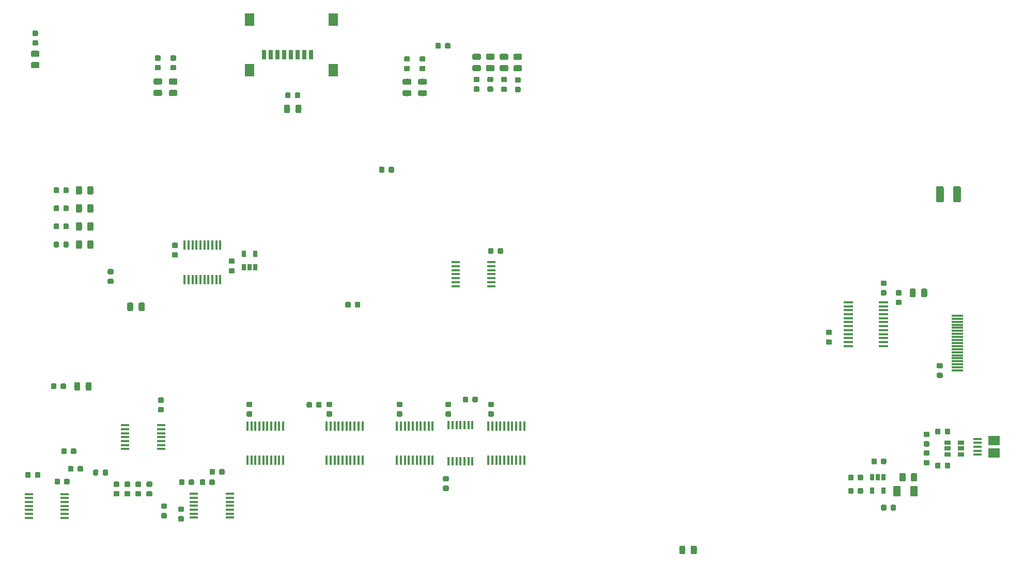
<source format=gbr>
G04 #@! TF.GenerationSoftware,KiCad,Pcbnew,5.0.2+dfsg1-1~bpo9+1*
G04 #@! TF.CreationDate,2022-09-27T13:51:08+02:00*
G04 #@! TF.ProjectId,nubus-to-ztex,6e756275-732d-4746-9f2d-7a7465782e6b,rev?*
G04 #@! TF.SameCoordinates,Original*
G04 #@! TF.FileFunction,Paste,Top*
G04 #@! TF.FilePolarity,Positive*
%FSLAX46Y46*%
G04 Gerber Fmt 4.6, Leading zero omitted, Abs format (unit mm)*
G04 Created by KiCad (PCBNEW 5.0.2+dfsg1-1~bpo9+1) date Tue Sep 27 13:51:08 2022*
%MOMM*%
%LPD*%
G01*
G04 APERTURE LIST*
%ADD10C,0.100000*%
%ADD11C,0.875000*%
%ADD12C,0.975000*%
%ADD13R,0.650000X1.060000*%
%ADD14R,0.450000X1.550000*%
%ADD15R,0.800000X1.500000*%
%ADD16R,1.500000X2.050000*%
%ADD17R,1.450000X0.450000*%
%ADD18R,0.450000X1.450000*%
%ADD19R,1.570000X0.410000*%
%ADD20R,1.900000X1.500000*%
%ADD21R,1.350000X0.400000*%
%ADD22C,1.250000*%
%ADD23R,1.060000X0.650000*%
%ADD24R,1.900000X0.300000*%
G04 APERTURE END LIST*
D10*
G04 #@! TO.C,C13*
G36*
X181062691Y-12796053D02*
X181083926Y-12799203D01*
X181104750Y-12804419D01*
X181124962Y-12811651D01*
X181144368Y-12820830D01*
X181162781Y-12831866D01*
X181180024Y-12844654D01*
X181195930Y-12859070D01*
X181210346Y-12874976D01*
X181223134Y-12892219D01*
X181234170Y-12910632D01*
X181243349Y-12930038D01*
X181250581Y-12950250D01*
X181255797Y-12971074D01*
X181258947Y-12992309D01*
X181260000Y-13013750D01*
X181260000Y-13526250D01*
X181258947Y-13547691D01*
X181255797Y-13568926D01*
X181250581Y-13589750D01*
X181243349Y-13609962D01*
X181234170Y-13629368D01*
X181223134Y-13647781D01*
X181210346Y-13665024D01*
X181195930Y-13680930D01*
X181180024Y-13695346D01*
X181162781Y-13708134D01*
X181144368Y-13719170D01*
X181124962Y-13728349D01*
X181104750Y-13735581D01*
X181083926Y-13740797D01*
X181062691Y-13743947D01*
X181041250Y-13745000D01*
X180603750Y-13745000D01*
X180582309Y-13743947D01*
X180561074Y-13740797D01*
X180540250Y-13735581D01*
X180520038Y-13728349D01*
X180500632Y-13719170D01*
X180482219Y-13708134D01*
X180464976Y-13695346D01*
X180449070Y-13680930D01*
X180434654Y-13665024D01*
X180421866Y-13647781D01*
X180410830Y-13629368D01*
X180401651Y-13609962D01*
X180394419Y-13589750D01*
X180389203Y-13568926D01*
X180386053Y-13547691D01*
X180385000Y-13526250D01*
X180385000Y-13013750D01*
X180386053Y-12992309D01*
X180389203Y-12971074D01*
X180394419Y-12950250D01*
X180401651Y-12930038D01*
X180410830Y-12910632D01*
X180421866Y-12892219D01*
X180434654Y-12874976D01*
X180449070Y-12859070D01*
X180464976Y-12844654D01*
X180482219Y-12831866D01*
X180500632Y-12820830D01*
X180520038Y-12811651D01*
X180540250Y-12804419D01*
X180561074Y-12799203D01*
X180582309Y-12796053D01*
X180603750Y-12795000D01*
X181041250Y-12795000D01*
X181062691Y-12796053D01*
X181062691Y-12796053D01*
G37*
D11*
X180822500Y-13270000D03*
D10*
G36*
X182637691Y-12796053D02*
X182658926Y-12799203D01*
X182679750Y-12804419D01*
X182699962Y-12811651D01*
X182719368Y-12820830D01*
X182737781Y-12831866D01*
X182755024Y-12844654D01*
X182770930Y-12859070D01*
X182785346Y-12874976D01*
X182798134Y-12892219D01*
X182809170Y-12910632D01*
X182818349Y-12930038D01*
X182825581Y-12950250D01*
X182830797Y-12971074D01*
X182833947Y-12992309D01*
X182835000Y-13013750D01*
X182835000Y-13526250D01*
X182833947Y-13547691D01*
X182830797Y-13568926D01*
X182825581Y-13589750D01*
X182818349Y-13609962D01*
X182809170Y-13629368D01*
X182798134Y-13647781D01*
X182785346Y-13665024D01*
X182770930Y-13680930D01*
X182755024Y-13695346D01*
X182737781Y-13708134D01*
X182719368Y-13719170D01*
X182699962Y-13728349D01*
X182679750Y-13735581D01*
X182658926Y-13740797D01*
X182637691Y-13743947D01*
X182616250Y-13745000D01*
X182178750Y-13745000D01*
X182157309Y-13743947D01*
X182136074Y-13740797D01*
X182115250Y-13735581D01*
X182095038Y-13728349D01*
X182075632Y-13719170D01*
X182057219Y-13708134D01*
X182039976Y-13695346D01*
X182024070Y-13680930D01*
X182009654Y-13665024D01*
X181996866Y-13647781D01*
X181985830Y-13629368D01*
X181976651Y-13609962D01*
X181969419Y-13589750D01*
X181964203Y-13568926D01*
X181961053Y-13547691D01*
X181960000Y-13526250D01*
X181960000Y-13013750D01*
X181961053Y-12992309D01*
X181964203Y-12971074D01*
X181969419Y-12950250D01*
X181976651Y-12930038D01*
X181985830Y-12910632D01*
X181996866Y-12892219D01*
X182009654Y-12874976D01*
X182024070Y-12859070D01*
X182039976Y-12844654D01*
X182057219Y-12831866D01*
X182075632Y-12820830D01*
X182095038Y-12811651D01*
X182115250Y-12804419D01*
X182136074Y-12799203D01*
X182157309Y-12796053D01*
X182178750Y-12795000D01*
X182616250Y-12795000D01*
X182637691Y-12796053D01*
X182637691Y-12796053D01*
G37*
D11*
X182397500Y-13270000D03*
G04 #@! TD*
D10*
G04 #@! TO.C,D7*
G36*
X137890142Y-20511467D02*
X137913803Y-20514977D01*
X137937007Y-20520789D01*
X137959529Y-20528847D01*
X137981153Y-20539075D01*
X138001670Y-20551372D01*
X138020883Y-20565622D01*
X138038607Y-20581686D01*
X138054671Y-20599410D01*
X138068921Y-20618623D01*
X138081218Y-20639140D01*
X138091446Y-20660764D01*
X138099504Y-20683286D01*
X138105316Y-20706490D01*
X138108826Y-20730151D01*
X138110000Y-20754043D01*
X138110000Y-21241543D01*
X138108826Y-21265435D01*
X138105316Y-21289096D01*
X138099504Y-21312300D01*
X138091446Y-21334822D01*
X138081218Y-21356446D01*
X138068921Y-21376963D01*
X138054671Y-21396176D01*
X138038607Y-21413900D01*
X138020883Y-21429964D01*
X138001670Y-21444214D01*
X137981153Y-21456511D01*
X137959529Y-21466739D01*
X137937007Y-21474797D01*
X137913803Y-21480609D01*
X137890142Y-21484119D01*
X137866250Y-21485293D01*
X136953750Y-21485293D01*
X136929858Y-21484119D01*
X136906197Y-21480609D01*
X136882993Y-21474797D01*
X136860471Y-21466739D01*
X136838847Y-21456511D01*
X136818330Y-21444214D01*
X136799117Y-21429964D01*
X136781393Y-21413900D01*
X136765329Y-21396176D01*
X136751079Y-21376963D01*
X136738782Y-21356446D01*
X136728554Y-21334822D01*
X136720496Y-21312300D01*
X136714684Y-21289096D01*
X136711174Y-21265435D01*
X136710000Y-21241543D01*
X136710000Y-20754043D01*
X136711174Y-20730151D01*
X136714684Y-20706490D01*
X136720496Y-20683286D01*
X136728554Y-20660764D01*
X136738782Y-20639140D01*
X136751079Y-20618623D01*
X136765329Y-20599410D01*
X136781393Y-20581686D01*
X136799117Y-20565622D01*
X136818330Y-20551372D01*
X136838847Y-20539075D01*
X136860471Y-20528847D01*
X136882993Y-20520789D01*
X136906197Y-20514977D01*
X136929858Y-20511467D01*
X136953750Y-20510293D01*
X137866250Y-20510293D01*
X137890142Y-20511467D01*
X137890142Y-20511467D01*
G37*
D12*
X137410000Y-20997793D03*
D10*
G36*
X137890142Y-18636467D02*
X137913803Y-18639977D01*
X137937007Y-18645789D01*
X137959529Y-18653847D01*
X137981153Y-18664075D01*
X138001670Y-18676372D01*
X138020883Y-18690622D01*
X138038607Y-18706686D01*
X138054671Y-18724410D01*
X138068921Y-18743623D01*
X138081218Y-18764140D01*
X138091446Y-18785764D01*
X138099504Y-18808286D01*
X138105316Y-18831490D01*
X138108826Y-18855151D01*
X138110000Y-18879043D01*
X138110000Y-19366543D01*
X138108826Y-19390435D01*
X138105316Y-19414096D01*
X138099504Y-19437300D01*
X138091446Y-19459822D01*
X138081218Y-19481446D01*
X138068921Y-19501963D01*
X138054671Y-19521176D01*
X138038607Y-19538900D01*
X138020883Y-19554964D01*
X138001670Y-19569214D01*
X137981153Y-19581511D01*
X137959529Y-19591739D01*
X137937007Y-19599797D01*
X137913803Y-19605609D01*
X137890142Y-19609119D01*
X137866250Y-19610293D01*
X136953750Y-19610293D01*
X136929858Y-19609119D01*
X136906197Y-19605609D01*
X136882993Y-19599797D01*
X136860471Y-19591739D01*
X136838847Y-19581511D01*
X136818330Y-19569214D01*
X136799117Y-19554964D01*
X136781393Y-19538900D01*
X136765329Y-19521176D01*
X136751079Y-19501963D01*
X136738782Y-19481446D01*
X136728554Y-19459822D01*
X136720496Y-19437300D01*
X136714684Y-19414096D01*
X136711174Y-19390435D01*
X136710000Y-19366543D01*
X136710000Y-18879043D01*
X136711174Y-18855151D01*
X136714684Y-18831490D01*
X136720496Y-18808286D01*
X136728554Y-18785764D01*
X136738782Y-18764140D01*
X136751079Y-18743623D01*
X136765329Y-18724410D01*
X136781393Y-18706686D01*
X136799117Y-18690622D01*
X136818330Y-18676372D01*
X136838847Y-18664075D01*
X136860471Y-18653847D01*
X136882993Y-18645789D01*
X136906197Y-18639977D01*
X136929858Y-18636467D01*
X136953750Y-18635293D01*
X137866250Y-18635293D01*
X137890142Y-18636467D01*
X137890142Y-18636467D01*
G37*
D12*
X137410000Y-19122793D03*
G04 #@! TD*
D10*
G04 #@! TO.C,D6*
G36*
X135360142Y-18636467D02*
X135383803Y-18639977D01*
X135407007Y-18645789D01*
X135429529Y-18653847D01*
X135451153Y-18664075D01*
X135471670Y-18676372D01*
X135490883Y-18690622D01*
X135508607Y-18706686D01*
X135524671Y-18724410D01*
X135538921Y-18743623D01*
X135551218Y-18764140D01*
X135561446Y-18785764D01*
X135569504Y-18808286D01*
X135575316Y-18831490D01*
X135578826Y-18855151D01*
X135580000Y-18879043D01*
X135580000Y-19366543D01*
X135578826Y-19390435D01*
X135575316Y-19414096D01*
X135569504Y-19437300D01*
X135561446Y-19459822D01*
X135551218Y-19481446D01*
X135538921Y-19501963D01*
X135524671Y-19521176D01*
X135508607Y-19538900D01*
X135490883Y-19554964D01*
X135471670Y-19569214D01*
X135451153Y-19581511D01*
X135429529Y-19591739D01*
X135407007Y-19599797D01*
X135383803Y-19605609D01*
X135360142Y-19609119D01*
X135336250Y-19610293D01*
X134423750Y-19610293D01*
X134399858Y-19609119D01*
X134376197Y-19605609D01*
X134352993Y-19599797D01*
X134330471Y-19591739D01*
X134308847Y-19581511D01*
X134288330Y-19569214D01*
X134269117Y-19554964D01*
X134251393Y-19538900D01*
X134235329Y-19521176D01*
X134221079Y-19501963D01*
X134208782Y-19481446D01*
X134198554Y-19459822D01*
X134190496Y-19437300D01*
X134184684Y-19414096D01*
X134181174Y-19390435D01*
X134180000Y-19366543D01*
X134180000Y-18879043D01*
X134181174Y-18855151D01*
X134184684Y-18831490D01*
X134190496Y-18808286D01*
X134198554Y-18785764D01*
X134208782Y-18764140D01*
X134221079Y-18743623D01*
X134235329Y-18724410D01*
X134251393Y-18706686D01*
X134269117Y-18690622D01*
X134288330Y-18676372D01*
X134308847Y-18664075D01*
X134330471Y-18653847D01*
X134352993Y-18645789D01*
X134376197Y-18639977D01*
X134399858Y-18636467D01*
X134423750Y-18635293D01*
X135336250Y-18635293D01*
X135360142Y-18636467D01*
X135360142Y-18636467D01*
G37*
D12*
X134880000Y-19122793D03*
D10*
G36*
X135360142Y-20511467D02*
X135383803Y-20514977D01*
X135407007Y-20520789D01*
X135429529Y-20528847D01*
X135451153Y-20539075D01*
X135471670Y-20551372D01*
X135490883Y-20565622D01*
X135508607Y-20581686D01*
X135524671Y-20599410D01*
X135538921Y-20618623D01*
X135551218Y-20639140D01*
X135561446Y-20660764D01*
X135569504Y-20683286D01*
X135575316Y-20706490D01*
X135578826Y-20730151D01*
X135580000Y-20754043D01*
X135580000Y-21241543D01*
X135578826Y-21265435D01*
X135575316Y-21289096D01*
X135569504Y-21312300D01*
X135561446Y-21334822D01*
X135551218Y-21356446D01*
X135538921Y-21376963D01*
X135524671Y-21396176D01*
X135508607Y-21413900D01*
X135490883Y-21429964D01*
X135471670Y-21444214D01*
X135451153Y-21456511D01*
X135429529Y-21466739D01*
X135407007Y-21474797D01*
X135383803Y-21480609D01*
X135360142Y-21484119D01*
X135336250Y-21485293D01*
X134423750Y-21485293D01*
X134399858Y-21484119D01*
X134376197Y-21480609D01*
X134352993Y-21474797D01*
X134330471Y-21466739D01*
X134308847Y-21456511D01*
X134288330Y-21444214D01*
X134269117Y-21429964D01*
X134251393Y-21413900D01*
X134235329Y-21396176D01*
X134221079Y-21376963D01*
X134208782Y-21356446D01*
X134198554Y-21334822D01*
X134190496Y-21312300D01*
X134184684Y-21289096D01*
X134181174Y-21265435D01*
X134180000Y-21241543D01*
X134180000Y-20754043D01*
X134181174Y-20730151D01*
X134184684Y-20706490D01*
X134190496Y-20683286D01*
X134198554Y-20660764D01*
X134208782Y-20639140D01*
X134221079Y-20618623D01*
X134235329Y-20599410D01*
X134251393Y-20581686D01*
X134269117Y-20565622D01*
X134288330Y-20551372D01*
X134308847Y-20539075D01*
X134330471Y-20528847D01*
X134352993Y-20520789D01*
X134376197Y-20514977D01*
X134399858Y-20511467D01*
X134423750Y-20510293D01*
X135336250Y-20510293D01*
X135360142Y-20511467D01*
X135360142Y-20511467D01*
G37*
D12*
X134880000Y-20997793D03*
G04 #@! TD*
D10*
G04 #@! TO.C,D8*
G36*
X123815142Y-68451174D02*
X123838803Y-68454684D01*
X123862007Y-68460496D01*
X123884529Y-68468554D01*
X123906153Y-68478782D01*
X123926670Y-68491079D01*
X123945883Y-68505329D01*
X123963607Y-68521393D01*
X123979671Y-68539117D01*
X123993921Y-68558330D01*
X124006218Y-68578847D01*
X124016446Y-68600471D01*
X124024504Y-68622993D01*
X124030316Y-68646197D01*
X124033826Y-68669858D01*
X124035000Y-68693750D01*
X124035000Y-69606250D01*
X124033826Y-69630142D01*
X124030316Y-69653803D01*
X124024504Y-69677007D01*
X124016446Y-69699529D01*
X124006218Y-69721153D01*
X123993921Y-69741670D01*
X123979671Y-69760883D01*
X123963607Y-69778607D01*
X123945883Y-69794671D01*
X123926670Y-69808921D01*
X123906153Y-69821218D01*
X123884529Y-69831446D01*
X123862007Y-69839504D01*
X123838803Y-69845316D01*
X123815142Y-69848826D01*
X123791250Y-69850000D01*
X123303750Y-69850000D01*
X123279858Y-69848826D01*
X123256197Y-69845316D01*
X123232993Y-69839504D01*
X123210471Y-69831446D01*
X123188847Y-69821218D01*
X123168330Y-69808921D01*
X123149117Y-69794671D01*
X123131393Y-69778607D01*
X123115329Y-69760883D01*
X123101079Y-69741670D01*
X123088782Y-69721153D01*
X123078554Y-69699529D01*
X123070496Y-69677007D01*
X123064684Y-69653803D01*
X123061174Y-69630142D01*
X123060000Y-69606250D01*
X123060000Y-68693750D01*
X123061174Y-68669858D01*
X123064684Y-68646197D01*
X123070496Y-68622993D01*
X123078554Y-68600471D01*
X123088782Y-68578847D01*
X123101079Y-68558330D01*
X123115329Y-68539117D01*
X123131393Y-68521393D01*
X123149117Y-68505329D01*
X123168330Y-68491079D01*
X123188847Y-68478782D01*
X123210471Y-68468554D01*
X123232993Y-68460496D01*
X123256197Y-68454684D01*
X123279858Y-68451174D01*
X123303750Y-68450000D01*
X123791250Y-68450000D01*
X123815142Y-68451174D01*
X123815142Y-68451174D01*
G37*
D12*
X123547500Y-69150000D03*
D10*
G36*
X121940142Y-68451174D02*
X121963803Y-68454684D01*
X121987007Y-68460496D01*
X122009529Y-68468554D01*
X122031153Y-68478782D01*
X122051670Y-68491079D01*
X122070883Y-68505329D01*
X122088607Y-68521393D01*
X122104671Y-68539117D01*
X122118921Y-68558330D01*
X122131218Y-68578847D01*
X122141446Y-68600471D01*
X122149504Y-68622993D01*
X122155316Y-68646197D01*
X122158826Y-68669858D01*
X122160000Y-68693750D01*
X122160000Y-69606250D01*
X122158826Y-69630142D01*
X122155316Y-69653803D01*
X122149504Y-69677007D01*
X122141446Y-69699529D01*
X122131218Y-69721153D01*
X122118921Y-69741670D01*
X122104671Y-69760883D01*
X122088607Y-69778607D01*
X122070883Y-69794671D01*
X122051670Y-69808921D01*
X122031153Y-69821218D01*
X122009529Y-69831446D01*
X121987007Y-69839504D01*
X121963803Y-69845316D01*
X121940142Y-69848826D01*
X121916250Y-69850000D01*
X121428750Y-69850000D01*
X121404858Y-69848826D01*
X121381197Y-69845316D01*
X121357993Y-69839504D01*
X121335471Y-69831446D01*
X121313847Y-69821218D01*
X121293330Y-69808921D01*
X121274117Y-69794671D01*
X121256393Y-69778607D01*
X121240329Y-69760883D01*
X121226079Y-69741670D01*
X121213782Y-69721153D01*
X121203554Y-69699529D01*
X121195496Y-69677007D01*
X121189684Y-69653803D01*
X121186174Y-69630142D01*
X121185000Y-69606250D01*
X121185000Y-68693750D01*
X121186174Y-68669858D01*
X121189684Y-68646197D01*
X121195496Y-68622993D01*
X121203554Y-68600471D01*
X121213782Y-68578847D01*
X121226079Y-68558330D01*
X121240329Y-68539117D01*
X121256393Y-68521393D01*
X121274117Y-68505329D01*
X121293330Y-68491079D01*
X121313847Y-68478782D01*
X121335471Y-68468554D01*
X121357993Y-68460496D01*
X121381197Y-68454684D01*
X121404858Y-68451174D01*
X121428750Y-68450000D01*
X121916250Y-68450000D01*
X121940142Y-68451174D01*
X121940142Y-68451174D01*
G37*
D12*
X121672500Y-69150000D03*
G04 #@! TD*
D10*
G04 #@! TO.C,D9*
G36*
X176201626Y-18673304D02*
X176225287Y-18676814D01*
X176248491Y-18682626D01*
X176271013Y-18690684D01*
X176292637Y-18700912D01*
X176313154Y-18713209D01*
X176332367Y-18727459D01*
X176350091Y-18743523D01*
X176366155Y-18761247D01*
X176380405Y-18780460D01*
X176392702Y-18800977D01*
X176402930Y-18822601D01*
X176410988Y-18845123D01*
X176416800Y-18868327D01*
X176420310Y-18891988D01*
X176421484Y-18915880D01*
X176421484Y-19403380D01*
X176420310Y-19427272D01*
X176416800Y-19450933D01*
X176410988Y-19474137D01*
X176402930Y-19496659D01*
X176392702Y-19518283D01*
X176380405Y-19538800D01*
X176366155Y-19558013D01*
X176350091Y-19575737D01*
X176332367Y-19591801D01*
X176313154Y-19606051D01*
X176292637Y-19618348D01*
X176271013Y-19628576D01*
X176248491Y-19636634D01*
X176225287Y-19642446D01*
X176201626Y-19645956D01*
X176177734Y-19647130D01*
X175265234Y-19647130D01*
X175241342Y-19645956D01*
X175217681Y-19642446D01*
X175194477Y-19636634D01*
X175171955Y-19628576D01*
X175150331Y-19618348D01*
X175129814Y-19606051D01*
X175110601Y-19591801D01*
X175092877Y-19575737D01*
X175076813Y-19558013D01*
X175062563Y-19538800D01*
X175050266Y-19518283D01*
X175040038Y-19496659D01*
X175031980Y-19474137D01*
X175026168Y-19450933D01*
X175022658Y-19427272D01*
X175021484Y-19403380D01*
X175021484Y-18915880D01*
X175022658Y-18891988D01*
X175026168Y-18868327D01*
X175031980Y-18845123D01*
X175040038Y-18822601D01*
X175050266Y-18800977D01*
X175062563Y-18780460D01*
X175076813Y-18761247D01*
X175092877Y-18743523D01*
X175110601Y-18727459D01*
X175129814Y-18713209D01*
X175150331Y-18700912D01*
X175171955Y-18690684D01*
X175194477Y-18682626D01*
X175217681Y-18676814D01*
X175241342Y-18673304D01*
X175265234Y-18672130D01*
X176177734Y-18672130D01*
X176201626Y-18673304D01*
X176201626Y-18673304D01*
G37*
D12*
X175721484Y-19159630D03*
D10*
G36*
X176201626Y-20548304D02*
X176225287Y-20551814D01*
X176248491Y-20557626D01*
X176271013Y-20565684D01*
X176292637Y-20575912D01*
X176313154Y-20588209D01*
X176332367Y-20602459D01*
X176350091Y-20618523D01*
X176366155Y-20636247D01*
X176380405Y-20655460D01*
X176392702Y-20675977D01*
X176402930Y-20697601D01*
X176410988Y-20720123D01*
X176416800Y-20743327D01*
X176420310Y-20766988D01*
X176421484Y-20790880D01*
X176421484Y-21278380D01*
X176420310Y-21302272D01*
X176416800Y-21325933D01*
X176410988Y-21349137D01*
X176402930Y-21371659D01*
X176392702Y-21393283D01*
X176380405Y-21413800D01*
X176366155Y-21433013D01*
X176350091Y-21450737D01*
X176332367Y-21466801D01*
X176313154Y-21481051D01*
X176292637Y-21493348D01*
X176271013Y-21503576D01*
X176248491Y-21511634D01*
X176225287Y-21517446D01*
X176201626Y-21520956D01*
X176177734Y-21522130D01*
X175265234Y-21522130D01*
X175241342Y-21520956D01*
X175217681Y-21517446D01*
X175194477Y-21511634D01*
X175171955Y-21503576D01*
X175150331Y-21493348D01*
X175129814Y-21481051D01*
X175110601Y-21466801D01*
X175092877Y-21450737D01*
X175076813Y-21433013D01*
X175062563Y-21413800D01*
X175050266Y-21393283D01*
X175040038Y-21371659D01*
X175031980Y-21349137D01*
X175026168Y-21325933D01*
X175022658Y-21302272D01*
X175021484Y-21278380D01*
X175021484Y-20790880D01*
X175022658Y-20766988D01*
X175026168Y-20743327D01*
X175031980Y-20720123D01*
X175040038Y-20697601D01*
X175050266Y-20675977D01*
X175062563Y-20655460D01*
X175076813Y-20636247D01*
X175092877Y-20618523D01*
X175110601Y-20602459D01*
X175129814Y-20588209D01*
X175150331Y-20575912D01*
X175171955Y-20565684D01*
X175194477Y-20557626D01*
X175217681Y-20551814D01*
X175241342Y-20548304D01*
X175265234Y-20547130D01*
X176177734Y-20547130D01*
X176201626Y-20548304D01*
X176201626Y-20548304D01*
G37*
D12*
X175721484Y-21034630D03*
G04 #@! TD*
D10*
G04 #@! TO.C,D10*
G36*
X178741626Y-20548304D02*
X178765287Y-20551814D01*
X178788491Y-20557626D01*
X178811013Y-20565684D01*
X178832637Y-20575912D01*
X178853154Y-20588209D01*
X178872367Y-20602459D01*
X178890091Y-20618523D01*
X178906155Y-20636247D01*
X178920405Y-20655460D01*
X178932702Y-20675977D01*
X178942930Y-20697601D01*
X178950988Y-20720123D01*
X178956800Y-20743327D01*
X178960310Y-20766988D01*
X178961484Y-20790880D01*
X178961484Y-21278380D01*
X178960310Y-21302272D01*
X178956800Y-21325933D01*
X178950988Y-21349137D01*
X178942930Y-21371659D01*
X178932702Y-21393283D01*
X178920405Y-21413800D01*
X178906155Y-21433013D01*
X178890091Y-21450737D01*
X178872367Y-21466801D01*
X178853154Y-21481051D01*
X178832637Y-21493348D01*
X178811013Y-21503576D01*
X178788491Y-21511634D01*
X178765287Y-21517446D01*
X178741626Y-21520956D01*
X178717734Y-21522130D01*
X177805234Y-21522130D01*
X177781342Y-21520956D01*
X177757681Y-21517446D01*
X177734477Y-21511634D01*
X177711955Y-21503576D01*
X177690331Y-21493348D01*
X177669814Y-21481051D01*
X177650601Y-21466801D01*
X177632877Y-21450737D01*
X177616813Y-21433013D01*
X177602563Y-21413800D01*
X177590266Y-21393283D01*
X177580038Y-21371659D01*
X177571980Y-21349137D01*
X177566168Y-21325933D01*
X177562658Y-21302272D01*
X177561484Y-21278380D01*
X177561484Y-20790880D01*
X177562658Y-20766988D01*
X177566168Y-20743327D01*
X177571980Y-20720123D01*
X177580038Y-20697601D01*
X177590266Y-20675977D01*
X177602563Y-20655460D01*
X177616813Y-20636247D01*
X177632877Y-20618523D01*
X177650601Y-20602459D01*
X177669814Y-20588209D01*
X177690331Y-20575912D01*
X177711955Y-20565684D01*
X177734477Y-20557626D01*
X177757681Y-20551814D01*
X177781342Y-20548304D01*
X177805234Y-20547130D01*
X178717734Y-20547130D01*
X178741626Y-20548304D01*
X178741626Y-20548304D01*
G37*
D12*
X178261484Y-21034630D03*
D10*
G36*
X178741626Y-18673304D02*
X178765287Y-18676814D01*
X178788491Y-18682626D01*
X178811013Y-18690684D01*
X178832637Y-18700912D01*
X178853154Y-18713209D01*
X178872367Y-18727459D01*
X178890091Y-18743523D01*
X178906155Y-18761247D01*
X178920405Y-18780460D01*
X178932702Y-18800977D01*
X178942930Y-18822601D01*
X178950988Y-18845123D01*
X178956800Y-18868327D01*
X178960310Y-18891988D01*
X178961484Y-18915880D01*
X178961484Y-19403380D01*
X178960310Y-19427272D01*
X178956800Y-19450933D01*
X178950988Y-19474137D01*
X178942930Y-19496659D01*
X178932702Y-19518283D01*
X178920405Y-19538800D01*
X178906155Y-19558013D01*
X178890091Y-19575737D01*
X178872367Y-19591801D01*
X178853154Y-19606051D01*
X178832637Y-19618348D01*
X178811013Y-19628576D01*
X178788491Y-19636634D01*
X178765287Y-19642446D01*
X178741626Y-19645956D01*
X178717734Y-19647130D01*
X177805234Y-19647130D01*
X177781342Y-19645956D01*
X177757681Y-19642446D01*
X177734477Y-19636634D01*
X177711955Y-19628576D01*
X177690331Y-19618348D01*
X177669814Y-19606051D01*
X177650601Y-19591801D01*
X177632877Y-19575737D01*
X177616813Y-19558013D01*
X177602563Y-19538800D01*
X177590266Y-19518283D01*
X177580038Y-19496659D01*
X177571980Y-19474137D01*
X177566168Y-19450933D01*
X177562658Y-19427272D01*
X177561484Y-19403380D01*
X177561484Y-18915880D01*
X177562658Y-18891988D01*
X177566168Y-18868327D01*
X177571980Y-18845123D01*
X177580038Y-18822601D01*
X177590266Y-18800977D01*
X177602563Y-18780460D01*
X177616813Y-18761247D01*
X177632877Y-18743523D01*
X177650601Y-18727459D01*
X177669814Y-18713209D01*
X177690331Y-18700912D01*
X177711955Y-18690684D01*
X177734477Y-18682626D01*
X177757681Y-18676814D01*
X177781342Y-18673304D01*
X177805234Y-18672130D01*
X178717734Y-18672130D01*
X178741626Y-18673304D01*
X178741626Y-18673304D01*
G37*
D12*
X178261484Y-19159630D03*
G04 #@! TD*
D10*
G04 #@! TO.C,R11*
G36*
X135157691Y-14836346D02*
X135178926Y-14839496D01*
X135199750Y-14844712D01*
X135219962Y-14851944D01*
X135239368Y-14861123D01*
X135257781Y-14872159D01*
X135275024Y-14884947D01*
X135290930Y-14899363D01*
X135305346Y-14915269D01*
X135318134Y-14932512D01*
X135329170Y-14950925D01*
X135338349Y-14970331D01*
X135345581Y-14990543D01*
X135350797Y-15011367D01*
X135353947Y-15032602D01*
X135355000Y-15054043D01*
X135355000Y-15491543D01*
X135353947Y-15512984D01*
X135350797Y-15534219D01*
X135345581Y-15555043D01*
X135338349Y-15575255D01*
X135329170Y-15594661D01*
X135318134Y-15613074D01*
X135305346Y-15630317D01*
X135290930Y-15646223D01*
X135275024Y-15660639D01*
X135257781Y-15673427D01*
X135239368Y-15684463D01*
X135219962Y-15693642D01*
X135199750Y-15700874D01*
X135178926Y-15706090D01*
X135157691Y-15709240D01*
X135136250Y-15710293D01*
X134623750Y-15710293D01*
X134602309Y-15709240D01*
X134581074Y-15706090D01*
X134560250Y-15700874D01*
X134540038Y-15693642D01*
X134520632Y-15684463D01*
X134502219Y-15673427D01*
X134484976Y-15660639D01*
X134469070Y-15646223D01*
X134454654Y-15630317D01*
X134441866Y-15613074D01*
X134430830Y-15594661D01*
X134421651Y-15575255D01*
X134414419Y-15555043D01*
X134409203Y-15534219D01*
X134406053Y-15512984D01*
X134405000Y-15491543D01*
X134405000Y-15054043D01*
X134406053Y-15032602D01*
X134409203Y-15011367D01*
X134414419Y-14990543D01*
X134421651Y-14970331D01*
X134430830Y-14950925D01*
X134441866Y-14932512D01*
X134454654Y-14915269D01*
X134469070Y-14899363D01*
X134484976Y-14884947D01*
X134502219Y-14872159D01*
X134520632Y-14861123D01*
X134540038Y-14851944D01*
X134560250Y-14844712D01*
X134581074Y-14839496D01*
X134602309Y-14836346D01*
X134623750Y-14835293D01*
X135136250Y-14835293D01*
X135157691Y-14836346D01*
X135157691Y-14836346D01*
G37*
D11*
X134880000Y-15272793D03*
D10*
G36*
X135157691Y-16411346D02*
X135178926Y-16414496D01*
X135199750Y-16419712D01*
X135219962Y-16426944D01*
X135239368Y-16436123D01*
X135257781Y-16447159D01*
X135275024Y-16459947D01*
X135290930Y-16474363D01*
X135305346Y-16490269D01*
X135318134Y-16507512D01*
X135329170Y-16525925D01*
X135338349Y-16545331D01*
X135345581Y-16565543D01*
X135350797Y-16586367D01*
X135353947Y-16607602D01*
X135355000Y-16629043D01*
X135355000Y-17066543D01*
X135353947Y-17087984D01*
X135350797Y-17109219D01*
X135345581Y-17130043D01*
X135338349Y-17150255D01*
X135329170Y-17169661D01*
X135318134Y-17188074D01*
X135305346Y-17205317D01*
X135290930Y-17221223D01*
X135275024Y-17235639D01*
X135257781Y-17248427D01*
X135239368Y-17259463D01*
X135219962Y-17268642D01*
X135199750Y-17275874D01*
X135178926Y-17281090D01*
X135157691Y-17284240D01*
X135136250Y-17285293D01*
X134623750Y-17285293D01*
X134602309Y-17284240D01*
X134581074Y-17281090D01*
X134560250Y-17275874D01*
X134540038Y-17268642D01*
X134520632Y-17259463D01*
X134502219Y-17248427D01*
X134484976Y-17235639D01*
X134469070Y-17221223D01*
X134454654Y-17205317D01*
X134441866Y-17188074D01*
X134430830Y-17169661D01*
X134421651Y-17150255D01*
X134414419Y-17130043D01*
X134409203Y-17109219D01*
X134406053Y-17087984D01*
X134405000Y-17066543D01*
X134405000Y-16629043D01*
X134406053Y-16607602D01*
X134409203Y-16586367D01*
X134414419Y-16565543D01*
X134421651Y-16545331D01*
X134430830Y-16525925D01*
X134441866Y-16507512D01*
X134454654Y-16490269D01*
X134469070Y-16474363D01*
X134484976Y-16459947D01*
X134502219Y-16447159D01*
X134520632Y-16436123D01*
X134540038Y-16426944D01*
X134560250Y-16419712D01*
X134581074Y-16414496D01*
X134602309Y-16411346D01*
X134623750Y-16410293D01*
X135136250Y-16410293D01*
X135157691Y-16411346D01*
X135157691Y-16411346D01*
G37*
D11*
X134880000Y-16847793D03*
G04 #@! TD*
D10*
G04 #@! TO.C,R12*
G36*
X137697691Y-16411346D02*
X137718926Y-16414496D01*
X137739750Y-16419712D01*
X137759962Y-16426944D01*
X137779368Y-16436123D01*
X137797781Y-16447159D01*
X137815024Y-16459947D01*
X137830930Y-16474363D01*
X137845346Y-16490269D01*
X137858134Y-16507512D01*
X137869170Y-16525925D01*
X137878349Y-16545331D01*
X137885581Y-16565543D01*
X137890797Y-16586367D01*
X137893947Y-16607602D01*
X137895000Y-16629043D01*
X137895000Y-17066543D01*
X137893947Y-17087984D01*
X137890797Y-17109219D01*
X137885581Y-17130043D01*
X137878349Y-17150255D01*
X137869170Y-17169661D01*
X137858134Y-17188074D01*
X137845346Y-17205317D01*
X137830930Y-17221223D01*
X137815024Y-17235639D01*
X137797781Y-17248427D01*
X137779368Y-17259463D01*
X137759962Y-17268642D01*
X137739750Y-17275874D01*
X137718926Y-17281090D01*
X137697691Y-17284240D01*
X137676250Y-17285293D01*
X137163750Y-17285293D01*
X137142309Y-17284240D01*
X137121074Y-17281090D01*
X137100250Y-17275874D01*
X137080038Y-17268642D01*
X137060632Y-17259463D01*
X137042219Y-17248427D01*
X137024976Y-17235639D01*
X137009070Y-17221223D01*
X136994654Y-17205317D01*
X136981866Y-17188074D01*
X136970830Y-17169661D01*
X136961651Y-17150255D01*
X136954419Y-17130043D01*
X136949203Y-17109219D01*
X136946053Y-17087984D01*
X136945000Y-17066543D01*
X136945000Y-16629043D01*
X136946053Y-16607602D01*
X136949203Y-16586367D01*
X136954419Y-16565543D01*
X136961651Y-16545331D01*
X136970830Y-16525925D01*
X136981866Y-16507512D01*
X136994654Y-16490269D01*
X137009070Y-16474363D01*
X137024976Y-16459947D01*
X137042219Y-16447159D01*
X137060632Y-16436123D01*
X137080038Y-16426944D01*
X137100250Y-16419712D01*
X137121074Y-16414496D01*
X137142309Y-16411346D01*
X137163750Y-16410293D01*
X137676250Y-16410293D01*
X137697691Y-16411346D01*
X137697691Y-16411346D01*
G37*
D11*
X137420000Y-16847793D03*
D10*
G36*
X137697691Y-14836346D02*
X137718926Y-14839496D01*
X137739750Y-14844712D01*
X137759962Y-14851944D01*
X137779368Y-14861123D01*
X137797781Y-14872159D01*
X137815024Y-14884947D01*
X137830930Y-14899363D01*
X137845346Y-14915269D01*
X137858134Y-14932512D01*
X137869170Y-14950925D01*
X137878349Y-14970331D01*
X137885581Y-14990543D01*
X137890797Y-15011367D01*
X137893947Y-15032602D01*
X137895000Y-15054043D01*
X137895000Y-15491543D01*
X137893947Y-15512984D01*
X137890797Y-15534219D01*
X137885581Y-15555043D01*
X137878349Y-15575255D01*
X137869170Y-15594661D01*
X137858134Y-15613074D01*
X137845346Y-15630317D01*
X137830930Y-15646223D01*
X137815024Y-15660639D01*
X137797781Y-15673427D01*
X137779368Y-15684463D01*
X137759962Y-15693642D01*
X137739750Y-15700874D01*
X137718926Y-15706090D01*
X137697691Y-15709240D01*
X137676250Y-15710293D01*
X137163750Y-15710293D01*
X137142309Y-15709240D01*
X137121074Y-15706090D01*
X137100250Y-15700874D01*
X137080038Y-15693642D01*
X137060632Y-15684463D01*
X137042219Y-15673427D01*
X137024976Y-15660639D01*
X137009070Y-15646223D01*
X136994654Y-15630317D01*
X136981866Y-15613074D01*
X136970830Y-15594661D01*
X136961651Y-15575255D01*
X136954419Y-15555043D01*
X136949203Y-15534219D01*
X136946053Y-15512984D01*
X136945000Y-15491543D01*
X136945000Y-15054043D01*
X136946053Y-15032602D01*
X136949203Y-15011367D01*
X136954419Y-14990543D01*
X136961651Y-14970331D01*
X136970830Y-14950925D01*
X136981866Y-14932512D01*
X136994654Y-14915269D01*
X137009070Y-14899363D01*
X137024976Y-14884947D01*
X137042219Y-14872159D01*
X137060632Y-14861123D01*
X137080038Y-14851944D01*
X137100250Y-14844712D01*
X137121074Y-14839496D01*
X137142309Y-14836346D01*
X137163750Y-14835293D01*
X137676250Y-14835293D01*
X137697691Y-14836346D01*
X137697691Y-14836346D01*
G37*
D11*
X137420000Y-15272793D03*
G04 #@! TD*
D10*
G04 #@! TO.C,R13*
G36*
X118062691Y-68676053D02*
X118083926Y-68679203D01*
X118104750Y-68684419D01*
X118124962Y-68691651D01*
X118144368Y-68700830D01*
X118162781Y-68711866D01*
X118180024Y-68724654D01*
X118195930Y-68739070D01*
X118210346Y-68754976D01*
X118223134Y-68772219D01*
X118234170Y-68790632D01*
X118243349Y-68810038D01*
X118250581Y-68830250D01*
X118255797Y-68851074D01*
X118258947Y-68872309D01*
X118260000Y-68893750D01*
X118260000Y-69406250D01*
X118258947Y-69427691D01*
X118255797Y-69448926D01*
X118250581Y-69469750D01*
X118243349Y-69489962D01*
X118234170Y-69509368D01*
X118223134Y-69527781D01*
X118210346Y-69545024D01*
X118195930Y-69560930D01*
X118180024Y-69575346D01*
X118162781Y-69588134D01*
X118144368Y-69599170D01*
X118124962Y-69608349D01*
X118104750Y-69615581D01*
X118083926Y-69620797D01*
X118062691Y-69623947D01*
X118041250Y-69625000D01*
X117603750Y-69625000D01*
X117582309Y-69623947D01*
X117561074Y-69620797D01*
X117540250Y-69615581D01*
X117520038Y-69608349D01*
X117500632Y-69599170D01*
X117482219Y-69588134D01*
X117464976Y-69575346D01*
X117449070Y-69560930D01*
X117434654Y-69545024D01*
X117421866Y-69527781D01*
X117410830Y-69509368D01*
X117401651Y-69489962D01*
X117394419Y-69469750D01*
X117389203Y-69448926D01*
X117386053Y-69427691D01*
X117385000Y-69406250D01*
X117385000Y-68893750D01*
X117386053Y-68872309D01*
X117389203Y-68851074D01*
X117394419Y-68830250D01*
X117401651Y-68810038D01*
X117410830Y-68790632D01*
X117421866Y-68772219D01*
X117434654Y-68754976D01*
X117449070Y-68739070D01*
X117464976Y-68724654D01*
X117482219Y-68711866D01*
X117500632Y-68700830D01*
X117520038Y-68691651D01*
X117540250Y-68684419D01*
X117561074Y-68679203D01*
X117582309Y-68676053D01*
X117603750Y-68675000D01*
X118041250Y-68675000D01*
X118062691Y-68676053D01*
X118062691Y-68676053D01*
G37*
D11*
X117822500Y-69150000D03*
D10*
G36*
X119637691Y-68676053D02*
X119658926Y-68679203D01*
X119679750Y-68684419D01*
X119699962Y-68691651D01*
X119719368Y-68700830D01*
X119737781Y-68711866D01*
X119755024Y-68724654D01*
X119770930Y-68739070D01*
X119785346Y-68754976D01*
X119798134Y-68772219D01*
X119809170Y-68790632D01*
X119818349Y-68810038D01*
X119825581Y-68830250D01*
X119830797Y-68851074D01*
X119833947Y-68872309D01*
X119835000Y-68893750D01*
X119835000Y-69406250D01*
X119833947Y-69427691D01*
X119830797Y-69448926D01*
X119825581Y-69469750D01*
X119818349Y-69489962D01*
X119809170Y-69509368D01*
X119798134Y-69527781D01*
X119785346Y-69545024D01*
X119770930Y-69560930D01*
X119755024Y-69575346D01*
X119737781Y-69588134D01*
X119719368Y-69599170D01*
X119699962Y-69608349D01*
X119679750Y-69615581D01*
X119658926Y-69620797D01*
X119637691Y-69623947D01*
X119616250Y-69625000D01*
X119178750Y-69625000D01*
X119157309Y-69623947D01*
X119136074Y-69620797D01*
X119115250Y-69615581D01*
X119095038Y-69608349D01*
X119075632Y-69599170D01*
X119057219Y-69588134D01*
X119039976Y-69575346D01*
X119024070Y-69560930D01*
X119009654Y-69545024D01*
X118996866Y-69527781D01*
X118985830Y-69509368D01*
X118976651Y-69489962D01*
X118969419Y-69469750D01*
X118964203Y-69448926D01*
X118961053Y-69427691D01*
X118960000Y-69406250D01*
X118960000Y-68893750D01*
X118961053Y-68872309D01*
X118964203Y-68851074D01*
X118969419Y-68830250D01*
X118976651Y-68810038D01*
X118985830Y-68790632D01*
X118996866Y-68772219D01*
X119009654Y-68754976D01*
X119024070Y-68739070D01*
X119039976Y-68724654D01*
X119057219Y-68711866D01*
X119075632Y-68700830D01*
X119095038Y-68691651D01*
X119115250Y-68684419D01*
X119136074Y-68679203D01*
X119157309Y-68676053D01*
X119178750Y-68675000D01*
X119616250Y-68675000D01*
X119637691Y-68676053D01*
X119637691Y-68676053D01*
G37*
D11*
X119397500Y-69150000D03*
G04 #@! TD*
D10*
G04 #@! TO.C,R14*
G36*
X175999175Y-16568183D02*
X176020410Y-16571333D01*
X176041234Y-16576549D01*
X176061446Y-16583781D01*
X176080852Y-16592960D01*
X176099265Y-16603996D01*
X176116508Y-16616784D01*
X176132414Y-16631200D01*
X176146830Y-16647106D01*
X176159618Y-16664349D01*
X176170654Y-16682762D01*
X176179833Y-16702168D01*
X176187065Y-16722380D01*
X176192281Y-16743204D01*
X176195431Y-16764439D01*
X176196484Y-16785880D01*
X176196484Y-17223380D01*
X176195431Y-17244821D01*
X176192281Y-17266056D01*
X176187065Y-17286880D01*
X176179833Y-17307092D01*
X176170654Y-17326498D01*
X176159618Y-17344911D01*
X176146830Y-17362154D01*
X176132414Y-17378060D01*
X176116508Y-17392476D01*
X176099265Y-17405264D01*
X176080852Y-17416300D01*
X176061446Y-17425479D01*
X176041234Y-17432711D01*
X176020410Y-17437927D01*
X175999175Y-17441077D01*
X175977734Y-17442130D01*
X175465234Y-17442130D01*
X175443793Y-17441077D01*
X175422558Y-17437927D01*
X175401734Y-17432711D01*
X175381522Y-17425479D01*
X175362116Y-17416300D01*
X175343703Y-17405264D01*
X175326460Y-17392476D01*
X175310554Y-17378060D01*
X175296138Y-17362154D01*
X175283350Y-17344911D01*
X175272314Y-17326498D01*
X175263135Y-17307092D01*
X175255903Y-17286880D01*
X175250687Y-17266056D01*
X175247537Y-17244821D01*
X175246484Y-17223380D01*
X175246484Y-16785880D01*
X175247537Y-16764439D01*
X175250687Y-16743204D01*
X175255903Y-16722380D01*
X175263135Y-16702168D01*
X175272314Y-16682762D01*
X175283350Y-16664349D01*
X175296138Y-16647106D01*
X175310554Y-16631200D01*
X175326460Y-16616784D01*
X175343703Y-16603996D01*
X175362116Y-16592960D01*
X175381522Y-16583781D01*
X175401734Y-16576549D01*
X175422558Y-16571333D01*
X175443793Y-16568183D01*
X175465234Y-16567130D01*
X175977734Y-16567130D01*
X175999175Y-16568183D01*
X175999175Y-16568183D01*
G37*
D11*
X175721484Y-17004630D03*
D10*
G36*
X175999175Y-14993183D02*
X176020410Y-14996333D01*
X176041234Y-15001549D01*
X176061446Y-15008781D01*
X176080852Y-15017960D01*
X176099265Y-15028996D01*
X176116508Y-15041784D01*
X176132414Y-15056200D01*
X176146830Y-15072106D01*
X176159618Y-15089349D01*
X176170654Y-15107762D01*
X176179833Y-15127168D01*
X176187065Y-15147380D01*
X176192281Y-15168204D01*
X176195431Y-15189439D01*
X176196484Y-15210880D01*
X176196484Y-15648380D01*
X176195431Y-15669821D01*
X176192281Y-15691056D01*
X176187065Y-15711880D01*
X176179833Y-15732092D01*
X176170654Y-15751498D01*
X176159618Y-15769911D01*
X176146830Y-15787154D01*
X176132414Y-15803060D01*
X176116508Y-15817476D01*
X176099265Y-15830264D01*
X176080852Y-15841300D01*
X176061446Y-15850479D01*
X176041234Y-15857711D01*
X176020410Y-15862927D01*
X175999175Y-15866077D01*
X175977734Y-15867130D01*
X175465234Y-15867130D01*
X175443793Y-15866077D01*
X175422558Y-15862927D01*
X175401734Y-15857711D01*
X175381522Y-15850479D01*
X175362116Y-15841300D01*
X175343703Y-15830264D01*
X175326460Y-15817476D01*
X175310554Y-15803060D01*
X175296138Y-15787154D01*
X175283350Y-15769911D01*
X175272314Y-15751498D01*
X175263135Y-15732092D01*
X175255903Y-15711880D01*
X175250687Y-15691056D01*
X175247537Y-15669821D01*
X175246484Y-15648380D01*
X175246484Y-15210880D01*
X175247537Y-15189439D01*
X175250687Y-15168204D01*
X175255903Y-15147380D01*
X175263135Y-15127168D01*
X175272314Y-15107762D01*
X175283350Y-15089349D01*
X175296138Y-15072106D01*
X175310554Y-15056200D01*
X175326460Y-15041784D01*
X175343703Y-15028996D01*
X175362116Y-15017960D01*
X175381522Y-15008781D01*
X175401734Y-15001549D01*
X175422558Y-14996333D01*
X175443793Y-14993183D01*
X175465234Y-14992130D01*
X175977734Y-14992130D01*
X175999175Y-14993183D01*
X175999175Y-14993183D01*
G37*
D11*
X175721484Y-15429630D03*
G04 #@! TD*
D10*
G04 #@! TO.C,R15*
G36*
X178539175Y-14993183D02*
X178560410Y-14996333D01*
X178581234Y-15001549D01*
X178601446Y-15008781D01*
X178620852Y-15017960D01*
X178639265Y-15028996D01*
X178656508Y-15041784D01*
X178672414Y-15056200D01*
X178686830Y-15072106D01*
X178699618Y-15089349D01*
X178710654Y-15107762D01*
X178719833Y-15127168D01*
X178727065Y-15147380D01*
X178732281Y-15168204D01*
X178735431Y-15189439D01*
X178736484Y-15210880D01*
X178736484Y-15648380D01*
X178735431Y-15669821D01*
X178732281Y-15691056D01*
X178727065Y-15711880D01*
X178719833Y-15732092D01*
X178710654Y-15751498D01*
X178699618Y-15769911D01*
X178686830Y-15787154D01*
X178672414Y-15803060D01*
X178656508Y-15817476D01*
X178639265Y-15830264D01*
X178620852Y-15841300D01*
X178601446Y-15850479D01*
X178581234Y-15857711D01*
X178560410Y-15862927D01*
X178539175Y-15866077D01*
X178517734Y-15867130D01*
X178005234Y-15867130D01*
X177983793Y-15866077D01*
X177962558Y-15862927D01*
X177941734Y-15857711D01*
X177921522Y-15850479D01*
X177902116Y-15841300D01*
X177883703Y-15830264D01*
X177866460Y-15817476D01*
X177850554Y-15803060D01*
X177836138Y-15787154D01*
X177823350Y-15769911D01*
X177812314Y-15751498D01*
X177803135Y-15732092D01*
X177795903Y-15711880D01*
X177790687Y-15691056D01*
X177787537Y-15669821D01*
X177786484Y-15648380D01*
X177786484Y-15210880D01*
X177787537Y-15189439D01*
X177790687Y-15168204D01*
X177795903Y-15147380D01*
X177803135Y-15127168D01*
X177812314Y-15107762D01*
X177823350Y-15089349D01*
X177836138Y-15072106D01*
X177850554Y-15056200D01*
X177866460Y-15041784D01*
X177883703Y-15028996D01*
X177902116Y-15017960D01*
X177921522Y-15008781D01*
X177941734Y-15001549D01*
X177962558Y-14996333D01*
X177983793Y-14993183D01*
X178005234Y-14992130D01*
X178517734Y-14992130D01*
X178539175Y-14993183D01*
X178539175Y-14993183D01*
G37*
D11*
X178261484Y-15429630D03*
D10*
G36*
X178539175Y-16568183D02*
X178560410Y-16571333D01*
X178581234Y-16576549D01*
X178601446Y-16583781D01*
X178620852Y-16592960D01*
X178639265Y-16603996D01*
X178656508Y-16616784D01*
X178672414Y-16631200D01*
X178686830Y-16647106D01*
X178699618Y-16664349D01*
X178710654Y-16682762D01*
X178719833Y-16702168D01*
X178727065Y-16722380D01*
X178732281Y-16743204D01*
X178735431Y-16764439D01*
X178736484Y-16785880D01*
X178736484Y-17223380D01*
X178735431Y-17244821D01*
X178732281Y-17266056D01*
X178727065Y-17286880D01*
X178719833Y-17307092D01*
X178710654Y-17326498D01*
X178699618Y-17344911D01*
X178686830Y-17362154D01*
X178672414Y-17378060D01*
X178656508Y-17392476D01*
X178639265Y-17405264D01*
X178620852Y-17416300D01*
X178601446Y-17425479D01*
X178581234Y-17432711D01*
X178560410Y-17437927D01*
X178539175Y-17441077D01*
X178517734Y-17442130D01*
X178005234Y-17442130D01*
X177983793Y-17441077D01*
X177962558Y-17437927D01*
X177941734Y-17432711D01*
X177921522Y-17425479D01*
X177902116Y-17416300D01*
X177883703Y-17405264D01*
X177866460Y-17392476D01*
X177850554Y-17378060D01*
X177836138Y-17362154D01*
X177823350Y-17344911D01*
X177812314Y-17326498D01*
X177803135Y-17307092D01*
X177795903Y-17286880D01*
X177790687Y-17266056D01*
X177787537Y-17244821D01*
X177786484Y-17223380D01*
X177786484Y-16785880D01*
X177787537Y-16764439D01*
X177790687Y-16743204D01*
X177795903Y-16722380D01*
X177803135Y-16702168D01*
X177812314Y-16682762D01*
X177823350Y-16664349D01*
X177836138Y-16647106D01*
X177850554Y-16631200D01*
X177866460Y-16616784D01*
X177883703Y-16603996D01*
X177902116Y-16592960D01*
X177921522Y-16583781D01*
X177941734Y-16576549D01*
X177962558Y-16571333D01*
X177983793Y-16568183D01*
X178005234Y-16567130D01*
X178517734Y-16567130D01*
X178539175Y-16568183D01*
X178539175Y-16568183D01*
G37*
D11*
X178261484Y-17004630D03*
G04 #@! TD*
D10*
G04 #@! TO.C,D4*
G36*
X192103474Y-16451174D02*
X192127135Y-16454684D01*
X192150339Y-16460496D01*
X192172861Y-16468554D01*
X192194485Y-16478782D01*
X192215002Y-16491079D01*
X192234215Y-16505329D01*
X192251939Y-16521393D01*
X192268003Y-16539117D01*
X192282253Y-16558330D01*
X192294550Y-16578847D01*
X192304778Y-16600471D01*
X192312836Y-16622993D01*
X192318648Y-16646197D01*
X192322158Y-16669858D01*
X192323332Y-16693750D01*
X192323332Y-17181250D01*
X192322158Y-17205142D01*
X192318648Y-17228803D01*
X192312836Y-17252007D01*
X192304778Y-17274529D01*
X192294550Y-17296153D01*
X192282253Y-17316670D01*
X192268003Y-17335883D01*
X192251939Y-17353607D01*
X192234215Y-17369671D01*
X192215002Y-17383921D01*
X192194485Y-17396218D01*
X192172861Y-17406446D01*
X192150339Y-17414504D01*
X192127135Y-17420316D01*
X192103474Y-17423826D01*
X192079582Y-17425000D01*
X191167082Y-17425000D01*
X191143190Y-17423826D01*
X191119529Y-17420316D01*
X191096325Y-17414504D01*
X191073803Y-17406446D01*
X191052179Y-17396218D01*
X191031662Y-17383921D01*
X191012449Y-17369671D01*
X190994725Y-17353607D01*
X190978661Y-17335883D01*
X190964411Y-17316670D01*
X190952114Y-17296153D01*
X190941886Y-17274529D01*
X190933828Y-17252007D01*
X190928016Y-17228803D01*
X190924506Y-17205142D01*
X190923332Y-17181250D01*
X190923332Y-16693750D01*
X190924506Y-16669858D01*
X190928016Y-16646197D01*
X190933828Y-16622993D01*
X190941886Y-16600471D01*
X190952114Y-16578847D01*
X190964411Y-16558330D01*
X190978661Y-16539117D01*
X190994725Y-16521393D01*
X191012449Y-16505329D01*
X191031662Y-16491079D01*
X191052179Y-16478782D01*
X191073803Y-16468554D01*
X191096325Y-16460496D01*
X191119529Y-16454684D01*
X191143190Y-16451174D01*
X191167082Y-16450000D01*
X192079582Y-16450000D01*
X192103474Y-16451174D01*
X192103474Y-16451174D01*
G37*
D12*
X191623332Y-16937500D03*
D10*
G36*
X192103474Y-14576174D02*
X192127135Y-14579684D01*
X192150339Y-14585496D01*
X192172861Y-14593554D01*
X192194485Y-14603782D01*
X192215002Y-14616079D01*
X192234215Y-14630329D01*
X192251939Y-14646393D01*
X192268003Y-14664117D01*
X192282253Y-14683330D01*
X192294550Y-14703847D01*
X192304778Y-14725471D01*
X192312836Y-14747993D01*
X192318648Y-14771197D01*
X192322158Y-14794858D01*
X192323332Y-14818750D01*
X192323332Y-15306250D01*
X192322158Y-15330142D01*
X192318648Y-15353803D01*
X192312836Y-15377007D01*
X192304778Y-15399529D01*
X192294550Y-15421153D01*
X192282253Y-15441670D01*
X192268003Y-15460883D01*
X192251939Y-15478607D01*
X192234215Y-15494671D01*
X192215002Y-15508921D01*
X192194485Y-15521218D01*
X192172861Y-15531446D01*
X192150339Y-15539504D01*
X192127135Y-15545316D01*
X192103474Y-15548826D01*
X192079582Y-15550000D01*
X191167082Y-15550000D01*
X191143190Y-15548826D01*
X191119529Y-15545316D01*
X191096325Y-15539504D01*
X191073803Y-15531446D01*
X191052179Y-15521218D01*
X191031662Y-15508921D01*
X191012449Y-15494671D01*
X190994725Y-15478607D01*
X190978661Y-15460883D01*
X190964411Y-15441670D01*
X190952114Y-15421153D01*
X190941886Y-15399529D01*
X190933828Y-15377007D01*
X190928016Y-15353803D01*
X190924506Y-15330142D01*
X190923332Y-15306250D01*
X190923332Y-14818750D01*
X190924506Y-14794858D01*
X190928016Y-14771197D01*
X190933828Y-14747993D01*
X190941886Y-14725471D01*
X190952114Y-14703847D01*
X190964411Y-14683330D01*
X190978661Y-14664117D01*
X190994725Y-14646393D01*
X191012449Y-14630329D01*
X191031662Y-14616079D01*
X191052179Y-14603782D01*
X191073803Y-14593554D01*
X191096325Y-14585496D01*
X191119529Y-14579684D01*
X191143190Y-14576174D01*
X191167082Y-14575000D01*
X192079582Y-14575000D01*
X192103474Y-14576174D01*
X192103474Y-14576174D01*
G37*
D12*
X191623332Y-15062500D03*
G04 #@! TD*
D10*
G04 #@! TO.C,D5*
G36*
X194355142Y-14576174D02*
X194378803Y-14579684D01*
X194402007Y-14585496D01*
X194424529Y-14593554D01*
X194446153Y-14603782D01*
X194466670Y-14616079D01*
X194485883Y-14630329D01*
X194503607Y-14646393D01*
X194519671Y-14664117D01*
X194533921Y-14683330D01*
X194546218Y-14703847D01*
X194556446Y-14725471D01*
X194564504Y-14747993D01*
X194570316Y-14771197D01*
X194573826Y-14794858D01*
X194575000Y-14818750D01*
X194575000Y-15306250D01*
X194573826Y-15330142D01*
X194570316Y-15353803D01*
X194564504Y-15377007D01*
X194556446Y-15399529D01*
X194546218Y-15421153D01*
X194533921Y-15441670D01*
X194519671Y-15460883D01*
X194503607Y-15478607D01*
X194485883Y-15494671D01*
X194466670Y-15508921D01*
X194446153Y-15521218D01*
X194424529Y-15531446D01*
X194402007Y-15539504D01*
X194378803Y-15545316D01*
X194355142Y-15548826D01*
X194331250Y-15550000D01*
X193418750Y-15550000D01*
X193394858Y-15548826D01*
X193371197Y-15545316D01*
X193347993Y-15539504D01*
X193325471Y-15531446D01*
X193303847Y-15521218D01*
X193283330Y-15508921D01*
X193264117Y-15494671D01*
X193246393Y-15478607D01*
X193230329Y-15460883D01*
X193216079Y-15441670D01*
X193203782Y-15421153D01*
X193193554Y-15399529D01*
X193185496Y-15377007D01*
X193179684Y-15353803D01*
X193176174Y-15330142D01*
X193175000Y-15306250D01*
X193175000Y-14818750D01*
X193176174Y-14794858D01*
X193179684Y-14771197D01*
X193185496Y-14747993D01*
X193193554Y-14725471D01*
X193203782Y-14703847D01*
X193216079Y-14683330D01*
X193230329Y-14664117D01*
X193246393Y-14646393D01*
X193264117Y-14630329D01*
X193283330Y-14616079D01*
X193303847Y-14603782D01*
X193325471Y-14593554D01*
X193347993Y-14585496D01*
X193371197Y-14579684D01*
X193394858Y-14576174D01*
X193418750Y-14575000D01*
X194331250Y-14575000D01*
X194355142Y-14576174D01*
X194355142Y-14576174D01*
G37*
D12*
X193875000Y-15062500D03*
D10*
G36*
X194355142Y-16451174D02*
X194378803Y-16454684D01*
X194402007Y-16460496D01*
X194424529Y-16468554D01*
X194446153Y-16478782D01*
X194466670Y-16491079D01*
X194485883Y-16505329D01*
X194503607Y-16521393D01*
X194519671Y-16539117D01*
X194533921Y-16558330D01*
X194546218Y-16578847D01*
X194556446Y-16600471D01*
X194564504Y-16622993D01*
X194570316Y-16646197D01*
X194573826Y-16669858D01*
X194575000Y-16693750D01*
X194575000Y-17181250D01*
X194573826Y-17205142D01*
X194570316Y-17228803D01*
X194564504Y-17252007D01*
X194556446Y-17274529D01*
X194546218Y-17296153D01*
X194533921Y-17316670D01*
X194519671Y-17335883D01*
X194503607Y-17353607D01*
X194485883Y-17369671D01*
X194466670Y-17383921D01*
X194446153Y-17396218D01*
X194424529Y-17406446D01*
X194402007Y-17414504D01*
X194378803Y-17420316D01*
X194355142Y-17423826D01*
X194331250Y-17425000D01*
X193418750Y-17425000D01*
X193394858Y-17423826D01*
X193371197Y-17420316D01*
X193347993Y-17414504D01*
X193325471Y-17406446D01*
X193303847Y-17396218D01*
X193283330Y-17383921D01*
X193264117Y-17369671D01*
X193246393Y-17353607D01*
X193230329Y-17335883D01*
X193216079Y-17316670D01*
X193203782Y-17296153D01*
X193193554Y-17274529D01*
X193185496Y-17252007D01*
X193179684Y-17228803D01*
X193176174Y-17205142D01*
X193175000Y-17181250D01*
X193175000Y-16693750D01*
X193176174Y-16669858D01*
X193179684Y-16646197D01*
X193185496Y-16622993D01*
X193193554Y-16600471D01*
X193203782Y-16578847D01*
X193216079Y-16558330D01*
X193230329Y-16539117D01*
X193246393Y-16521393D01*
X193264117Y-16505329D01*
X193283330Y-16491079D01*
X193303847Y-16478782D01*
X193325471Y-16468554D01*
X193347993Y-16460496D01*
X193371197Y-16454684D01*
X193394858Y-16451174D01*
X193418750Y-16450000D01*
X194331250Y-16450000D01*
X194355142Y-16451174D01*
X194355142Y-16451174D01*
G37*
D12*
X193875000Y-16937500D03*
G04 #@! TD*
D10*
G04 #@! TO.C,R10*
G36*
X194152691Y-18426053D02*
X194173926Y-18429203D01*
X194194750Y-18434419D01*
X194214962Y-18441651D01*
X194234368Y-18450830D01*
X194252781Y-18461866D01*
X194270024Y-18474654D01*
X194285930Y-18489070D01*
X194300346Y-18504976D01*
X194313134Y-18522219D01*
X194324170Y-18540632D01*
X194333349Y-18560038D01*
X194340581Y-18580250D01*
X194345797Y-18601074D01*
X194348947Y-18622309D01*
X194350000Y-18643750D01*
X194350000Y-19081250D01*
X194348947Y-19102691D01*
X194345797Y-19123926D01*
X194340581Y-19144750D01*
X194333349Y-19164962D01*
X194324170Y-19184368D01*
X194313134Y-19202781D01*
X194300346Y-19220024D01*
X194285930Y-19235930D01*
X194270024Y-19250346D01*
X194252781Y-19263134D01*
X194234368Y-19274170D01*
X194214962Y-19283349D01*
X194194750Y-19290581D01*
X194173926Y-19295797D01*
X194152691Y-19298947D01*
X194131250Y-19300000D01*
X193618750Y-19300000D01*
X193597309Y-19298947D01*
X193576074Y-19295797D01*
X193555250Y-19290581D01*
X193535038Y-19283349D01*
X193515632Y-19274170D01*
X193497219Y-19263134D01*
X193479976Y-19250346D01*
X193464070Y-19235930D01*
X193449654Y-19220024D01*
X193436866Y-19202781D01*
X193425830Y-19184368D01*
X193416651Y-19164962D01*
X193409419Y-19144750D01*
X193404203Y-19123926D01*
X193401053Y-19102691D01*
X193400000Y-19081250D01*
X193400000Y-18643750D01*
X193401053Y-18622309D01*
X193404203Y-18601074D01*
X193409419Y-18580250D01*
X193416651Y-18560038D01*
X193425830Y-18540632D01*
X193436866Y-18522219D01*
X193449654Y-18504976D01*
X193464070Y-18489070D01*
X193479976Y-18474654D01*
X193497219Y-18461866D01*
X193515632Y-18450830D01*
X193535038Y-18441651D01*
X193555250Y-18434419D01*
X193576074Y-18429203D01*
X193597309Y-18426053D01*
X193618750Y-18425000D01*
X194131250Y-18425000D01*
X194152691Y-18426053D01*
X194152691Y-18426053D01*
G37*
D11*
X193875000Y-18862500D03*
D10*
G36*
X194152691Y-20001053D02*
X194173926Y-20004203D01*
X194194750Y-20009419D01*
X194214962Y-20016651D01*
X194234368Y-20025830D01*
X194252781Y-20036866D01*
X194270024Y-20049654D01*
X194285930Y-20064070D01*
X194300346Y-20079976D01*
X194313134Y-20097219D01*
X194324170Y-20115632D01*
X194333349Y-20135038D01*
X194340581Y-20155250D01*
X194345797Y-20176074D01*
X194348947Y-20197309D01*
X194350000Y-20218750D01*
X194350000Y-20656250D01*
X194348947Y-20677691D01*
X194345797Y-20698926D01*
X194340581Y-20719750D01*
X194333349Y-20739962D01*
X194324170Y-20759368D01*
X194313134Y-20777781D01*
X194300346Y-20795024D01*
X194285930Y-20810930D01*
X194270024Y-20825346D01*
X194252781Y-20838134D01*
X194234368Y-20849170D01*
X194214962Y-20858349D01*
X194194750Y-20865581D01*
X194173926Y-20870797D01*
X194152691Y-20873947D01*
X194131250Y-20875000D01*
X193618750Y-20875000D01*
X193597309Y-20873947D01*
X193576074Y-20870797D01*
X193555250Y-20865581D01*
X193535038Y-20858349D01*
X193515632Y-20849170D01*
X193497219Y-20838134D01*
X193479976Y-20825346D01*
X193464070Y-20810930D01*
X193449654Y-20795024D01*
X193436866Y-20777781D01*
X193425830Y-20759368D01*
X193416651Y-20739962D01*
X193409419Y-20719750D01*
X193404203Y-20698926D01*
X193401053Y-20677691D01*
X193400000Y-20656250D01*
X193400000Y-20218750D01*
X193401053Y-20197309D01*
X193404203Y-20176074D01*
X193409419Y-20155250D01*
X193416651Y-20135038D01*
X193425830Y-20115632D01*
X193436866Y-20097219D01*
X193449654Y-20079976D01*
X193464070Y-20064070D01*
X193479976Y-20049654D01*
X193497219Y-20036866D01*
X193515632Y-20025830D01*
X193535038Y-20016651D01*
X193555250Y-20009419D01*
X193576074Y-20004203D01*
X193597309Y-20001053D01*
X193618750Y-20000000D01*
X194131250Y-20000000D01*
X194152691Y-20001053D01*
X194152691Y-20001053D01*
G37*
D11*
X193875000Y-20437500D03*
G04 #@! TD*
D10*
G04 #@! TO.C,R9*
G36*
X191901023Y-19951053D02*
X191922258Y-19954203D01*
X191943082Y-19959419D01*
X191963294Y-19966651D01*
X191982700Y-19975830D01*
X192001113Y-19986866D01*
X192018356Y-19999654D01*
X192034262Y-20014070D01*
X192048678Y-20029976D01*
X192061466Y-20047219D01*
X192072502Y-20065632D01*
X192081681Y-20085038D01*
X192088913Y-20105250D01*
X192094129Y-20126074D01*
X192097279Y-20147309D01*
X192098332Y-20168750D01*
X192098332Y-20606250D01*
X192097279Y-20627691D01*
X192094129Y-20648926D01*
X192088913Y-20669750D01*
X192081681Y-20689962D01*
X192072502Y-20709368D01*
X192061466Y-20727781D01*
X192048678Y-20745024D01*
X192034262Y-20760930D01*
X192018356Y-20775346D01*
X192001113Y-20788134D01*
X191982700Y-20799170D01*
X191963294Y-20808349D01*
X191943082Y-20815581D01*
X191922258Y-20820797D01*
X191901023Y-20823947D01*
X191879582Y-20825000D01*
X191367082Y-20825000D01*
X191345641Y-20823947D01*
X191324406Y-20820797D01*
X191303582Y-20815581D01*
X191283370Y-20808349D01*
X191263964Y-20799170D01*
X191245551Y-20788134D01*
X191228308Y-20775346D01*
X191212402Y-20760930D01*
X191197986Y-20745024D01*
X191185198Y-20727781D01*
X191174162Y-20709368D01*
X191164983Y-20689962D01*
X191157751Y-20669750D01*
X191152535Y-20648926D01*
X191149385Y-20627691D01*
X191148332Y-20606250D01*
X191148332Y-20168750D01*
X191149385Y-20147309D01*
X191152535Y-20126074D01*
X191157751Y-20105250D01*
X191164983Y-20085038D01*
X191174162Y-20065632D01*
X191185198Y-20047219D01*
X191197986Y-20029976D01*
X191212402Y-20014070D01*
X191228308Y-19999654D01*
X191245551Y-19986866D01*
X191263964Y-19975830D01*
X191283370Y-19966651D01*
X191303582Y-19959419D01*
X191324406Y-19954203D01*
X191345641Y-19951053D01*
X191367082Y-19950000D01*
X191879582Y-19950000D01*
X191901023Y-19951053D01*
X191901023Y-19951053D01*
G37*
D11*
X191623332Y-20387500D03*
D10*
G36*
X191901023Y-18376053D02*
X191922258Y-18379203D01*
X191943082Y-18384419D01*
X191963294Y-18391651D01*
X191982700Y-18400830D01*
X192001113Y-18411866D01*
X192018356Y-18424654D01*
X192034262Y-18439070D01*
X192048678Y-18454976D01*
X192061466Y-18472219D01*
X192072502Y-18490632D01*
X192081681Y-18510038D01*
X192088913Y-18530250D01*
X192094129Y-18551074D01*
X192097279Y-18572309D01*
X192098332Y-18593750D01*
X192098332Y-19031250D01*
X192097279Y-19052691D01*
X192094129Y-19073926D01*
X192088913Y-19094750D01*
X192081681Y-19114962D01*
X192072502Y-19134368D01*
X192061466Y-19152781D01*
X192048678Y-19170024D01*
X192034262Y-19185930D01*
X192018356Y-19200346D01*
X192001113Y-19213134D01*
X191982700Y-19224170D01*
X191963294Y-19233349D01*
X191943082Y-19240581D01*
X191922258Y-19245797D01*
X191901023Y-19248947D01*
X191879582Y-19250000D01*
X191367082Y-19250000D01*
X191345641Y-19248947D01*
X191324406Y-19245797D01*
X191303582Y-19240581D01*
X191283370Y-19233349D01*
X191263964Y-19224170D01*
X191245551Y-19213134D01*
X191228308Y-19200346D01*
X191212402Y-19185930D01*
X191197986Y-19170024D01*
X191185198Y-19152781D01*
X191174162Y-19134368D01*
X191164983Y-19114962D01*
X191157751Y-19094750D01*
X191152535Y-19073926D01*
X191149385Y-19052691D01*
X191148332Y-19031250D01*
X191148332Y-18593750D01*
X191149385Y-18572309D01*
X191152535Y-18551074D01*
X191157751Y-18530250D01*
X191164983Y-18510038D01*
X191174162Y-18490632D01*
X191185198Y-18472219D01*
X191197986Y-18454976D01*
X191212402Y-18439070D01*
X191228308Y-18424654D01*
X191245551Y-18411866D01*
X191263964Y-18400830D01*
X191283370Y-18391651D01*
X191303582Y-18384419D01*
X191324406Y-18379203D01*
X191345641Y-18376053D01*
X191367082Y-18375000D01*
X191879582Y-18375000D01*
X191901023Y-18376053D01*
X191901023Y-18376053D01*
G37*
D11*
X191623332Y-18812500D03*
G04 #@! TD*
D10*
G04 #@! TO.C,C12*
G36*
X127427691Y-49901053D02*
X127448926Y-49904203D01*
X127469750Y-49909419D01*
X127489962Y-49916651D01*
X127509368Y-49925830D01*
X127527781Y-49936866D01*
X127545024Y-49949654D01*
X127560930Y-49964070D01*
X127575346Y-49979976D01*
X127588134Y-49997219D01*
X127599170Y-50015632D01*
X127608349Y-50035038D01*
X127615581Y-50055250D01*
X127620797Y-50076074D01*
X127623947Y-50097309D01*
X127625000Y-50118750D01*
X127625000Y-50556250D01*
X127623947Y-50577691D01*
X127620797Y-50598926D01*
X127615581Y-50619750D01*
X127608349Y-50639962D01*
X127599170Y-50659368D01*
X127588134Y-50677781D01*
X127575346Y-50695024D01*
X127560930Y-50710930D01*
X127545024Y-50725346D01*
X127527781Y-50738134D01*
X127509368Y-50749170D01*
X127489962Y-50758349D01*
X127469750Y-50765581D01*
X127448926Y-50770797D01*
X127427691Y-50773947D01*
X127406250Y-50775000D01*
X126893750Y-50775000D01*
X126872309Y-50773947D01*
X126851074Y-50770797D01*
X126830250Y-50765581D01*
X126810038Y-50758349D01*
X126790632Y-50749170D01*
X126772219Y-50738134D01*
X126754976Y-50725346D01*
X126739070Y-50710930D01*
X126724654Y-50695024D01*
X126711866Y-50677781D01*
X126700830Y-50659368D01*
X126691651Y-50639962D01*
X126684419Y-50619750D01*
X126679203Y-50598926D01*
X126676053Y-50577691D01*
X126675000Y-50556250D01*
X126675000Y-50118750D01*
X126676053Y-50097309D01*
X126679203Y-50076074D01*
X126684419Y-50055250D01*
X126691651Y-50035038D01*
X126700830Y-50015632D01*
X126711866Y-49997219D01*
X126724654Y-49979976D01*
X126739070Y-49964070D01*
X126754976Y-49949654D01*
X126772219Y-49936866D01*
X126790632Y-49925830D01*
X126810038Y-49916651D01*
X126830250Y-49909419D01*
X126851074Y-49904203D01*
X126872309Y-49901053D01*
X126893750Y-49900000D01*
X127406250Y-49900000D01*
X127427691Y-49901053D01*
X127427691Y-49901053D01*
G37*
D11*
X127150000Y-50337500D03*
D10*
G36*
X127427691Y-51476053D02*
X127448926Y-51479203D01*
X127469750Y-51484419D01*
X127489962Y-51491651D01*
X127509368Y-51500830D01*
X127527781Y-51511866D01*
X127545024Y-51524654D01*
X127560930Y-51539070D01*
X127575346Y-51554976D01*
X127588134Y-51572219D01*
X127599170Y-51590632D01*
X127608349Y-51610038D01*
X127615581Y-51630250D01*
X127620797Y-51651074D01*
X127623947Y-51672309D01*
X127625000Y-51693750D01*
X127625000Y-52131250D01*
X127623947Y-52152691D01*
X127620797Y-52173926D01*
X127615581Y-52194750D01*
X127608349Y-52214962D01*
X127599170Y-52234368D01*
X127588134Y-52252781D01*
X127575346Y-52270024D01*
X127560930Y-52285930D01*
X127545024Y-52300346D01*
X127527781Y-52313134D01*
X127509368Y-52324170D01*
X127489962Y-52333349D01*
X127469750Y-52340581D01*
X127448926Y-52345797D01*
X127427691Y-52348947D01*
X127406250Y-52350000D01*
X126893750Y-52350000D01*
X126872309Y-52348947D01*
X126851074Y-52345797D01*
X126830250Y-52340581D01*
X126810038Y-52333349D01*
X126790632Y-52324170D01*
X126772219Y-52313134D01*
X126754976Y-52300346D01*
X126739070Y-52285930D01*
X126724654Y-52270024D01*
X126711866Y-52252781D01*
X126700830Y-52234368D01*
X126691651Y-52214962D01*
X126684419Y-52194750D01*
X126679203Y-52173926D01*
X126676053Y-52152691D01*
X126675000Y-52131250D01*
X126675000Y-51693750D01*
X126676053Y-51672309D01*
X126679203Y-51651074D01*
X126684419Y-51630250D01*
X126691651Y-51610038D01*
X126700830Y-51590632D01*
X126711866Y-51572219D01*
X126724654Y-51554976D01*
X126739070Y-51539070D01*
X126754976Y-51524654D01*
X126772219Y-51511866D01*
X126790632Y-51500830D01*
X126810038Y-51491651D01*
X126830250Y-51484419D01*
X126851074Y-51479203D01*
X126872309Y-51476053D01*
X126893750Y-51475000D01*
X127406250Y-51475000D01*
X127427691Y-51476053D01*
X127427691Y-51476053D01*
G37*
D11*
X127150000Y-51912500D03*
G04 #@! TD*
D10*
G04 #@! TO.C,C11*
G36*
X147277691Y-48176053D02*
X147298926Y-48179203D01*
X147319750Y-48184419D01*
X147339962Y-48191651D01*
X147359368Y-48200830D01*
X147377781Y-48211866D01*
X147395024Y-48224654D01*
X147410930Y-48239070D01*
X147425346Y-48254976D01*
X147438134Y-48272219D01*
X147449170Y-48290632D01*
X147458349Y-48310038D01*
X147465581Y-48330250D01*
X147470797Y-48351074D01*
X147473947Y-48372309D01*
X147475000Y-48393750D01*
X147475000Y-48831250D01*
X147473947Y-48852691D01*
X147470797Y-48873926D01*
X147465581Y-48894750D01*
X147458349Y-48914962D01*
X147449170Y-48934368D01*
X147438134Y-48952781D01*
X147425346Y-48970024D01*
X147410930Y-48985930D01*
X147395024Y-49000346D01*
X147377781Y-49013134D01*
X147359368Y-49024170D01*
X147339962Y-49033349D01*
X147319750Y-49040581D01*
X147298926Y-49045797D01*
X147277691Y-49048947D01*
X147256250Y-49050000D01*
X146743750Y-49050000D01*
X146722309Y-49048947D01*
X146701074Y-49045797D01*
X146680250Y-49040581D01*
X146660038Y-49033349D01*
X146640632Y-49024170D01*
X146622219Y-49013134D01*
X146604976Y-49000346D01*
X146589070Y-48985930D01*
X146574654Y-48970024D01*
X146561866Y-48952781D01*
X146550830Y-48934368D01*
X146541651Y-48914962D01*
X146534419Y-48894750D01*
X146529203Y-48873926D01*
X146526053Y-48852691D01*
X146525000Y-48831250D01*
X146525000Y-48393750D01*
X146526053Y-48372309D01*
X146529203Y-48351074D01*
X146534419Y-48330250D01*
X146541651Y-48310038D01*
X146550830Y-48290632D01*
X146561866Y-48272219D01*
X146574654Y-48254976D01*
X146589070Y-48239070D01*
X146604976Y-48224654D01*
X146622219Y-48211866D01*
X146640632Y-48200830D01*
X146660038Y-48191651D01*
X146680250Y-48184419D01*
X146701074Y-48179203D01*
X146722309Y-48176053D01*
X146743750Y-48175000D01*
X147256250Y-48175000D01*
X147277691Y-48176053D01*
X147277691Y-48176053D01*
G37*
D11*
X147000000Y-48612500D03*
D10*
G36*
X147277691Y-49751053D02*
X147298926Y-49754203D01*
X147319750Y-49759419D01*
X147339962Y-49766651D01*
X147359368Y-49775830D01*
X147377781Y-49786866D01*
X147395024Y-49799654D01*
X147410930Y-49814070D01*
X147425346Y-49829976D01*
X147438134Y-49847219D01*
X147449170Y-49865632D01*
X147458349Y-49885038D01*
X147465581Y-49905250D01*
X147470797Y-49926074D01*
X147473947Y-49947309D01*
X147475000Y-49968750D01*
X147475000Y-50406250D01*
X147473947Y-50427691D01*
X147470797Y-50448926D01*
X147465581Y-50469750D01*
X147458349Y-50489962D01*
X147449170Y-50509368D01*
X147438134Y-50527781D01*
X147425346Y-50545024D01*
X147410930Y-50560930D01*
X147395024Y-50575346D01*
X147377781Y-50588134D01*
X147359368Y-50599170D01*
X147339962Y-50608349D01*
X147319750Y-50615581D01*
X147298926Y-50620797D01*
X147277691Y-50623947D01*
X147256250Y-50625000D01*
X146743750Y-50625000D01*
X146722309Y-50623947D01*
X146701074Y-50620797D01*
X146680250Y-50615581D01*
X146660038Y-50608349D01*
X146640632Y-50599170D01*
X146622219Y-50588134D01*
X146604976Y-50575346D01*
X146589070Y-50560930D01*
X146574654Y-50545024D01*
X146561866Y-50527781D01*
X146550830Y-50509368D01*
X146541651Y-50489962D01*
X146534419Y-50469750D01*
X146529203Y-50448926D01*
X146526053Y-50427691D01*
X146525000Y-50406250D01*
X146525000Y-49968750D01*
X146526053Y-49947309D01*
X146529203Y-49926074D01*
X146534419Y-49905250D01*
X146541651Y-49885038D01*
X146550830Y-49865632D01*
X146561866Y-49847219D01*
X146574654Y-49829976D01*
X146589070Y-49814070D01*
X146604976Y-49799654D01*
X146622219Y-49786866D01*
X146640632Y-49775830D01*
X146660038Y-49766651D01*
X146680250Y-49759419D01*
X146701074Y-49754203D01*
X146722309Y-49751053D01*
X146743750Y-49750000D01*
X147256250Y-49750000D01*
X147277691Y-49751053D01*
X147277691Y-49751053D01*
G37*
D11*
X147000000Y-50187500D03*
G04 #@! TD*
D13*
G04 #@! TO.C,U12*
X148950000Y-49600000D03*
X149900000Y-49600000D03*
X150850000Y-49600000D03*
X150850000Y-47400000D03*
X148950000Y-47400000D03*
G04 #@! TD*
D14*
G04 #@! TO.C,U14*
X139275000Y-51600000D03*
X139925000Y-51600000D03*
X140575000Y-51600000D03*
X141225000Y-51600000D03*
X141875000Y-51600000D03*
X142525000Y-51600000D03*
X143175000Y-51600000D03*
X143825000Y-51600000D03*
X144475000Y-51600000D03*
X145125000Y-51600000D03*
X145125000Y-46000000D03*
X144475000Y-46000000D03*
X143825000Y-46000000D03*
X143175000Y-46000000D03*
X142525000Y-46000000D03*
X141875000Y-46000000D03*
X141225000Y-46000000D03*
X140575000Y-46000000D03*
X139925000Y-46000000D03*
X139275000Y-46000000D03*
G04 #@! TD*
D10*
G04 #@! TO.C,C9*
G36*
X156452691Y-20926053D02*
X156473926Y-20929203D01*
X156494750Y-20934419D01*
X156514962Y-20941651D01*
X156534368Y-20950830D01*
X156552781Y-20961866D01*
X156570024Y-20974654D01*
X156585930Y-20989070D01*
X156600346Y-21004976D01*
X156613134Y-21022219D01*
X156624170Y-21040632D01*
X156633349Y-21060038D01*
X156640581Y-21080250D01*
X156645797Y-21101074D01*
X156648947Y-21122309D01*
X156650000Y-21143750D01*
X156650000Y-21656250D01*
X156648947Y-21677691D01*
X156645797Y-21698926D01*
X156640581Y-21719750D01*
X156633349Y-21739962D01*
X156624170Y-21759368D01*
X156613134Y-21777781D01*
X156600346Y-21795024D01*
X156585930Y-21810930D01*
X156570024Y-21825346D01*
X156552781Y-21838134D01*
X156534368Y-21849170D01*
X156514962Y-21858349D01*
X156494750Y-21865581D01*
X156473926Y-21870797D01*
X156452691Y-21873947D01*
X156431250Y-21875000D01*
X155993750Y-21875000D01*
X155972309Y-21873947D01*
X155951074Y-21870797D01*
X155930250Y-21865581D01*
X155910038Y-21858349D01*
X155890632Y-21849170D01*
X155872219Y-21838134D01*
X155854976Y-21825346D01*
X155839070Y-21810930D01*
X155824654Y-21795024D01*
X155811866Y-21777781D01*
X155800830Y-21759368D01*
X155791651Y-21739962D01*
X155784419Y-21719750D01*
X155779203Y-21698926D01*
X155776053Y-21677691D01*
X155775000Y-21656250D01*
X155775000Y-21143750D01*
X155776053Y-21122309D01*
X155779203Y-21101074D01*
X155784419Y-21080250D01*
X155791651Y-21060038D01*
X155800830Y-21040632D01*
X155811866Y-21022219D01*
X155824654Y-21004976D01*
X155839070Y-20989070D01*
X155854976Y-20974654D01*
X155872219Y-20961866D01*
X155890632Y-20950830D01*
X155910038Y-20941651D01*
X155930250Y-20934419D01*
X155951074Y-20929203D01*
X155972309Y-20926053D01*
X155993750Y-20925000D01*
X156431250Y-20925000D01*
X156452691Y-20926053D01*
X156452691Y-20926053D01*
G37*
D11*
X156212500Y-21400000D03*
D10*
G36*
X158027691Y-20926053D02*
X158048926Y-20929203D01*
X158069750Y-20934419D01*
X158089962Y-20941651D01*
X158109368Y-20950830D01*
X158127781Y-20961866D01*
X158145024Y-20974654D01*
X158160930Y-20989070D01*
X158175346Y-21004976D01*
X158188134Y-21022219D01*
X158199170Y-21040632D01*
X158208349Y-21060038D01*
X158215581Y-21080250D01*
X158220797Y-21101074D01*
X158223947Y-21122309D01*
X158225000Y-21143750D01*
X158225000Y-21656250D01*
X158223947Y-21677691D01*
X158220797Y-21698926D01*
X158215581Y-21719750D01*
X158208349Y-21739962D01*
X158199170Y-21759368D01*
X158188134Y-21777781D01*
X158175346Y-21795024D01*
X158160930Y-21810930D01*
X158145024Y-21825346D01*
X158127781Y-21838134D01*
X158109368Y-21849170D01*
X158089962Y-21858349D01*
X158069750Y-21865581D01*
X158048926Y-21870797D01*
X158027691Y-21873947D01*
X158006250Y-21875000D01*
X157568750Y-21875000D01*
X157547309Y-21873947D01*
X157526074Y-21870797D01*
X157505250Y-21865581D01*
X157485038Y-21858349D01*
X157465632Y-21849170D01*
X157447219Y-21838134D01*
X157429976Y-21825346D01*
X157414070Y-21810930D01*
X157399654Y-21795024D01*
X157386866Y-21777781D01*
X157375830Y-21759368D01*
X157366651Y-21739962D01*
X157359419Y-21719750D01*
X157354203Y-21698926D01*
X157351053Y-21677691D01*
X157350000Y-21656250D01*
X157350000Y-21143750D01*
X157351053Y-21122309D01*
X157354203Y-21101074D01*
X157359419Y-21080250D01*
X157366651Y-21060038D01*
X157375830Y-21040632D01*
X157386866Y-21022219D01*
X157399654Y-21004976D01*
X157414070Y-20989070D01*
X157429976Y-20974654D01*
X157447219Y-20961866D01*
X157465632Y-20950830D01*
X157485038Y-20941651D01*
X157505250Y-20934419D01*
X157526074Y-20929203D01*
X157547309Y-20926053D01*
X157568750Y-20925000D01*
X158006250Y-20925000D01*
X158027691Y-20926053D01*
X158027691Y-20926053D01*
G37*
D11*
X157787500Y-21400000D03*
G04 #@! TD*
D10*
G04 #@! TO.C,C10*
G36*
X156330142Y-22901174D02*
X156353803Y-22904684D01*
X156377007Y-22910496D01*
X156399529Y-22918554D01*
X156421153Y-22928782D01*
X156441670Y-22941079D01*
X156460883Y-22955329D01*
X156478607Y-22971393D01*
X156494671Y-22989117D01*
X156508921Y-23008330D01*
X156521218Y-23028847D01*
X156531446Y-23050471D01*
X156539504Y-23072993D01*
X156545316Y-23096197D01*
X156548826Y-23119858D01*
X156550000Y-23143750D01*
X156550000Y-24056250D01*
X156548826Y-24080142D01*
X156545316Y-24103803D01*
X156539504Y-24127007D01*
X156531446Y-24149529D01*
X156521218Y-24171153D01*
X156508921Y-24191670D01*
X156494671Y-24210883D01*
X156478607Y-24228607D01*
X156460883Y-24244671D01*
X156441670Y-24258921D01*
X156421153Y-24271218D01*
X156399529Y-24281446D01*
X156377007Y-24289504D01*
X156353803Y-24295316D01*
X156330142Y-24298826D01*
X156306250Y-24300000D01*
X155818750Y-24300000D01*
X155794858Y-24298826D01*
X155771197Y-24295316D01*
X155747993Y-24289504D01*
X155725471Y-24281446D01*
X155703847Y-24271218D01*
X155683330Y-24258921D01*
X155664117Y-24244671D01*
X155646393Y-24228607D01*
X155630329Y-24210883D01*
X155616079Y-24191670D01*
X155603782Y-24171153D01*
X155593554Y-24149529D01*
X155585496Y-24127007D01*
X155579684Y-24103803D01*
X155576174Y-24080142D01*
X155575000Y-24056250D01*
X155575000Y-23143750D01*
X155576174Y-23119858D01*
X155579684Y-23096197D01*
X155585496Y-23072993D01*
X155593554Y-23050471D01*
X155603782Y-23028847D01*
X155616079Y-23008330D01*
X155630329Y-22989117D01*
X155646393Y-22971393D01*
X155664117Y-22955329D01*
X155683330Y-22941079D01*
X155703847Y-22928782D01*
X155725471Y-22918554D01*
X155747993Y-22910496D01*
X155771197Y-22904684D01*
X155794858Y-22901174D01*
X155818750Y-22900000D01*
X156306250Y-22900000D01*
X156330142Y-22901174D01*
X156330142Y-22901174D01*
G37*
D12*
X156062500Y-23600000D03*
D10*
G36*
X158205142Y-22901174D02*
X158228803Y-22904684D01*
X158252007Y-22910496D01*
X158274529Y-22918554D01*
X158296153Y-22928782D01*
X158316670Y-22941079D01*
X158335883Y-22955329D01*
X158353607Y-22971393D01*
X158369671Y-22989117D01*
X158383921Y-23008330D01*
X158396218Y-23028847D01*
X158406446Y-23050471D01*
X158414504Y-23072993D01*
X158420316Y-23096197D01*
X158423826Y-23119858D01*
X158425000Y-23143750D01*
X158425000Y-24056250D01*
X158423826Y-24080142D01*
X158420316Y-24103803D01*
X158414504Y-24127007D01*
X158406446Y-24149529D01*
X158396218Y-24171153D01*
X158383921Y-24191670D01*
X158369671Y-24210883D01*
X158353607Y-24228607D01*
X158335883Y-24244671D01*
X158316670Y-24258921D01*
X158296153Y-24271218D01*
X158274529Y-24281446D01*
X158252007Y-24289504D01*
X158228803Y-24295316D01*
X158205142Y-24298826D01*
X158181250Y-24300000D01*
X157693750Y-24300000D01*
X157669858Y-24298826D01*
X157646197Y-24295316D01*
X157622993Y-24289504D01*
X157600471Y-24281446D01*
X157578847Y-24271218D01*
X157558330Y-24258921D01*
X157539117Y-24244671D01*
X157521393Y-24228607D01*
X157505329Y-24210883D01*
X157491079Y-24191670D01*
X157478782Y-24171153D01*
X157468554Y-24149529D01*
X157460496Y-24127007D01*
X157454684Y-24103803D01*
X157451174Y-24080142D01*
X157450000Y-24056250D01*
X157450000Y-23143750D01*
X157451174Y-23119858D01*
X157454684Y-23096197D01*
X157460496Y-23072993D01*
X157468554Y-23050471D01*
X157478782Y-23028847D01*
X157491079Y-23008330D01*
X157505329Y-22989117D01*
X157521393Y-22971393D01*
X157539117Y-22955329D01*
X157558330Y-22941079D01*
X157578847Y-22928782D01*
X157600471Y-22918554D01*
X157622993Y-22910496D01*
X157646197Y-22904684D01*
X157669858Y-22901174D01*
X157693750Y-22900000D01*
X158181250Y-22900000D01*
X158205142Y-22901174D01*
X158205142Y-22901174D01*
G37*
D12*
X157937500Y-23600000D03*
G04 #@! TD*
D15*
G04 #@! TO.C,J2*
X160000000Y-14700000D03*
X158900000Y-14700000D03*
X157800000Y-14700000D03*
X156700000Y-14700000D03*
X155600000Y-14700000D03*
X154500000Y-14700000D03*
X153400000Y-14700000D03*
X152300000Y-14700000D03*
D16*
X163675000Y-17300000D03*
X163675000Y-9000000D03*
X149925000Y-9000000D03*
X149925000Y-17300000D03*
G04 #@! TD*
D10*
G04 #@! TO.C,C8*
G36*
X191277691Y-46476053D02*
X191298926Y-46479203D01*
X191319750Y-46484419D01*
X191339962Y-46491651D01*
X191359368Y-46500830D01*
X191377781Y-46511866D01*
X191395024Y-46524654D01*
X191410930Y-46539070D01*
X191425346Y-46554976D01*
X191438134Y-46572219D01*
X191449170Y-46590632D01*
X191458349Y-46610038D01*
X191465581Y-46630250D01*
X191470797Y-46651074D01*
X191473947Y-46672309D01*
X191475000Y-46693750D01*
X191475000Y-47206250D01*
X191473947Y-47227691D01*
X191470797Y-47248926D01*
X191465581Y-47269750D01*
X191458349Y-47289962D01*
X191449170Y-47309368D01*
X191438134Y-47327781D01*
X191425346Y-47345024D01*
X191410930Y-47360930D01*
X191395024Y-47375346D01*
X191377781Y-47388134D01*
X191359368Y-47399170D01*
X191339962Y-47408349D01*
X191319750Y-47415581D01*
X191298926Y-47420797D01*
X191277691Y-47423947D01*
X191256250Y-47425000D01*
X190818750Y-47425000D01*
X190797309Y-47423947D01*
X190776074Y-47420797D01*
X190755250Y-47415581D01*
X190735038Y-47408349D01*
X190715632Y-47399170D01*
X190697219Y-47388134D01*
X190679976Y-47375346D01*
X190664070Y-47360930D01*
X190649654Y-47345024D01*
X190636866Y-47327781D01*
X190625830Y-47309368D01*
X190616651Y-47289962D01*
X190609419Y-47269750D01*
X190604203Y-47248926D01*
X190601053Y-47227691D01*
X190600000Y-47206250D01*
X190600000Y-46693750D01*
X190601053Y-46672309D01*
X190604203Y-46651074D01*
X190609419Y-46630250D01*
X190616651Y-46610038D01*
X190625830Y-46590632D01*
X190636866Y-46572219D01*
X190649654Y-46554976D01*
X190664070Y-46539070D01*
X190679976Y-46524654D01*
X190697219Y-46511866D01*
X190715632Y-46500830D01*
X190735038Y-46491651D01*
X190755250Y-46484419D01*
X190776074Y-46479203D01*
X190797309Y-46476053D01*
X190818750Y-46475000D01*
X191256250Y-46475000D01*
X191277691Y-46476053D01*
X191277691Y-46476053D01*
G37*
D11*
X191037500Y-46950000D03*
D10*
G36*
X189702691Y-46476053D02*
X189723926Y-46479203D01*
X189744750Y-46484419D01*
X189764962Y-46491651D01*
X189784368Y-46500830D01*
X189802781Y-46511866D01*
X189820024Y-46524654D01*
X189835930Y-46539070D01*
X189850346Y-46554976D01*
X189863134Y-46572219D01*
X189874170Y-46590632D01*
X189883349Y-46610038D01*
X189890581Y-46630250D01*
X189895797Y-46651074D01*
X189898947Y-46672309D01*
X189900000Y-46693750D01*
X189900000Y-47206250D01*
X189898947Y-47227691D01*
X189895797Y-47248926D01*
X189890581Y-47269750D01*
X189883349Y-47289962D01*
X189874170Y-47309368D01*
X189863134Y-47327781D01*
X189850346Y-47345024D01*
X189835930Y-47360930D01*
X189820024Y-47375346D01*
X189802781Y-47388134D01*
X189784368Y-47399170D01*
X189764962Y-47408349D01*
X189744750Y-47415581D01*
X189723926Y-47420797D01*
X189702691Y-47423947D01*
X189681250Y-47425000D01*
X189243750Y-47425000D01*
X189222309Y-47423947D01*
X189201074Y-47420797D01*
X189180250Y-47415581D01*
X189160038Y-47408349D01*
X189140632Y-47399170D01*
X189122219Y-47388134D01*
X189104976Y-47375346D01*
X189089070Y-47360930D01*
X189074654Y-47345024D01*
X189061866Y-47327781D01*
X189050830Y-47309368D01*
X189041651Y-47289962D01*
X189034419Y-47269750D01*
X189029203Y-47248926D01*
X189026053Y-47227691D01*
X189025000Y-47206250D01*
X189025000Y-46693750D01*
X189026053Y-46672309D01*
X189029203Y-46651074D01*
X189034419Y-46630250D01*
X189041651Y-46610038D01*
X189050830Y-46590632D01*
X189061866Y-46572219D01*
X189074654Y-46554976D01*
X189089070Y-46539070D01*
X189104976Y-46524654D01*
X189122219Y-46511866D01*
X189140632Y-46500830D01*
X189160038Y-46491651D01*
X189180250Y-46484419D01*
X189201074Y-46479203D01*
X189222309Y-46476053D01*
X189243750Y-46475000D01*
X189681250Y-46475000D01*
X189702691Y-46476053D01*
X189702691Y-46476053D01*
G37*
D11*
X189462500Y-46950000D03*
G04 #@! TD*
D17*
G04 #@! TO.C,U13*
X183675000Y-48800000D03*
X183675000Y-49450000D03*
X183675000Y-50100000D03*
X183675000Y-50750000D03*
X183675000Y-51400000D03*
X183675000Y-52050000D03*
X183675000Y-52700000D03*
X189575000Y-52700000D03*
X189575000Y-52050000D03*
X189575000Y-51400000D03*
X189575000Y-50750000D03*
X189575000Y-50100000D03*
X189575000Y-49450000D03*
X189575000Y-48800000D03*
G04 #@! TD*
D10*
G04 #@! TO.C,C7*
G36*
X135677691Y-72551053D02*
X135698926Y-72554203D01*
X135719750Y-72559419D01*
X135739962Y-72566651D01*
X135759368Y-72575830D01*
X135777781Y-72586866D01*
X135795024Y-72599654D01*
X135810930Y-72614070D01*
X135825346Y-72629976D01*
X135838134Y-72647219D01*
X135849170Y-72665632D01*
X135858349Y-72685038D01*
X135865581Y-72705250D01*
X135870797Y-72726074D01*
X135873947Y-72747309D01*
X135875000Y-72768750D01*
X135875000Y-73206250D01*
X135873947Y-73227691D01*
X135870797Y-73248926D01*
X135865581Y-73269750D01*
X135858349Y-73289962D01*
X135849170Y-73309368D01*
X135838134Y-73327781D01*
X135825346Y-73345024D01*
X135810930Y-73360930D01*
X135795024Y-73375346D01*
X135777781Y-73388134D01*
X135759368Y-73399170D01*
X135739962Y-73408349D01*
X135719750Y-73415581D01*
X135698926Y-73420797D01*
X135677691Y-73423947D01*
X135656250Y-73425000D01*
X135143750Y-73425000D01*
X135122309Y-73423947D01*
X135101074Y-73420797D01*
X135080250Y-73415581D01*
X135060038Y-73408349D01*
X135040632Y-73399170D01*
X135022219Y-73388134D01*
X135004976Y-73375346D01*
X134989070Y-73360930D01*
X134974654Y-73345024D01*
X134961866Y-73327781D01*
X134950830Y-73309368D01*
X134941651Y-73289962D01*
X134934419Y-73269750D01*
X134929203Y-73248926D01*
X134926053Y-73227691D01*
X134925000Y-73206250D01*
X134925000Y-72768750D01*
X134926053Y-72747309D01*
X134929203Y-72726074D01*
X134934419Y-72705250D01*
X134941651Y-72685038D01*
X134950830Y-72665632D01*
X134961866Y-72647219D01*
X134974654Y-72629976D01*
X134989070Y-72614070D01*
X135004976Y-72599654D01*
X135022219Y-72586866D01*
X135040632Y-72575830D01*
X135060038Y-72566651D01*
X135080250Y-72559419D01*
X135101074Y-72554203D01*
X135122309Y-72551053D01*
X135143750Y-72550000D01*
X135656250Y-72550000D01*
X135677691Y-72551053D01*
X135677691Y-72551053D01*
G37*
D11*
X135400000Y-72987500D03*
D10*
G36*
X135677691Y-70976053D02*
X135698926Y-70979203D01*
X135719750Y-70984419D01*
X135739962Y-70991651D01*
X135759368Y-71000830D01*
X135777781Y-71011866D01*
X135795024Y-71024654D01*
X135810930Y-71039070D01*
X135825346Y-71054976D01*
X135838134Y-71072219D01*
X135849170Y-71090632D01*
X135858349Y-71110038D01*
X135865581Y-71130250D01*
X135870797Y-71151074D01*
X135873947Y-71172309D01*
X135875000Y-71193750D01*
X135875000Y-71631250D01*
X135873947Y-71652691D01*
X135870797Y-71673926D01*
X135865581Y-71694750D01*
X135858349Y-71714962D01*
X135849170Y-71734368D01*
X135838134Y-71752781D01*
X135825346Y-71770024D01*
X135810930Y-71785930D01*
X135795024Y-71800346D01*
X135777781Y-71813134D01*
X135759368Y-71824170D01*
X135739962Y-71833349D01*
X135719750Y-71840581D01*
X135698926Y-71845797D01*
X135677691Y-71848947D01*
X135656250Y-71850000D01*
X135143750Y-71850000D01*
X135122309Y-71848947D01*
X135101074Y-71845797D01*
X135080250Y-71840581D01*
X135060038Y-71833349D01*
X135040632Y-71824170D01*
X135022219Y-71813134D01*
X135004976Y-71800346D01*
X134989070Y-71785930D01*
X134974654Y-71770024D01*
X134961866Y-71752781D01*
X134950830Y-71734368D01*
X134941651Y-71714962D01*
X134934419Y-71694750D01*
X134929203Y-71673926D01*
X134926053Y-71652691D01*
X134925000Y-71631250D01*
X134925000Y-71193750D01*
X134926053Y-71172309D01*
X134929203Y-71151074D01*
X134934419Y-71130250D01*
X134941651Y-71110038D01*
X134950830Y-71090632D01*
X134961866Y-71072219D01*
X134974654Y-71054976D01*
X134989070Y-71039070D01*
X135004976Y-71024654D01*
X135022219Y-71011866D01*
X135040632Y-71000830D01*
X135060038Y-70991651D01*
X135080250Y-70984419D01*
X135101074Y-70979203D01*
X135122309Y-70976053D01*
X135143750Y-70975000D01*
X135656250Y-70975000D01*
X135677691Y-70976053D01*
X135677691Y-70976053D01*
G37*
D11*
X135400000Y-71412500D03*
G04 #@! TD*
D17*
G04 #@! TO.C,U4*
X129550000Y-75550000D03*
X129550000Y-76200000D03*
X129550000Y-76850000D03*
X129550000Y-77500000D03*
X129550000Y-78150000D03*
X129550000Y-78800000D03*
X129550000Y-79450000D03*
X135450000Y-79450000D03*
X135450000Y-78800000D03*
X135450000Y-78150000D03*
X135450000Y-77500000D03*
X135450000Y-76850000D03*
X135450000Y-76200000D03*
X135450000Y-75550000D03*
G04 #@! TD*
D10*
G04 #@! TO.C,C30*
G36*
X137977691Y-45576053D02*
X137998926Y-45579203D01*
X138019750Y-45584419D01*
X138039962Y-45591651D01*
X138059368Y-45600830D01*
X138077781Y-45611866D01*
X138095024Y-45624654D01*
X138110930Y-45639070D01*
X138125346Y-45654976D01*
X138138134Y-45672219D01*
X138149170Y-45690632D01*
X138158349Y-45710038D01*
X138165581Y-45730250D01*
X138170797Y-45751074D01*
X138173947Y-45772309D01*
X138175000Y-45793750D01*
X138175000Y-46231250D01*
X138173947Y-46252691D01*
X138170797Y-46273926D01*
X138165581Y-46294750D01*
X138158349Y-46314962D01*
X138149170Y-46334368D01*
X138138134Y-46352781D01*
X138125346Y-46370024D01*
X138110930Y-46385930D01*
X138095024Y-46400346D01*
X138077781Y-46413134D01*
X138059368Y-46424170D01*
X138039962Y-46433349D01*
X138019750Y-46440581D01*
X137998926Y-46445797D01*
X137977691Y-46448947D01*
X137956250Y-46450000D01*
X137443750Y-46450000D01*
X137422309Y-46448947D01*
X137401074Y-46445797D01*
X137380250Y-46440581D01*
X137360038Y-46433349D01*
X137340632Y-46424170D01*
X137322219Y-46413134D01*
X137304976Y-46400346D01*
X137289070Y-46385930D01*
X137274654Y-46370024D01*
X137261866Y-46352781D01*
X137250830Y-46334368D01*
X137241651Y-46314962D01*
X137234419Y-46294750D01*
X137229203Y-46273926D01*
X137226053Y-46252691D01*
X137225000Y-46231250D01*
X137225000Y-45793750D01*
X137226053Y-45772309D01*
X137229203Y-45751074D01*
X137234419Y-45730250D01*
X137241651Y-45710038D01*
X137250830Y-45690632D01*
X137261866Y-45672219D01*
X137274654Y-45654976D01*
X137289070Y-45639070D01*
X137304976Y-45624654D01*
X137322219Y-45611866D01*
X137340632Y-45600830D01*
X137360038Y-45591651D01*
X137380250Y-45584419D01*
X137401074Y-45579203D01*
X137422309Y-45576053D01*
X137443750Y-45575000D01*
X137956250Y-45575000D01*
X137977691Y-45576053D01*
X137977691Y-45576053D01*
G37*
D11*
X137700000Y-46012500D03*
D10*
G36*
X137977691Y-47151053D02*
X137998926Y-47154203D01*
X138019750Y-47159419D01*
X138039962Y-47166651D01*
X138059368Y-47175830D01*
X138077781Y-47186866D01*
X138095024Y-47199654D01*
X138110930Y-47214070D01*
X138125346Y-47229976D01*
X138138134Y-47247219D01*
X138149170Y-47265632D01*
X138158349Y-47285038D01*
X138165581Y-47305250D01*
X138170797Y-47326074D01*
X138173947Y-47347309D01*
X138175000Y-47368750D01*
X138175000Y-47806250D01*
X138173947Y-47827691D01*
X138170797Y-47848926D01*
X138165581Y-47869750D01*
X138158349Y-47889962D01*
X138149170Y-47909368D01*
X138138134Y-47927781D01*
X138125346Y-47945024D01*
X138110930Y-47960930D01*
X138095024Y-47975346D01*
X138077781Y-47988134D01*
X138059368Y-47999170D01*
X138039962Y-48008349D01*
X138019750Y-48015581D01*
X137998926Y-48020797D01*
X137977691Y-48023947D01*
X137956250Y-48025000D01*
X137443750Y-48025000D01*
X137422309Y-48023947D01*
X137401074Y-48020797D01*
X137380250Y-48015581D01*
X137360038Y-48008349D01*
X137340632Y-47999170D01*
X137322219Y-47988134D01*
X137304976Y-47975346D01*
X137289070Y-47960930D01*
X137274654Y-47945024D01*
X137261866Y-47927781D01*
X137250830Y-47909368D01*
X137241651Y-47889962D01*
X137234419Y-47869750D01*
X137229203Y-47848926D01*
X137226053Y-47827691D01*
X137225000Y-47806250D01*
X137225000Y-47368750D01*
X137226053Y-47347309D01*
X137229203Y-47326074D01*
X137234419Y-47305250D01*
X137241651Y-47285038D01*
X137250830Y-47265632D01*
X137261866Y-47247219D01*
X137274654Y-47229976D01*
X137289070Y-47214070D01*
X137304976Y-47199654D01*
X137322219Y-47186866D01*
X137340632Y-47175830D01*
X137360038Y-47166651D01*
X137380250Y-47159419D01*
X137401074Y-47154203D01*
X137422309Y-47151053D01*
X137443750Y-47150000D01*
X137956250Y-47150000D01*
X137977691Y-47151053D01*
X137977691Y-47151053D01*
G37*
D11*
X137700000Y-47587500D03*
G04 #@! TD*
D10*
G04 #@! TO.C,R36*
G36*
X113852691Y-83226053D02*
X113873926Y-83229203D01*
X113894750Y-83234419D01*
X113914962Y-83241651D01*
X113934368Y-83250830D01*
X113952781Y-83261866D01*
X113970024Y-83274654D01*
X113985930Y-83289070D01*
X114000346Y-83304976D01*
X114013134Y-83322219D01*
X114024170Y-83340632D01*
X114033349Y-83360038D01*
X114040581Y-83380250D01*
X114045797Y-83401074D01*
X114048947Y-83422309D01*
X114050000Y-83443750D01*
X114050000Y-83956250D01*
X114048947Y-83977691D01*
X114045797Y-83998926D01*
X114040581Y-84019750D01*
X114033349Y-84039962D01*
X114024170Y-84059368D01*
X114013134Y-84077781D01*
X114000346Y-84095024D01*
X113985930Y-84110930D01*
X113970024Y-84125346D01*
X113952781Y-84138134D01*
X113934368Y-84149170D01*
X113914962Y-84158349D01*
X113894750Y-84165581D01*
X113873926Y-84170797D01*
X113852691Y-84173947D01*
X113831250Y-84175000D01*
X113393750Y-84175000D01*
X113372309Y-84173947D01*
X113351074Y-84170797D01*
X113330250Y-84165581D01*
X113310038Y-84158349D01*
X113290632Y-84149170D01*
X113272219Y-84138134D01*
X113254976Y-84125346D01*
X113239070Y-84110930D01*
X113224654Y-84095024D01*
X113211866Y-84077781D01*
X113200830Y-84059368D01*
X113191651Y-84039962D01*
X113184419Y-84019750D01*
X113179203Y-83998926D01*
X113176053Y-83977691D01*
X113175000Y-83956250D01*
X113175000Y-83443750D01*
X113176053Y-83422309D01*
X113179203Y-83401074D01*
X113184419Y-83380250D01*
X113191651Y-83360038D01*
X113200830Y-83340632D01*
X113211866Y-83322219D01*
X113224654Y-83304976D01*
X113239070Y-83289070D01*
X113254976Y-83274654D01*
X113272219Y-83261866D01*
X113290632Y-83250830D01*
X113310038Y-83241651D01*
X113330250Y-83234419D01*
X113351074Y-83229203D01*
X113372309Y-83226053D01*
X113393750Y-83225000D01*
X113831250Y-83225000D01*
X113852691Y-83226053D01*
X113852691Y-83226053D01*
G37*
D11*
X113612500Y-83700000D03*
D10*
G36*
X115427691Y-83226053D02*
X115448926Y-83229203D01*
X115469750Y-83234419D01*
X115489962Y-83241651D01*
X115509368Y-83250830D01*
X115527781Y-83261866D01*
X115545024Y-83274654D01*
X115560930Y-83289070D01*
X115575346Y-83304976D01*
X115588134Y-83322219D01*
X115599170Y-83340632D01*
X115608349Y-83360038D01*
X115615581Y-83380250D01*
X115620797Y-83401074D01*
X115623947Y-83422309D01*
X115625000Y-83443750D01*
X115625000Y-83956250D01*
X115623947Y-83977691D01*
X115620797Y-83998926D01*
X115615581Y-84019750D01*
X115608349Y-84039962D01*
X115599170Y-84059368D01*
X115588134Y-84077781D01*
X115575346Y-84095024D01*
X115560930Y-84110930D01*
X115545024Y-84125346D01*
X115527781Y-84138134D01*
X115509368Y-84149170D01*
X115489962Y-84158349D01*
X115469750Y-84165581D01*
X115448926Y-84170797D01*
X115427691Y-84173947D01*
X115406250Y-84175000D01*
X114968750Y-84175000D01*
X114947309Y-84173947D01*
X114926074Y-84170797D01*
X114905250Y-84165581D01*
X114885038Y-84158349D01*
X114865632Y-84149170D01*
X114847219Y-84138134D01*
X114829976Y-84125346D01*
X114814070Y-84110930D01*
X114799654Y-84095024D01*
X114786866Y-84077781D01*
X114775830Y-84059368D01*
X114766651Y-84039962D01*
X114759419Y-84019750D01*
X114754203Y-83998926D01*
X114751053Y-83977691D01*
X114750000Y-83956250D01*
X114750000Y-83443750D01*
X114751053Y-83422309D01*
X114754203Y-83401074D01*
X114759419Y-83380250D01*
X114766651Y-83360038D01*
X114775830Y-83340632D01*
X114786866Y-83322219D01*
X114799654Y-83304976D01*
X114814070Y-83289070D01*
X114829976Y-83274654D01*
X114847219Y-83261866D01*
X114865632Y-83250830D01*
X114885038Y-83241651D01*
X114905250Y-83234419D01*
X114926074Y-83229203D01*
X114947309Y-83226053D01*
X114968750Y-83225000D01*
X115406250Y-83225000D01*
X115427691Y-83226053D01*
X115427691Y-83226053D01*
G37*
D11*
X115187500Y-83700000D03*
G04 #@! TD*
D10*
G04 #@! TO.C,R37*
G36*
X119752691Y-79326053D02*
X119773926Y-79329203D01*
X119794750Y-79334419D01*
X119814962Y-79341651D01*
X119834368Y-79350830D01*
X119852781Y-79361866D01*
X119870024Y-79374654D01*
X119885930Y-79389070D01*
X119900346Y-79404976D01*
X119913134Y-79422219D01*
X119924170Y-79440632D01*
X119933349Y-79460038D01*
X119940581Y-79480250D01*
X119945797Y-79501074D01*
X119948947Y-79522309D01*
X119950000Y-79543750D01*
X119950000Y-80056250D01*
X119948947Y-80077691D01*
X119945797Y-80098926D01*
X119940581Y-80119750D01*
X119933349Y-80139962D01*
X119924170Y-80159368D01*
X119913134Y-80177781D01*
X119900346Y-80195024D01*
X119885930Y-80210930D01*
X119870024Y-80225346D01*
X119852781Y-80238134D01*
X119834368Y-80249170D01*
X119814962Y-80258349D01*
X119794750Y-80265581D01*
X119773926Y-80270797D01*
X119752691Y-80273947D01*
X119731250Y-80275000D01*
X119293750Y-80275000D01*
X119272309Y-80273947D01*
X119251074Y-80270797D01*
X119230250Y-80265581D01*
X119210038Y-80258349D01*
X119190632Y-80249170D01*
X119172219Y-80238134D01*
X119154976Y-80225346D01*
X119139070Y-80210930D01*
X119124654Y-80195024D01*
X119111866Y-80177781D01*
X119100830Y-80159368D01*
X119091651Y-80139962D01*
X119084419Y-80119750D01*
X119079203Y-80098926D01*
X119076053Y-80077691D01*
X119075000Y-80056250D01*
X119075000Y-79543750D01*
X119076053Y-79522309D01*
X119079203Y-79501074D01*
X119084419Y-79480250D01*
X119091651Y-79460038D01*
X119100830Y-79440632D01*
X119111866Y-79422219D01*
X119124654Y-79404976D01*
X119139070Y-79389070D01*
X119154976Y-79374654D01*
X119172219Y-79361866D01*
X119190632Y-79350830D01*
X119210038Y-79341651D01*
X119230250Y-79334419D01*
X119251074Y-79329203D01*
X119272309Y-79326053D01*
X119293750Y-79325000D01*
X119731250Y-79325000D01*
X119752691Y-79326053D01*
X119752691Y-79326053D01*
G37*
D11*
X119512500Y-79800000D03*
D10*
G36*
X121327691Y-79326053D02*
X121348926Y-79329203D01*
X121369750Y-79334419D01*
X121389962Y-79341651D01*
X121409368Y-79350830D01*
X121427781Y-79361866D01*
X121445024Y-79374654D01*
X121460930Y-79389070D01*
X121475346Y-79404976D01*
X121488134Y-79422219D01*
X121499170Y-79440632D01*
X121508349Y-79460038D01*
X121515581Y-79480250D01*
X121520797Y-79501074D01*
X121523947Y-79522309D01*
X121525000Y-79543750D01*
X121525000Y-80056250D01*
X121523947Y-80077691D01*
X121520797Y-80098926D01*
X121515581Y-80119750D01*
X121508349Y-80139962D01*
X121499170Y-80159368D01*
X121488134Y-80177781D01*
X121475346Y-80195024D01*
X121460930Y-80210930D01*
X121445024Y-80225346D01*
X121427781Y-80238134D01*
X121409368Y-80249170D01*
X121389962Y-80258349D01*
X121369750Y-80265581D01*
X121348926Y-80270797D01*
X121327691Y-80273947D01*
X121306250Y-80275000D01*
X120868750Y-80275000D01*
X120847309Y-80273947D01*
X120826074Y-80270797D01*
X120805250Y-80265581D01*
X120785038Y-80258349D01*
X120765632Y-80249170D01*
X120747219Y-80238134D01*
X120729976Y-80225346D01*
X120714070Y-80210930D01*
X120699654Y-80195024D01*
X120686866Y-80177781D01*
X120675830Y-80159368D01*
X120666651Y-80139962D01*
X120659419Y-80119750D01*
X120654203Y-80098926D01*
X120651053Y-80077691D01*
X120650000Y-80056250D01*
X120650000Y-79543750D01*
X120651053Y-79522309D01*
X120654203Y-79501074D01*
X120659419Y-79480250D01*
X120666651Y-79460038D01*
X120675830Y-79440632D01*
X120686866Y-79422219D01*
X120699654Y-79404976D01*
X120714070Y-79389070D01*
X120729976Y-79374654D01*
X120747219Y-79361866D01*
X120765632Y-79350830D01*
X120785038Y-79341651D01*
X120805250Y-79334419D01*
X120826074Y-79329203D01*
X120847309Y-79326053D01*
X120868750Y-79325000D01*
X121306250Y-79325000D01*
X121327691Y-79326053D01*
X121327691Y-79326053D01*
G37*
D11*
X121087500Y-79800000D03*
G04 #@! TD*
D10*
G04 #@! TO.C,R38*
G36*
X124952691Y-82826053D02*
X124973926Y-82829203D01*
X124994750Y-82834419D01*
X125014962Y-82841651D01*
X125034368Y-82850830D01*
X125052781Y-82861866D01*
X125070024Y-82874654D01*
X125085930Y-82889070D01*
X125100346Y-82904976D01*
X125113134Y-82922219D01*
X125124170Y-82940632D01*
X125133349Y-82960038D01*
X125140581Y-82980250D01*
X125145797Y-83001074D01*
X125148947Y-83022309D01*
X125150000Y-83043750D01*
X125150000Y-83556250D01*
X125148947Y-83577691D01*
X125145797Y-83598926D01*
X125140581Y-83619750D01*
X125133349Y-83639962D01*
X125124170Y-83659368D01*
X125113134Y-83677781D01*
X125100346Y-83695024D01*
X125085930Y-83710930D01*
X125070024Y-83725346D01*
X125052781Y-83738134D01*
X125034368Y-83749170D01*
X125014962Y-83758349D01*
X124994750Y-83765581D01*
X124973926Y-83770797D01*
X124952691Y-83773947D01*
X124931250Y-83775000D01*
X124493750Y-83775000D01*
X124472309Y-83773947D01*
X124451074Y-83770797D01*
X124430250Y-83765581D01*
X124410038Y-83758349D01*
X124390632Y-83749170D01*
X124372219Y-83738134D01*
X124354976Y-83725346D01*
X124339070Y-83710930D01*
X124324654Y-83695024D01*
X124311866Y-83677781D01*
X124300830Y-83659368D01*
X124291651Y-83639962D01*
X124284419Y-83619750D01*
X124279203Y-83598926D01*
X124276053Y-83577691D01*
X124275000Y-83556250D01*
X124275000Y-83043750D01*
X124276053Y-83022309D01*
X124279203Y-83001074D01*
X124284419Y-82980250D01*
X124291651Y-82960038D01*
X124300830Y-82940632D01*
X124311866Y-82922219D01*
X124324654Y-82904976D01*
X124339070Y-82889070D01*
X124354976Y-82874654D01*
X124372219Y-82861866D01*
X124390632Y-82850830D01*
X124410038Y-82841651D01*
X124430250Y-82834419D01*
X124451074Y-82829203D01*
X124472309Y-82826053D01*
X124493750Y-82825000D01*
X124931250Y-82825000D01*
X124952691Y-82826053D01*
X124952691Y-82826053D01*
G37*
D11*
X124712500Y-83300000D03*
D10*
G36*
X126527691Y-82826053D02*
X126548926Y-82829203D01*
X126569750Y-82834419D01*
X126589962Y-82841651D01*
X126609368Y-82850830D01*
X126627781Y-82861866D01*
X126645024Y-82874654D01*
X126660930Y-82889070D01*
X126675346Y-82904976D01*
X126688134Y-82922219D01*
X126699170Y-82940632D01*
X126708349Y-82960038D01*
X126715581Y-82980250D01*
X126720797Y-83001074D01*
X126723947Y-83022309D01*
X126725000Y-83043750D01*
X126725000Y-83556250D01*
X126723947Y-83577691D01*
X126720797Y-83598926D01*
X126715581Y-83619750D01*
X126708349Y-83639962D01*
X126699170Y-83659368D01*
X126688134Y-83677781D01*
X126675346Y-83695024D01*
X126660930Y-83710930D01*
X126645024Y-83725346D01*
X126627781Y-83738134D01*
X126609368Y-83749170D01*
X126589962Y-83758349D01*
X126569750Y-83765581D01*
X126548926Y-83770797D01*
X126527691Y-83773947D01*
X126506250Y-83775000D01*
X126068750Y-83775000D01*
X126047309Y-83773947D01*
X126026074Y-83770797D01*
X126005250Y-83765581D01*
X125985038Y-83758349D01*
X125965632Y-83749170D01*
X125947219Y-83738134D01*
X125929976Y-83725346D01*
X125914070Y-83710930D01*
X125899654Y-83695024D01*
X125886866Y-83677781D01*
X125875830Y-83659368D01*
X125866651Y-83639962D01*
X125859419Y-83619750D01*
X125854203Y-83598926D01*
X125851053Y-83577691D01*
X125850000Y-83556250D01*
X125850000Y-83043750D01*
X125851053Y-83022309D01*
X125854203Y-83001074D01*
X125859419Y-82980250D01*
X125866651Y-82960038D01*
X125875830Y-82940632D01*
X125886866Y-82922219D01*
X125899654Y-82904976D01*
X125914070Y-82889070D01*
X125929976Y-82874654D01*
X125947219Y-82861866D01*
X125965632Y-82850830D01*
X125985038Y-82841651D01*
X126005250Y-82834419D01*
X126026074Y-82829203D01*
X126047309Y-82826053D01*
X126068750Y-82825000D01*
X126506250Y-82825000D01*
X126527691Y-82826053D01*
X126527691Y-82826053D01*
G37*
D11*
X126287500Y-83300000D03*
G04 #@! TD*
D10*
G04 #@! TO.C,R39*
G36*
X120852691Y-82226053D02*
X120873926Y-82229203D01*
X120894750Y-82234419D01*
X120914962Y-82241651D01*
X120934368Y-82250830D01*
X120952781Y-82261866D01*
X120970024Y-82274654D01*
X120985930Y-82289070D01*
X121000346Y-82304976D01*
X121013134Y-82322219D01*
X121024170Y-82340632D01*
X121033349Y-82360038D01*
X121040581Y-82380250D01*
X121045797Y-82401074D01*
X121048947Y-82422309D01*
X121050000Y-82443750D01*
X121050000Y-82956250D01*
X121048947Y-82977691D01*
X121045797Y-82998926D01*
X121040581Y-83019750D01*
X121033349Y-83039962D01*
X121024170Y-83059368D01*
X121013134Y-83077781D01*
X121000346Y-83095024D01*
X120985930Y-83110930D01*
X120970024Y-83125346D01*
X120952781Y-83138134D01*
X120934368Y-83149170D01*
X120914962Y-83158349D01*
X120894750Y-83165581D01*
X120873926Y-83170797D01*
X120852691Y-83173947D01*
X120831250Y-83175000D01*
X120393750Y-83175000D01*
X120372309Y-83173947D01*
X120351074Y-83170797D01*
X120330250Y-83165581D01*
X120310038Y-83158349D01*
X120290632Y-83149170D01*
X120272219Y-83138134D01*
X120254976Y-83125346D01*
X120239070Y-83110930D01*
X120224654Y-83095024D01*
X120211866Y-83077781D01*
X120200830Y-83059368D01*
X120191651Y-83039962D01*
X120184419Y-83019750D01*
X120179203Y-82998926D01*
X120176053Y-82977691D01*
X120175000Y-82956250D01*
X120175000Y-82443750D01*
X120176053Y-82422309D01*
X120179203Y-82401074D01*
X120184419Y-82380250D01*
X120191651Y-82360038D01*
X120200830Y-82340632D01*
X120211866Y-82322219D01*
X120224654Y-82304976D01*
X120239070Y-82289070D01*
X120254976Y-82274654D01*
X120272219Y-82261866D01*
X120290632Y-82250830D01*
X120310038Y-82241651D01*
X120330250Y-82234419D01*
X120351074Y-82229203D01*
X120372309Y-82226053D01*
X120393750Y-82225000D01*
X120831250Y-82225000D01*
X120852691Y-82226053D01*
X120852691Y-82226053D01*
G37*
D11*
X120612500Y-82700000D03*
D10*
G36*
X122427691Y-82226053D02*
X122448926Y-82229203D01*
X122469750Y-82234419D01*
X122489962Y-82241651D01*
X122509368Y-82250830D01*
X122527781Y-82261866D01*
X122545024Y-82274654D01*
X122560930Y-82289070D01*
X122575346Y-82304976D01*
X122588134Y-82322219D01*
X122599170Y-82340632D01*
X122608349Y-82360038D01*
X122615581Y-82380250D01*
X122620797Y-82401074D01*
X122623947Y-82422309D01*
X122625000Y-82443750D01*
X122625000Y-82956250D01*
X122623947Y-82977691D01*
X122620797Y-82998926D01*
X122615581Y-83019750D01*
X122608349Y-83039962D01*
X122599170Y-83059368D01*
X122588134Y-83077781D01*
X122575346Y-83095024D01*
X122560930Y-83110930D01*
X122545024Y-83125346D01*
X122527781Y-83138134D01*
X122509368Y-83149170D01*
X122489962Y-83158349D01*
X122469750Y-83165581D01*
X122448926Y-83170797D01*
X122427691Y-83173947D01*
X122406250Y-83175000D01*
X121968750Y-83175000D01*
X121947309Y-83173947D01*
X121926074Y-83170797D01*
X121905250Y-83165581D01*
X121885038Y-83158349D01*
X121865632Y-83149170D01*
X121847219Y-83138134D01*
X121829976Y-83125346D01*
X121814070Y-83110930D01*
X121799654Y-83095024D01*
X121786866Y-83077781D01*
X121775830Y-83059368D01*
X121766651Y-83039962D01*
X121759419Y-83019750D01*
X121754203Y-82998926D01*
X121751053Y-82977691D01*
X121750000Y-82956250D01*
X121750000Y-82443750D01*
X121751053Y-82422309D01*
X121754203Y-82401074D01*
X121759419Y-82380250D01*
X121766651Y-82360038D01*
X121775830Y-82340632D01*
X121786866Y-82322219D01*
X121799654Y-82304976D01*
X121814070Y-82289070D01*
X121829976Y-82274654D01*
X121847219Y-82261866D01*
X121865632Y-82250830D01*
X121885038Y-82241651D01*
X121905250Y-82234419D01*
X121926074Y-82229203D01*
X121947309Y-82226053D01*
X121968750Y-82225000D01*
X122406250Y-82225000D01*
X122427691Y-82226053D01*
X122427691Y-82226053D01*
G37*
D11*
X122187500Y-82700000D03*
G04 #@! TD*
D10*
G04 #@! TO.C,R40*
G36*
X182377691Y-83876053D02*
X182398926Y-83879203D01*
X182419750Y-83884419D01*
X182439962Y-83891651D01*
X182459368Y-83900830D01*
X182477781Y-83911866D01*
X182495024Y-83924654D01*
X182510930Y-83939070D01*
X182525346Y-83954976D01*
X182538134Y-83972219D01*
X182549170Y-83990632D01*
X182558349Y-84010038D01*
X182565581Y-84030250D01*
X182570797Y-84051074D01*
X182573947Y-84072309D01*
X182575000Y-84093750D01*
X182575000Y-84531250D01*
X182573947Y-84552691D01*
X182570797Y-84573926D01*
X182565581Y-84594750D01*
X182558349Y-84614962D01*
X182549170Y-84634368D01*
X182538134Y-84652781D01*
X182525346Y-84670024D01*
X182510930Y-84685930D01*
X182495024Y-84700346D01*
X182477781Y-84713134D01*
X182459368Y-84724170D01*
X182439962Y-84733349D01*
X182419750Y-84740581D01*
X182398926Y-84745797D01*
X182377691Y-84748947D01*
X182356250Y-84750000D01*
X181843750Y-84750000D01*
X181822309Y-84748947D01*
X181801074Y-84745797D01*
X181780250Y-84740581D01*
X181760038Y-84733349D01*
X181740632Y-84724170D01*
X181722219Y-84713134D01*
X181704976Y-84700346D01*
X181689070Y-84685930D01*
X181674654Y-84670024D01*
X181661866Y-84652781D01*
X181650830Y-84634368D01*
X181641651Y-84614962D01*
X181634419Y-84594750D01*
X181629203Y-84573926D01*
X181626053Y-84552691D01*
X181625000Y-84531250D01*
X181625000Y-84093750D01*
X181626053Y-84072309D01*
X181629203Y-84051074D01*
X181634419Y-84030250D01*
X181641651Y-84010038D01*
X181650830Y-83990632D01*
X181661866Y-83972219D01*
X181674654Y-83954976D01*
X181689070Y-83939070D01*
X181704976Y-83924654D01*
X181722219Y-83911866D01*
X181740632Y-83900830D01*
X181760038Y-83891651D01*
X181780250Y-83884419D01*
X181801074Y-83879203D01*
X181822309Y-83876053D01*
X181843750Y-83875000D01*
X182356250Y-83875000D01*
X182377691Y-83876053D01*
X182377691Y-83876053D01*
G37*
D11*
X182100000Y-84312500D03*
D10*
G36*
X182377691Y-85451053D02*
X182398926Y-85454203D01*
X182419750Y-85459419D01*
X182439962Y-85466651D01*
X182459368Y-85475830D01*
X182477781Y-85486866D01*
X182495024Y-85499654D01*
X182510930Y-85514070D01*
X182525346Y-85529976D01*
X182538134Y-85547219D01*
X182549170Y-85565632D01*
X182558349Y-85585038D01*
X182565581Y-85605250D01*
X182570797Y-85626074D01*
X182573947Y-85647309D01*
X182575000Y-85668750D01*
X182575000Y-86106250D01*
X182573947Y-86127691D01*
X182570797Y-86148926D01*
X182565581Y-86169750D01*
X182558349Y-86189962D01*
X182549170Y-86209368D01*
X182538134Y-86227781D01*
X182525346Y-86245024D01*
X182510930Y-86260930D01*
X182495024Y-86275346D01*
X182477781Y-86288134D01*
X182459368Y-86299170D01*
X182439962Y-86308349D01*
X182419750Y-86315581D01*
X182398926Y-86320797D01*
X182377691Y-86323947D01*
X182356250Y-86325000D01*
X181843750Y-86325000D01*
X181822309Y-86323947D01*
X181801074Y-86320797D01*
X181780250Y-86315581D01*
X181760038Y-86308349D01*
X181740632Y-86299170D01*
X181722219Y-86288134D01*
X181704976Y-86275346D01*
X181689070Y-86260930D01*
X181674654Y-86245024D01*
X181661866Y-86227781D01*
X181650830Y-86209368D01*
X181641651Y-86189962D01*
X181634419Y-86169750D01*
X181629203Y-86148926D01*
X181626053Y-86127691D01*
X181625000Y-86106250D01*
X181625000Y-85668750D01*
X181626053Y-85647309D01*
X181629203Y-85626074D01*
X181634419Y-85605250D01*
X181641651Y-85585038D01*
X181650830Y-85565632D01*
X181661866Y-85547219D01*
X181674654Y-85529976D01*
X181689070Y-85514070D01*
X181704976Y-85499654D01*
X181722219Y-85486866D01*
X181740632Y-85475830D01*
X181760038Y-85466651D01*
X181780250Y-85459419D01*
X181801074Y-85454203D01*
X181822309Y-85451053D01*
X181843750Y-85450000D01*
X182356250Y-85450000D01*
X182377691Y-85451053D01*
X182377691Y-85451053D01*
G37*
D11*
X182100000Y-85887500D03*
G04 #@! TD*
D10*
G04 #@! TO.C,R41*
G36*
X187127691Y-70826053D02*
X187148926Y-70829203D01*
X187169750Y-70834419D01*
X187189962Y-70841651D01*
X187209368Y-70850830D01*
X187227781Y-70861866D01*
X187245024Y-70874654D01*
X187260930Y-70889070D01*
X187275346Y-70904976D01*
X187288134Y-70922219D01*
X187299170Y-70940632D01*
X187308349Y-70960038D01*
X187315581Y-70980250D01*
X187320797Y-71001074D01*
X187323947Y-71022309D01*
X187325000Y-71043750D01*
X187325000Y-71556250D01*
X187323947Y-71577691D01*
X187320797Y-71598926D01*
X187315581Y-71619750D01*
X187308349Y-71639962D01*
X187299170Y-71659368D01*
X187288134Y-71677781D01*
X187275346Y-71695024D01*
X187260930Y-71710930D01*
X187245024Y-71725346D01*
X187227781Y-71738134D01*
X187209368Y-71749170D01*
X187189962Y-71758349D01*
X187169750Y-71765581D01*
X187148926Y-71770797D01*
X187127691Y-71773947D01*
X187106250Y-71775000D01*
X186668750Y-71775000D01*
X186647309Y-71773947D01*
X186626074Y-71770797D01*
X186605250Y-71765581D01*
X186585038Y-71758349D01*
X186565632Y-71749170D01*
X186547219Y-71738134D01*
X186529976Y-71725346D01*
X186514070Y-71710930D01*
X186499654Y-71695024D01*
X186486866Y-71677781D01*
X186475830Y-71659368D01*
X186466651Y-71639962D01*
X186459419Y-71619750D01*
X186454203Y-71598926D01*
X186451053Y-71577691D01*
X186450000Y-71556250D01*
X186450000Y-71043750D01*
X186451053Y-71022309D01*
X186454203Y-71001074D01*
X186459419Y-70980250D01*
X186466651Y-70960038D01*
X186475830Y-70940632D01*
X186486866Y-70922219D01*
X186499654Y-70904976D01*
X186514070Y-70889070D01*
X186529976Y-70874654D01*
X186547219Y-70861866D01*
X186565632Y-70850830D01*
X186585038Y-70841651D01*
X186605250Y-70834419D01*
X186626074Y-70829203D01*
X186647309Y-70826053D01*
X186668750Y-70825000D01*
X187106250Y-70825000D01*
X187127691Y-70826053D01*
X187127691Y-70826053D01*
G37*
D11*
X186887500Y-71300000D03*
D10*
G36*
X185552691Y-70826053D02*
X185573926Y-70829203D01*
X185594750Y-70834419D01*
X185614962Y-70841651D01*
X185634368Y-70850830D01*
X185652781Y-70861866D01*
X185670024Y-70874654D01*
X185685930Y-70889070D01*
X185700346Y-70904976D01*
X185713134Y-70922219D01*
X185724170Y-70940632D01*
X185733349Y-70960038D01*
X185740581Y-70980250D01*
X185745797Y-71001074D01*
X185748947Y-71022309D01*
X185750000Y-71043750D01*
X185750000Y-71556250D01*
X185748947Y-71577691D01*
X185745797Y-71598926D01*
X185740581Y-71619750D01*
X185733349Y-71639962D01*
X185724170Y-71659368D01*
X185713134Y-71677781D01*
X185700346Y-71695024D01*
X185685930Y-71710930D01*
X185670024Y-71725346D01*
X185652781Y-71738134D01*
X185634368Y-71749170D01*
X185614962Y-71758349D01*
X185594750Y-71765581D01*
X185573926Y-71770797D01*
X185552691Y-71773947D01*
X185531250Y-71775000D01*
X185093750Y-71775000D01*
X185072309Y-71773947D01*
X185051074Y-71770797D01*
X185030250Y-71765581D01*
X185010038Y-71758349D01*
X184990632Y-71749170D01*
X184972219Y-71738134D01*
X184954976Y-71725346D01*
X184939070Y-71710930D01*
X184924654Y-71695024D01*
X184911866Y-71677781D01*
X184900830Y-71659368D01*
X184891651Y-71639962D01*
X184884419Y-71619750D01*
X184879203Y-71598926D01*
X184876053Y-71577691D01*
X184875000Y-71556250D01*
X184875000Y-71043750D01*
X184876053Y-71022309D01*
X184879203Y-71001074D01*
X184884419Y-70980250D01*
X184891651Y-70960038D01*
X184900830Y-70940632D01*
X184911866Y-70922219D01*
X184924654Y-70904976D01*
X184939070Y-70889070D01*
X184954976Y-70874654D01*
X184972219Y-70861866D01*
X184990632Y-70850830D01*
X185010038Y-70841651D01*
X185030250Y-70834419D01*
X185051074Y-70829203D01*
X185072309Y-70826053D01*
X185093750Y-70825000D01*
X185531250Y-70825000D01*
X185552691Y-70826053D01*
X185552691Y-70826053D01*
G37*
D11*
X185312500Y-71300000D03*
G04 #@! TD*
D10*
G04 #@! TO.C,R42*
G36*
X142452691Y-84426053D02*
X142473926Y-84429203D01*
X142494750Y-84434419D01*
X142514962Y-84441651D01*
X142534368Y-84450830D01*
X142552781Y-84461866D01*
X142570024Y-84474654D01*
X142585930Y-84489070D01*
X142600346Y-84504976D01*
X142613134Y-84522219D01*
X142624170Y-84540632D01*
X142633349Y-84560038D01*
X142640581Y-84580250D01*
X142645797Y-84601074D01*
X142648947Y-84622309D01*
X142650000Y-84643750D01*
X142650000Y-85156250D01*
X142648947Y-85177691D01*
X142645797Y-85198926D01*
X142640581Y-85219750D01*
X142633349Y-85239962D01*
X142624170Y-85259368D01*
X142613134Y-85277781D01*
X142600346Y-85295024D01*
X142585930Y-85310930D01*
X142570024Y-85325346D01*
X142552781Y-85338134D01*
X142534368Y-85349170D01*
X142514962Y-85358349D01*
X142494750Y-85365581D01*
X142473926Y-85370797D01*
X142452691Y-85373947D01*
X142431250Y-85375000D01*
X141993750Y-85375000D01*
X141972309Y-85373947D01*
X141951074Y-85370797D01*
X141930250Y-85365581D01*
X141910038Y-85358349D01*
X141890632Y-85349170D01*
X141872219Y-85338134D01*
X141854976Y-85325346D01*
X141839070Y-85310930D01*
X141824654Y-85295024D01*
X141811866Y-85277781D01*
X141800830Y-85259368D01*
X141791651Y-85239962D01*
X141784419Y-85219750D01*
X141779203Y-85198926D01*
X141776053Y-85177691D01*
X141775000Y-85156250D01*
X141775000Y-84643750D01*
X141776053Y-84622309D01*
X141779203Y-84601074D01*
X141784419Y-84580250D01*
X141791651Y-84560038D01*
X141800830Y-84540632D01*
X141811866Y-84522219D01*
X141824654Y-84504976D01*
X141839070Y-84489070D01*
X141854976Y-84474654D01*
X141872219Y-84461866D01*
X141890632Y-84450830D01*
X141910038Y-84441651D01*
X141930250Y-84434419D01*
X141951074Y-84429203D01*
X141972309Y-84426053D01*
X141993750Y-84425000D01*
X142431250Y-84425000D01*
X142452691Y-84426053D01*
X142452691Y-84426053D01*
G37*
D11*
X142212500Y-84900000D03*
D10*
G36*
X144027691Y-84426053D02*
X144048926Y-84429203D01*
X144069750Y-84434419D01*
X144089962Y-84441651D01*
X144109368Y-84450830D01*
X144127781Y-84461866D01*
X144145024Y-84474654D01*
X144160930Y-84489070D01*
X144175346Y-84504976D01*
X144188134Y-84522219D01*
X144199170Y-84540632D01*
X144208349Y-84560038D01*
X144215581Y-84580250D01*
X144220797Y-84601074D01*
X144223947Y-84622309D01*
X144225000Y-84643750D01*
X144225000Y-85156250D01*
X144223947Y-85177691D01*
X144220797Y-85198926D01*
X144215581Y-85219750D01*
X144208349Y-85239962D01*
X144199170Y-85259368D01*
X144188134Y-85277781D01*
X144175346Y-85295024D01*
X144160930Y-85310930D01*
X144145024Y-85325346D01*
X144127781Y-85338134D01*
X144109368Y-85349170D01*
X144089962Y-85358349D01*
X144069750Y-85365581D01*
X144048926Y-85370797D01*
X144027691Y-85373947D01*
X144006250Y-85375000D01*
X143568750Y-85375000D01*
X143547309Y-85373947D01*
X143526074Y-85370797D01*
X143505250Y-85365581D01*
X143485038Y-85358349D01*
X143465632Y-85349170D01*
X143447219Y-85338134D01*
X143429976Y-85325346D01*
X143414070Y-85310930D01*
X143399654Y-85295024D01*
X143386866Y-85277781D01*
X143375830Y-85259368D01*
X143366651Y-85239962D01*
X143359419Y-85219750D01*
X143354203Y-85198926D01*
X143351053Y-85177691D01*
X143350000Y-85156250D01*
X143350000Y-84643750D01*
X143351053Y-84622309D01*
X143354203Y-84601074D01*
X143359419Y-84580250D01*
X143366651Y-84560038D01*
X143375830Y-84540632D01*
X143386866Y-84522219D01*
X143399654Y-84504976D01*
X143414070Y-84489070D01*
X143429976Y-84474654D01*
X143447219Y-84461866D01*
X143465632Y-84450830D01*
X143485038Y-84441651D01*
X143505250Y-84434419D01*
X143526074Y-84429203D01*
X143547309Y-84426053D01*
X143568750Y-84425000D01*
X144006250Y-84425000D01*
X144027691Y-84426053D01*
X144027691Y-84426053D01*
G37*
D11*
X143787500Y-84900000D03*
G04 #@! TD*
D10*
G04 #@! TO.C,R43*
G36*
X144052691Y-82726053D02*
X144073926Y-82729203D01*
X144094750Y-82734419D01*
X144114962Y-82741651D01*
X144134368Y-82750830D01*
X144152781Y-82761866D01*
X144170024Y-82774654D01*
X144185930Y-82789070D01*
X144200346Y-82804976D01*
X144213134Y-82822219D01*
X144224170Y-82840632D01*
X144233349Y-82860038D01*
X144240581Y-82880250D01*
X144245797Y-82901074D01*
X144248947Y-82922309D01*
X144250000Y-82943750D01*
X144250000Y-83456250D01*
X144248947Y-83477691D01*
X144245797Y-83498926D01*
X144240581Y-83519750D01*
X144233349Y-83539962D01*
X144224170Y-83559368D01*
X144213134Y-83577781D01*
X144200346Y-83595024D01*
X144185930Y-83610930D01*
X144170024Y-83625346D01*
X144152781Y-83638134D01*
X144134368Y-83649170D01*
X144114962Y-83658349D01*
X144094750Y-83665581D01*
X144073926Y-83670797D01*
X144052691Y-83673947D01*
X144031250Y-83675000D01*
X143593750Y-83675000D01*
X143572309Y-83673947D01*
X143551074Y-83670797D01*
X143530250Y-83665581D01*
X143510038Y-83658349D01*
X143490632Y-83649170D01*
X143472219Y-83638134D01*
X143454976Y-83625346D01*
X143439070Y-83610930D01*
X143424654Y-83595024D01*
X143411866Y-83577781D01*
X143400830Y-83559368D01*
X143391651Y-83539962D01*
X143384419Y-83519750D01*
X143379203Y-83498926D01*
X143376053Y-83477691D01*
X143375000Y-83456250D01*
X143375000Y-82943750D01*
X143376053Y-82922309D01*
X143379203Y-82901074D01*
X143384419Y-82880250D01*
X143391651Y-82860038D01*
X143400830Y-82840632D01*
X143411866Y-82822219D01*
X143424654Y-82804976D01*
X143439070Y-82789070D01*
X143454976Y-82774654D01*
X143472219Y-82761866D01*
X143490632Y-82750830D01*
X143510038Y-82741651D01*
X143530250Y-82734419D01*
X143551074Y-82729203D01*
X143572309Y-82726053D01*
X143593750Y-82725000D01*
X144031250Y-82725000D01*
X144052691Y-82726053D01*
X144052691Y-82726053D01*
G37*
D11*
X143812500Y-83200000D03*
D10*
G36*
X145627691Y-82726053D02*
X145648926Y-82729203D01*
X145669750Y-82734419D01*
X145689962Y-82741651D01*
X145709368Y-82750830D01*
X145727781Y-82761866D01*
X145745024Y-82774654D01*
X145760930Y-82789070D01*
X145775346Y-82804976D01*
X145788134Y-82822219D01*
X145799170Y-82840632D01*
X145808349Y-82860038D01*
X145815581Y-82880250D01*
X145820797Y-82901074D01*
X145823947Y-82922309D01*
X145825000Y-82943750D01*
X145825000Y-83456250D01*
X145823947Y-83477691D01*
X145820797Y-83498926D01*
X145815581Y-83519750D01*
X145808349Y-83539962D01*
X145799170Y-83559368D01*
X145788134Y-83577781D01*
X145775346Y-83595024D01*
X145760930Y-83610930D01*
X145745024Y-83625346D01*
X145727781Y-83638134D01*
X145709368Y-83649170D01*
X145689962Y-83658349D01*
X145669750Y-83665581D01*
X145648926Y-83670797D01*
X145627691Y-83673947D01*
X145606250Y-83675000D01*
X145168750Y-83675000D01*
X145147309Y-83673947D01*
X145126074Y-83670797D01*
X145105250Y-83665581D01*
X145085038Y-83658349D01*
X145065632Y-83649170D01*
X145047219Y-83638134D01*
X145029976Y-83625346D01*
X145014070Y-83610930D01*
X144999654Y-83595024D01*
X144986866Y-83577781D01*
X144975830Y-83559368D01*
X144966651Y-83539962D01*
X144959419Y-83519750D01*
X144954203Y-83498926D01*
X144951053Y-83477691D01*
X144950000Y-83456250D01*
X144950000Y-82943750D01*
X144951053Y-82922309D01*
X144954203Y-82901074D01*
X144959419Y-82880250D01*
X144966651Y-82860038D01*
X144975830Y-82840632D01*
X144986866Y-82822219D01*
X144999654Y-82804976D01*
X145014070Y-82789070D01*
X145029976Y-82774654D01*
X145047219Y-82761866D01*
X145065632Y-82750830D01*
X145085038Y-82741651D01*
X145105250Y-82734419D01*
X145126074Y-82729203D01*
X145147309Y-82726053D01*
X145168750Y-82725000D01*
X145606250Y-82725000D01*
X145627691Y-82726053D01*
X145627691Y-82726053D01*
G37*
D11*
X145387500Y-83200000D03*
G04 #@! TD*
D10*
G04 #@! TO.C,R44*
G36*
X136177691Y-88376053D02*
X136198926Y-88379203D01*
X136219750Y-88384419D01*
X136239962Y-88391651D01*
X136259368Y-88400830D01*
X136277781Y-88411866D01*
X136295024Y-88424654D01*
X136310930Y-88439070D01*
X136325346Y-88454976D01*
X136338134Y-88472219D01*
X136349170Y-88490632D01*
X136358349Y-88510038D01*
X136365581Y-88530250D01*
X136370797Y-88551074D01*
X136373947Y-88572309D01*
X136375000Y-88593750D01*
X136375000Y-89031250D01*
X136373947Y-89052691D01*
X136370797Y-89073926D01*
X136365581Y-89094750D01*
X136358349Y-89114962D01*
X136349170Y-89134368D01*
X136338134Y-89152781D01*
X136325346Y-89170024D01*
X136310930Y-89185930D01*
X136295024Y-89200346D01*
X136277781Y-89213134D01*
X136259368Y-89224170D01*
X136239962Y-89233349D01*
X136219750Y-89240581D01*
X136198926Y-89245797D01*
X136177691Y-89248947D01*
X136156250Y-89250000D01*
X135643750Y-89250000D01*
X135622309Y-89248947D01*
X135601074Y-89245797D01*
X135580250Y-89240581D01*
X135560038Y-89233349D01*
X135540632Y-89224170D01*
X135522219Y-89213134D01*
X135504976Y-89200346D01*
X135489070Y-89185930D01*
X135474654Y-89170024D01*
X135461866Y-89152781D01*
X135450830Y-89134368D01*
X135441651Y-89114962D01*
X135434419Y-89094750D01*
X135429203Y-89073926D01*
X135426053Y-89052691D01*
X135425000Y-89031250D01*
X135425000Y-88593750D01*
X135426053Y-88572309D01*
X135429203Y-88551074D01*
X135434419Y-88530250D01*
X135441651Y-88510038D01*
X135450830Y-88490632D01*
X135461866Y-88472219D01*
X135474654Y-88454976D01*
X135489070Y-88439070D01*
X135504976Y-88424654D01*
X135522219Y-88411866D01*
X135540632Y-88400830D01*
X135560038Y-88391651D01*
X135580250Y-88384419D01*
X135601074Y-88379203D01*
X135622309Y-88376053D01*
X135643750Y-88375000D01*
X136156250Y-88375000D01*
X136177691Y-88376053D01*
X136177691Y-88376053D01*
G37*
D11*
X135900000Y-88812500D03*
D10*
G36*
X136177691Y-89951053D02*
X136198926Y-89954203D01*
X136219750Y-89959419D01*
X136239962Y-89966651D01*
X136259368Y-89975830D01*
X136277781Y-89986866D01*
X136295024Y-89999654D01*
X136310930Y-90014070D01*
X136325346Y-90029976D01*
X136338134Y-90047219D01*
X136349170Y-90065632D01*
X136358349Y-90085038D01*
X136365581Y-90105250D01*
X136370797Y-90126074D01*
X136373947Y-90147309D01*
X136375000Y-90168750D01*
X136375000Y-90606250D01*
X136373947Y-90627691D01*
X136370797Y-90648926D01*
X136365581Y-90669750D01*
X136358349Y-90689962D01*
X136349170Y-90709368D01*
X136338134Y-90727781D01*
X136325346Y-90745024D01*
X136310930Y-90760930D01*
X136295024Y-90775346D01*
X136277781Y-90788134D01*
X136259368Y-90799170D01*
X136239962Y-90808349D01*
X136219750Y-90815581D01*
X136198926Y-90820797D01*
X136177691Y-90823947D01*
X136156250Y-90825000D01*
X135643750Y-90825000D01*
X135622309Y-90823947D01*
X135601074Y-90820797D01*
X135580250Y-90815581D01*
X135560038Y-90808349D01*
X135540632Y-90799170D01*
X135522219Y-90788134D01*
X135504976Y-90775346D01*
X135489070Y-90760930D01*
X135474654Y-90745024D01*
X135461866Y-90727781D01*
X135450830Y-90709368D01*
X135441651Y-90689962D01*
X135434419Y-90669750D01*
X135429203Y-90648926D01*
X135426053Y-90627691D01*
X135425000Y-90606250D01*
X135425000Y-90168750D01*
X135426053Y-90147309D01*
X135429203Y-90126074D01*
X135434419Y-90105250D01*
X135441651Y-90085038D01*
X135450830Y-90065632D01*
X135461866Y-90047219D01*
X135474654Y-90029976D01*
X135489070Y-90014070D01*
X135504976Y-89999654D01*
X135522219Y-89986866D01*
X135540632Y-89975830D01*
X135560038Y-89966651D01*
X135580250Y-89959419D01*
X135601074Y-89954203D01*
X135622309Y-89951053D01*
X135643750Y-89950000D01*
X136156250Y-89950000D01*
X136177691Y-89951053D01*
X136177691Y-89951053D01*
G37*
D11*
X135900000Y-90387500D03*
G04 #@! TD*
D10*
G04 #@! TO.C,R45*
G36*
X140627691Y-84426053D02*
X140648926Y-84429203D01*
X140669750Y-84434419D01*
X140689962Y-84441651D01*
X140709368Y-84450830D01*
X140727781Y-84461866D01*
X140745024Y-84474654D01*
X140760930Y-84489070D01*
X140775346Y-84504976D01*
X140788134Y-84522219D01*
X140799170Y-84540632D01*
X140808349Y-84560038D01*
X140815581Y-84580250D01*
X140820797Y-84601074D01*
X140823947Y-84622309D01*
X140825000Y-84643750D01*
X140825000Y-85156250D01*
X140823947Y-85177691D01*
X140820797Y-85198926D01*
X140815581Y-85219750D01*
X140808349Y-85239962D01*
X140799170Y-85259368D01*
X140788134Y-85277781D01*
X140775346Y-85295024D01*
X140760930Y-85310930D01*
X140745024Y-85325346D01*
X140727781Y-85338134D01*
X140709368Y-85349170D01*
X140689962Y-85358349D01*
X140669750Y-85365581D01*
X140648926Y-85370797D01*
X140627691Y-85373947D01*
X140606250Y-85375000D01*
X140168750Y-85375000D01*
X140147309Y-85373947D01*
X140126074Y-85370797D01*
X140105250Y-85365581D01*
X140085038Y-85358349D01*
X140065632Y-85349170D01*
X140047219Y-85338134D01*
X140029976Y-85325346D01*
X140014070Y-85310930D01*
X139999654Y-85295024D01*
X139986866Y-85277781D01*
X139975830Y-85259368D01*
X139966651Y-85239962D01*
X139959419Y-85219750D01*
X139954203Y-85198926D01*
X139951053Y-85177691D01*
X139950000Y-85156250D01*
X139950000Y-84643750D01*
X139951053Y-84622309D01*
X139954203Y-84601074D01*
X139959419Y-84580250D01*
X139966651Y-84560038D01*
X139975830Y-84540632D01*
X139986866Y-84522219D01*
X139999654Y-84504976D01*
X140014070Y-84489070D01*
X140029976Y-84474654D01*
X140047219Y-84461866D01*
X140065632Y-84450830D01*
X140085038Y-84441651D01*
X140105250Y-84434419D01*
X140126074Y-84429203D01*
X140147309Y-84426053D01*
X140168750Y-84425000D01*
X140606250Y-84425000D01*
X140627691Y-84426053D01*
X140627691Y-84426053D01*
G37*
D11*
X140387500Y-84900000D03*
D10*
G36*
X139052691Y-84426053D02*
X139073926Y-84429203D01*
X139094750Y-84434419D01*
X139114962Y-84441651D01*
X139134368Y-84450830D01*
X139152781Y-84461866D01*
X139170024Y-84474654D01*
X139185930Y-84489070D01*
X139200346Y-84504976D01*
X139213134Y-84522219D01*
X139224170Y-84540632D01*
X139233349Y-84560038D01*
X139240581Y-84580250D01*
X139245797Y-84601074D01*
X139248947Y-84622309D01*
X139250000Y-84643750D01*
X139250000Y-85156250D01*
X139248947Y-85177691D01*
X139245797Y-85198926D01*
X139240581Y-85219750D01*
X139233349Y-85239962D01*
X139224170Y-85259368D01*
X139213134Y-85277781D01*
X139200346Y-85295024D01*
X139185930Y-85310930D01*
X139170024Y-85325346D01*
X139152781Y-85338134D01*
X139134368Y-85349170D01*
X139114962Y-85358349D01*
X139094750Y-85365581D01*
X139073926Y-85370797D01*
X139052691Y-85373947D01*
X139031250Y-85375000D01*
X138593750Y-85375000D01*
X138572309Y-85373947D01*
X138551074Y-85370797D01*
X138530250Y-85365581D01*
X138510038Y-85358349D01*
X138490632Y-85349170D01*
X138472219Y-85338134D01*
X138454976Y-85325346D01*
X138439070Y-85310930D01*
X138424654Y-85295024D01*
X138411866Y-85277781D01*
X138400830Y-85259368D01*
X138391651Y-85239962D01*
X138384419Y-85219750D01*
X138379203Y-85198926D01*
X138376053Y-85177691D01*
X138375000Y-85156250D01*
X138375000Y-84643750D01*
X138376053Y-84622309D01*
X138379203Y-84601074D01*
X138384419Y-84580250D01*
X138391651Y-84560038D01*
X138400830Y-84540632D01*
X138411866Y-84522219D01*
X138424654Y-84504976D01*
X138439070Y-84489070D01*
X138454976Y-84474654D01*
X138472219Y-84461866D01*
X138490632Y-84450830D01*
X138510038Y-84441651D01*
X138530250Y-84434419D01*
X138551074Y-84429203D01*
X138572309Y-84426053D01*
X138593750Y-84425000D01*
X139031250Y-84425000D01*
X139052691Y-84426053D01*
X139052691Y-84426053D01*
G37*
D11*
X138812500Y-84900000D03*
G04 #@! TD*
D10*
G04 #@! TO.C,C3*
G36*
X130630142Y-55401174D02*
X130653803Y-55404684D01*
X130677007Y-55410496D01*
X130699529Y-55418554D01*
X130721153Y-55428782D01*
X130741670Y-55441079D01*
X130760883Y-55455329D01*
X130778607Y-55471393D01*
X130794671Y-55489117D01*
X130808921Y-55508330D01*
X130821218Y-55528847D01*
X130831446Y-55550471D01*
X130839504Y-55572993D01*
X130845316Y-55596197D01*
X130848826Y-55619858D01*
X130850000Y-55643750D01*
X130850000Y-56556250D01*
X130848826Y-56580142D01*
X130845316Y-56603803D01*
X130839504Y-56627007D01*
X130831446Y-56649529D01*
X130821218Y-56671153D01*
X130808921Y-56691670D01*
X130794671Y-56710883D01*
X130778607Y-56728607D01*
X130760883Y-56744671D01*
X130741670Y-56758921D01*
X130721153Y-56771218D01*
X130699529Y-56781446D01*
X130677007Y-56789504D01*
X130653803Y-56795316D01*
X130630142Y-56798826D01*
X130606250Y-56800000D01*
X130118750Y-56800000D01*
X130094858Y-56798826D01*
X130071197Y-56795316D01*
X130047993Y-56789504D01*
X130025471Y-56781446D01*
X130003847Y-56771218D01*
X129983330Y-56758921D01*
X129964117Y-56744671D01*
X129946393Y-56728607D01*
X129930329Y-56710883D01*
X129916079Y-56691670D01*
X129903782Y-56671153D01*
X129893554Y-56649529D01*
X129885496Y-56627007D01*
X129879684Y-56603803D01*
X129876174Y-56580142D01*
X129875000Y-56556250D01*
X129875000Y-55643750D01*
X129876174Y-55619858D01*
X129879684Y-55596197D01*
X129885496Y-55572993D01*
X129893554Y-55550471D01*
X129903782Y-55528847D01*
X129916079Y-55508330D01*
X129930329Y-55489117D01*
X129946393Y-55471393D01*
X129964117Y-55455329D01*
X129983330Y-55441079D01*
X130003847Y-55428782D01*
X130025471Y-55418554D01*
X130047993Y-55410496D01*
X130071197Y-55404684D01*
X130094858Y-55401174D01*
X130118750Y-55400000D01*
X130606250Y-55400000D01*
X130630142Y-55401174D01*
X130630142Y-55401174D01*
G37*
D12*
X130362500Y-56100000D03*
D10*
G36*
X132505142Y-55401174D02*
X132528803Y-55404684D01*
X132552007Y-55410496D01*
X132574529Y-55418554D01*
X132596153Y-55428782D01*
X132616670Y-55441079D01*
X132635883Y-55455329D01*
X132653607Y-55471393D01*
X132669671Y-55489117D01*
X132683921Y-55508330D01*
X132696218Y-55528847D01*
X132706446Y-55550471D01*
X132714504Y-55572993D01*
X132720316Y-55596197D01*
X132723826Y-55619858D01*
X132725000Y-55643750D01*
X132725000Y-56556250D01*
X132723826Y-56580142D01*
X132720316Y-56603803D01*
X132714504Y-56627007D01*
X132706446Y-56649529D01*
X132696218Y-56671153D01*
X132683921Y-56691670D01*
X132669671Y-56710883D01*
X132653607Y-56728607D01*
X132635883Y-56744671D01*
X132616670Y-56758921D01*
X132596153Y-56771218D01*
X132574529Y-56781446D01*
X132552007Y-56789504D01*
X132528803Y-56795316D01*
X132505142Y-56798826D01*
X132481250Y-56800000D01*
X131993750Y-56800000D01*
X131969858Y-56798826D01*
X131946197Y-56795316D01*
X131922993Y-56789504D01*
X131900471Y-56781446D01*
X131878847Y-56771218D01*
X131858330Y-56758921D01*
X131839117Y-56744671D01*
X131821393Y-56728607D01*
X131805329Y-56710883D01*
X131791079Y-56691670D01*
X131778782Y-56671153D01*
X131768554Y-56649529D01*
X131760496Y-56627007D01*
X131754684Y-56603803D01*
X131751174Y-56580142D01*
X131750000Y-56556250D01*
X131750000Y-55643750D01*
X131751174Y-55619858D01*
X131754684Y-55596197D01*
X131760496Y-55572993D01*
X131768554Y-55550471D01*
X131778782Y-55528847D01*
X131791079Y-55508330D01*
X131805329Y-55489117D01*
X131821393Y-55471393D01*
X131839117Y-55455329D01*
X131858330Y-55441079D01*
X131878847Y-55428782D01*
X131900471Y-55418554D01*
X131922993Y-55410496D01*
X131946197Y-55404684D01*
X131969858Y-55401174D01*
X131993750Y-55400000D01*
X132481250Y-55400000D01*
X132505142Y-55401174D01*
X132505142Y-55401174D01*
G37*
D12*
X132237500Y-56100000D03*
G04 #@! TD*
D10*
G04 #@! TO.C,D3*
G36*
X115280142Y-15951174D02*
X115303803Y-15954684D01*
X115327007Y-15960496D01*
X115349529Y-15968554D01*
X115371153Y-15978782D01*
X115391670Y-15991079D01*
X115410883Y-16005329D01*
X115428607Y-16021393D01*
X115444671Y-16039117D01*
X115458921Y-16058330D01*
X115471218Y-16078847D01*
X115481446Y-16100471D01*
X115489504Y-16122993D01*
X115495316Y-16146197D01*
X115498826Y-16169858D01*
X115500000Y-16193750D01*
X115500000Y-16681250D01*
X115498826Y-16705142D01*
X115495316Y-16728803D01*
X115489504Y-16752007D01*
X115481446Y-16774529D01*
X115471218Y-16796153D01*
X115458921Y-16816670D01*
X115444671Y-16835883D01*
X115428607Y-16853607D01*
X115410883Y-16869671D01*
X115391670Y-16883921D01*
X115371153Y-16896218D01*
X115349529Y-16906446D01*
X115327007Y-16914504D01*
X115303803Y-16920316D01*
X115280142Y-16923826D01*
X115256250Y-16925000D01*
X114343750Y-16925000D01*
X114319858Y-16923826D01*
X114296197Y-16920316D01*
X114272993Y-16914504D01*
X114250471Y-16906446D01*
X114228847Y-16896218D01*
X114208330Y-16883921D01*
X114189117Y-16869671D01*
X114171393Y-16853607D01*
X114155329Y-16835883D01*
X114141079Y-16816670D01*
X114128782Y-16796153D01*
X114118554Y-16774529D01*
X114110496Y-16752007D01*
X114104684Y-16728803D01*
X114101174Y-16705142D01*
X114100000Y-16681250D01*
X114100000Y-16193750D01*
X114101174Y-16169858D01*
X114104684Y-16146197D01*
X114110496Y-16122993D01*
X114118554Y-16100471D01*
X114128782Y-16078847D01*
X114141079Y-16058330D01*
X114155329Y-16039117D01*
X114171393Y-16021393D01*
X114189117Y-16005329D01*
X114208330Y-15991079D01*
X114228847Y-15978782D01*
X114250471Y-15968554D01*
X114272993Y-15960496D01*
X114296197Y-15954684D01*
X114319858Y-15951174D01*
X114343750Y-15950000D01*
X115256250Y-15950000D01*
X115280142Y-15951174D01*
X115280142Y-15951174D01*
G37*
D12*
X114800000Y-16437500D03*
D10*
G36*
X115280142Y-14076174D02*
X115303803Y-14079684D01*
X115327007Y-14085496D01*
X115349529Y-14093554D01*
X115371153Y-14103782D01*
X115391670Y-14116079D01*
X115410883Y-14130329D01*
X115428607Y-14146393D01*
X115444671Y-14164117D01*
X115458921Y-14183330D01*
X115471218Y-14203847D01*
X115481446Y-14225471D01*
X115489504Y-14247993D01*
X115495316Y-14271197D01*
X115498826Y-14294858D01*
X115500000Y-14318750D01*
X115500000Y-14806250D01*
X115498826Y-14830142D01*
X115495316Y-14853803D01*
X115489504Y-14877007D01*
X115481446Y-14899529D01*
X115471218Y-14921153D01*
X115458921Y-14941670D01*
X115444671Y-14960883D01*
X115428607Y-14978607D01*
X115410883Y-14994671D01*
X115391670Y-15008921D01*
X115371153Y-15021218D01*
X115349529Y-15031446D01*
X115327007Y-15039504D01*
X115303803Y-15045316D01*
X115280142Y-15048826D01*
X115256250Y-15050000D01*
X114343750Y-15050000D01*
X114319858Y-15048826D01*
X114296197Y-15045316D01*
X114272993Y-15039504D01*
X114250471Y-15031446D01*
X114228847Y-15021218D01*
X114208330Y-15008921D01*
X114189117Y-14994671D01*
X114171393Y-14978607D01*
X114155329Y-14960883D01*
X114141079Y-14941670D01*
X114128782Y-14921153D01*
X114118554Y-14899529D01*
X114110496Y-14877007D01*
X114104684Y-14853803D01*
X114101174Y-14830142D01*
X114100000Y-14806250D01*
X114100000Y-14318750D01*
X114101174Y-14294858D01*
X114104684Y-14271197D01*
X114110496Y-14247993D01*
X114118554Y-14225471D01*
X114128782Y-14203847D01*
X114141079Y-14183330D01*
X114155329Y-14164117D01*
X114171393Y-14146393D01*
X114189117Y-14130329D01*
X114208330Y-14116079D01*
X114228847Y-14103782D01*
X114250471Y-14093554D01*
X114272993Y-14085496D01*
X114296197Y-14079684D01*
X114319858Y-14076174D01*
X114343750Y-14075000D01*
X115256250Y-14075000D01*
X115280142Y-14076174D01*
X115280142Y-14076174D01*
G37*
D12*
X114800000Y-14562500D03*
G04 #@! TD*
D10*
G04 #@! TO.C,R3*
G36*
X115077691Y-10776053D02*
X115098926Y-10779203D01*
X115119750Y-10784419D01*
X115139962Y-10791651D01*
X115159368Y-10800830D01*
X115177781Y-10811866D01*
X115195024Y-10824654D01*
X115210930Y-10839070D01*
X115225346Y-10854976D01*
X115238134Y-10872219D01*
X115249170Y-10890632D01*
X115258349Y-10910038D01*
X115265581Y-10930250D01*
X115270797Y-10951074D01*
X115273947Y-10972309D01*
X115275000Y-10993750D01*
X115275000Y-11431250D01*
X115273947Y-11452691D01*
X115270797Y-11473926D01*
X115265581Y-11494750D01*
X115258349Y-11514962D01*
X115249170Y-11534368D01*
X115238134Y-11552781D01*
X115225346Y-11570024D01*
X115210930Y-11585930D01*
X115195024Y-11600346D01*
X115177781Y-11613134D01*
X115159368Y-11624170D01*
X115139962Y-11633349D01*
X115119750Y-11640581D01*
X115098926Y-11645797D01*
X115077691Y-11648947D01*
X115056250Y-11650000D01*
X114543750Y-11650000D01*
X114522309Y-11648947D01*
X114501074Y-11645797D01*
X114480250Y-11640581D01*
X114460038Y-11633349D01*
X114440632Y-11624170D01*
X114422219Y-11613134D01*
X114404976Y-11600346D01*
X114389070Y-11585930D01*
X114374654Y-11570024D01*
X114361866Y-11552781D01*
X114350830Y-11534368D01*
X114341651Y-11514962D01*
X114334419Y-11494750D01*
X114329203Y-11473926D01*
X114326053Y-11452691D01*
X114325000Y-11431250D01*
X114325000Y-10993750D01*
X114326053Y-10972309D01*
X114329203Y-10951074D01*
X114334419Y-10930250D01*
X114341651Y-10910038D01*
X114350830Y-10890632D01*
X114361866Y-10872219D01*
X114374654Y-10854976D01*
X114389070Y-10839070D01*
X114404976Y-10824654D01*
X114422219Y-10811866D01*
X114440632Y-10800830D01*
X114460038Y-10791651D01*
X114480250Y-10784419D01*
X114501074Y-10779203D01*
X114522309Y-10776053D01*
X114543750Y-10775000D01*
X115056250Y-10775000D01*
X115077691Y-10776053D01*
X115077691Y-10776053D01*
G37*
D11*
X114800000Y-11212500D03*
D10*
G36*
X115077691Y-12351053D02*
X115098926Y-12354203D01*
X115119750Y-12359419D01*
X115139962Y-12366651D01*
X115159368Y-12375830D01*
X115177781Y-12386866D01*
X115195024Y-12399654D01*
X115210930Y-12414070D01*
X115225346Y-12429976D01*
X115238134Y-12447219D01*
X115249170Y-12465632D01*
X115258349Y-12485038D01*
X115265581Y-12505250D01*
X115270797Y-12526074D01*
X115273947Y-12547309D01*
X115275000Y-12568750D01*
X115275000Y-13006250D01*
X115273947Y-13027691D01*
X115270797Y-13048926D01*
X115265581Y-13069750D01*
X115258349Y-13089962D01*
X115249170Y-13109368D01*
X115238134Y-13127781D01*
X115225346Y-13145024D01*
X115210930Y-13160930D01*
X115195024Y-13175346D01*
X115177781Y-13188134D01*
X115159368Y-13199170D01*
X115139962Y-13208349D01*
X115119750Y-13215581D01*
X115098926Y-13220797D01*
X115077691Y-13223947D01*
X115056250Y-13225000D01*
X114543750Y-13225000D01*
X114522309Y-13223947D01*
X114501074Y-13220797D01*
X114480250Y-13215581D01*
X114460038Y-13208349D01*
X114440632Y-13199170D01*
X114422219Y-13188134D01*
X114404976Y-13175346D01*
X114389070Y-13160930D01*
X114374654Y-13145024D01*
X114361866Y-13127781D01*
X114350830Y-13109368D01*
X114341651Y-13089962D01*
X114334419Y-13069750D01*
X114329203Y-13048926D01*
X114326053Y-13027691D01*
X114325000Y-13006250D01*
X114325000Y-12568750D01*
X114326053Y-12547309D01*
X114329203Y-12526074D01*
X114334419Y-12505250D01*
X114341651Y-12485038D01*
X114350830Y-12465632D01*
X114361866Y-12447219D01*
X114374654Y-12429976D01*
X114389070Y-12414070D01*
X114404976Y-12399654D01*
X114422219Y-12386866D01*
X114440632Y-12375830D01*
X114460038Y-12366651D01*
X114480250Y-12359419D01*
X114501074Y-12354203D01*
X114522309Y-12351053D01*
X114543750Y-12350000D01*
X115056250Y-12350000D01*
X115077691Y-12351053D01*
X115077691Y-12351053D01*
G37*
D11*
X114800000Y-12787500D03*
G04 #@! TD*
D10*
G04 #@! TO.C,C5*
G36*
X182777691Y-73251053D02*
X182798926Y-73254203D01*
X182819750Y-73259419D01*
X182839962Y-73266651D01*
X182859368Y-73275830D01*
X182877781Y-73286866D01*
X182895024Y-73299654D01*
X182910930Y-73314070D01*
X182925346Y-73329976D01*
X182938134Y-73347219D01*
X182949170Y-73365632D01*
X182958349Y-73385038D01*
X182965581Y-73405250D01*
X182970797Y-73426074D01*
X182973947Y-73447309D01*
X182975000Y-73468750D01*
X182975000Y-73906250D01*
X182973947Y-73927691D01*
X182970797Y-73948926D01*
X182965581Y-73969750D01*
X182958349Y-73989962D01*
X182949170Y-74009368D01*
X182938134Y-74027781D01*
X182925346Y-74045024D01*
X182910930Y-74060930D01*
X182895024Y-74075346D01*
X182877781Y-74088134D01*
X182859368Y-74099170D01*
X182839962Y-74108349D01*
X182819750Y-74115581D01*
X182798926Y-74120797D01*
X182777691Y-74123947D01*
X182756250Y-74125000D01*
X182243750Y-74125000D01*
X182222309Y-74123947D01*
X182201074Y-74120797D01*
X182180250Y-74115581D01*
X182160038Y-74108349D01*
X182140632Y-74099170D01*
X182122219Y-74088134D01*
X182104976Y-74075346D01*
X182089070Y-74060930D01*
X182074654Y-74045024D01*
X182061866Y-74027781D01*
X182050830Y-74009368D01*
X182041651Y-73989962D01*
X182034419Y-73969750D01*
X182029203Y-73948926D01*
X182026053Y-73927691D01*
X182025000Y-73906250D01*
X182025000Y-73468750D01*
X182026053Y-73447309D01*
X182029203Y-73426074D01*
X182034419Y-73405250D01*
X182041651Y-73385038D01*
X182050830Y-73365632D01*
X182061866Y-73347219D01*
X182074654Y-73329976D01*
X182089070Y-73314070D01*
X182104976Y-73299654D01*
X182122219Y-73286866D01*
X182140632Y-73275830D01*
X182160038Y-73266651D01*
X182180250Y-73259419D01*
X182201074Y-73254203D01*
X182222309Y-73251053D01*
X182243750Y-73250000D01*
X182756250Y-73250000D01*
X182777691Y-73251053D01*
X182777691Y-73251053D01*
G37*
D11*
X182500000Y-73687500D03*
D10*
G36*
X182777691Y-71676053D02*
X182798926Y-71679203D01*
X182819750Y-71684419D01*
X182839962Y-71691651D01*
X182859368Y-71700830D01*
X182877781Y-71711866D01*
X182895024Y-71724654D01*
X182910930Y-71739070D01*
X182925346Y-71754976D01*
X182938134Y-71772219D01*
X182949170Y-71790632D01*
X182958349Y-71810038D01*
X182965581Y-71830250D01*
X182970797Y-71851074D01*
X182973947Y-71872309D01*
X182975000Y-71893750D01*
X182975000Y-72331250D01*
X182973947Y-72352691D01*
X182970797Y-72373926D01*
X182965581Y-72394750D01*
X182958349Y-72414962D01*
X182949170Y-72434368D01*
X182938134Y-72452781D01*
X182925346Y-72470024D01*
X182910930Y-72485930D01*
X182895024Y-72500346D01*
X182877781Y-72513134D01*
X182859368Y-72524170D01*
X182839962Y-72533349D01*
X182819750Y-72540581D01*
X182798926Y-72545797D01*
X182777691Y-72548947D01*
X182756250Y-72550000D01*
X182243750Y-72550000D01*
X182222309Y-72548947D01*
X182201074Y-72545797D01*
X182180250Y-72540581D01*
X182160038Y-72533349D01*
X182140632Y-72524170D01*
X182122219Y-72513134D01*
X182104976Y-72500346D01*
X182089070Y-72485930D01*
X182074654Y-72470024D01*
X182061866Y-72452781D01*
X182050830Y-72434368D01*
X182041651Y-72414962D01*
X182034419Y-72394750D01*
X182029203Y-72373926D01*
X182026053Y-72352691D01*
X182025000Y-72331250D01*
X182025000Y-71893750D01*
X182026053Y-71872309D01*
X182029203Y-71851074D01*
X182034419Y-71830250D01*
X182041651Y-71810038D01*
X182050830Y-71790632D01*
X182061866Y-71772219D01*
X182074654Y-71754976D01*
X182089070Y-71739070D01*
X182104976Y-71724654D01*
X182122219Y-71711866D01*
X182140632Y-71700830D01*
X182160038Y-71691651D01*
X182180250Y-71684419D01*
X182201074Y-71679203D01*
X182222309Y-71676053D01*
X182243750Y-71675000D01*
X182756250Y-71675000D01*
X182777691Y-71676053D01*
X182777691Y-71676053D01*
G37*
D11*
X182500000Y-72112500D03*
G04 #@! TD*
D18*
G04 #@! TO.C,U2*
X182550000Y-81450000D03*
X183200000Y-81450000D03*
X183850000Y-81450000D03*
X184500000Y-81450000D03*
X185150000Y-81450000D03*
X185800000Y-81450000D03*
X186450000Y-81450000D03*
X186450000Y-75550000D03*
X185800000Y-75550000D03*
X185150000Y-75550000D03*
X184500000Y-75550000D03*
X183850000Y-75550000D03*
X183200000Y-75550000D03*
X182550000Y-75550000D03*
G04 #@! TD*
D14*
G04 #@! TO.C,U6*
X162575000Y-81300000D03*
X163225000Y-81300000D03*
X163875000Y-81300000D03*
X164525000Y-81300000D03*
X165175000Y-81300000D03*
X165825000Y-81300000D03*
X166475000Y-81300000D03*
X167125000Y-81300000D03*
X167775000Y-81300000D03*
X168425000Y-81300000D03*
X168425000Y-75700000D03*
X167775000Y-75700000D03*
X167125000Y-75700000D03*
X166475000Y-75700000D03*
X165825000Y-75700000D03*
X165175000Y-75700000D03*
X164525000Y-75700000D03*
X163875000Y-75700000D03*
X163225000Y-75700000D03*
X162575000Y-75700000D03*
G04 #@! TD*
G04 #@! TO.C,U8*
X189075000Y-75700000D03*
X189725000Y-75700000D03*
X190375000Y-75700000D03*
X191025000Y-75700000D03*
X191675000Y-75700000D03*
X192325000Y-75700000D03*
X192975000Y-75700000D03*
X193625000Y-75700000D03*
X194275000Y-75700000D03*
X194925000Y-75700000D03*
X194925000Y-81300000D03*
X194275000Y-81300000D03*
X193625000Y-81300000D03*
X192975000Y-81300000D03*
X192325000Y-81300000D03*
X191675000Y-81300000D03*
X191025000Y-81300000D03*
X190375000Y-81300000D03*
X189725000Y-81300000D03*
X189075000Y-81300000D03*
G04 #@! TD*
G04 #@! TO.C,U7*
X174075000Y-81300000D03*
X174725000Y-81300000D03*
X175375000Y-81300000D03*
X176025000Y-81300000D03*
X176675000Y-81300000D03*
X177325000Y-81300000D03*
X177975000Y-81300000D03*
X178625000Y-81300000D03*
X179275000Y-81300000D03*
X179925000Y-81300000D03*
X179925000Y-75700000D03*
X179275000Y-75700000D03*
X178625000Y-75700000D03*
X177975000Y-75700000D03*
X177325000Y-75700000D03*
X176675000Y-75700000D03*
X176025000Y-75700000D03*
X175375000Y-75700000D03*
X174725000Y-75700000D03*
X174075000Y-75700000D03*
G04 #@! TD*
G04 #@! TO.C,U5*
X149575000Y-81300000D03*
X150225000Y-81300000D03*
X150875000Y-81300000D03*
X151525000Y-81300000D03*
X152175000Y-81300000D03*
X152825000Y-81300000D03*
X153475000Y-81300000D03*
X154125000Y-81300000D03*
X154775000Y-81300000D03*
X155425000Y-81300000D03*
X155425000Y-75700000D03*
X154775000Y-75700000D03*
X154125000Y-75700000D03*
X153475000Y-75700000D03*
X152825000Y-75700000D03*
X152175000Y-75700000D03*
X151525000Y-75700000D03*
X150875000Y-75700000D03*
X150225000Y-75700000D03*
X149575000Y-75700000D03*
G04 #@! TD*
D10*
G04 #@! TO.C,C4*
G36*
X120227691Y-84306053D02*
X120248926Y-84309203D01*
X120269750Y-84314419D01*
X120289962Y-84321651D01*
X120309368Y-84330830D01*
X120327781Y-84341866D01*
X120345024Y-84354654D01*
X120360930Y-84369070D01*
X120375346Y-84384976D01*
X120388134Y-84402219D01*
X120399170Y-84420632D01*
X120408349Y-84440038D01*
X120415581Y-84460250D01*
X120420797Y-84481074D01*
X120423947Y-84502309D01*
X120425000Y-84523750D01*
X120425000Y-85036250D01*
X120423947Y-85057691D01*
X120420797Y-85078926D01*
X120415581Y-85099750D01*
X120408349Y-85119962D01*
X120399170Y-85139368D01*
X120388134Y-85157781D01*
X120375346Y-85175024D01*
X120360930Y-85190930D01*
X120345024Y-85205346D01*
X120327781Y-85218134D01*
X120309368Y-85229170D01*
X120289962Y-85238349D01*
X120269750Y-85245581D01*
X120248926Y-85250797D01*
X120227691Y-85253947D01*
X120206250Y-85255000D01*
X119768750Y-85255000D01*
X119747309Y-85253947D01*
X119726074Y-85250797D01*
X119705250Y-85245581D01*
X119685038Y-85238349D01*
X119665632Y-85229170D01*
X119647219Y-85218134D01*
X119629976Y-85205346D01*
X119614070Y-85190930D01*
X119599654Y-85175024D01*
X119586866Y-85157781D01*
X119575830Y-85139368D01*
X119566651Y-85119962D01*
X119559419Y-85099750D01*
X119554203Y-85078926D01*
X119551053Y-85057691D01*
X119550000Y-85036250D01*
X119550000Y-84523750D01*
X119551053Y-84502309D01*
X119554203Y-84481074D01*
X119559419Y-84460250D01*
X119566651Y-84440038D01*
X119575830Y-84420632D01*
X119586866Y-84402219D01*
X119599654Y-84384976D01*
X119614070Y-84369070D01*
X119629976Y-84354654D01*
X119647219Y-84341866D01*
X119665632Y-84330830D01*
X119685038Y-84321651D01*
X119705250Y-84314419D01*
X119726074Y-84309203D01*
X119747309Y-84306053D01*
X119768750Y-84305000D01*
X120206250Y-84305000D01*
X120227691Y-84306053D01*
X120227691Y-84306053D01*
G37*
D11*
X119987500Y-84780000D03*
D10*
G36*
X118652691Y-84306053D02*
X118673926Y-84309203D01*
X118694750Y-84314419D01*
X118714962Y-84321651D01*
X118734368Y-84330830D01*
X118752781Y-84341866D01*
X118770024Y-84354654D01*
X118785930Y-84369070D01*
X118800346Y-84384976D01*
X118813134Y-84402219D01*
X118824170Y-84420632D01*
X118833349Y-84440038D01*
X118840581Y-84460250D01*
X118845797Y-84481074D01*
X118848947Y-84502309D01*
X118850000Y-84523750D01*
X118850000Y-85036250D01*
X118848947Y-85057691D01*
X118845797Y-85078926D01*
X118840581Y-85099750D01*
X118833349Y-85119962D01*
X118824170Y-85139368D01*
X118813134Y-85157781D01*
X118800346Y-85175024D01*
X118785930Y-85190930D01*
X118770024Y-85205346D01*
X118752781Y-85218134D01*
X118734368Y-85229170D01*
X118714962Y-85238349D01*
X118694750Y-85245581D01*
X118673926Y-85250797D01*
X118652691Y-85253947D01*
X118631250Y-85255000D01*
X118193750Y-85255000D01*
X118172309Y-85253947D01*
X118151074Y-85250797D01*
X118130250Y-85245581D01*
X118110038Y-85238349D01*
X118090632Y-85229170D01*
X118072219Y-85218134D01*
X118054976Y-85205346D01*
X118039070Y-85190930D01*
X118024654Y-85175024D01*
X118011866Y-85157781D01*
X118000830Y-85139368D01*
X117991651Y-85119962D01*
X117984419Y-85099750D01*
X117979203Y-85078926D01*
X117976053Y-85057691D01*
X117975000Y-85036250D01*
X117975000Y-84523750D01*
X117976053Y-84502309D01*
X117979203Y-84481074D01*
X117984419Y-84460250D01*
X117991651Y-84440038D01*
X118000830Y-84420632D01*
X118011866Y-84402219D01*
X118024654Y-84384976D01*
X118039070Y-84369070D01*
X118054976Y-84354654D01*
X118072219Y-84341866D01*
X118090632Y-84330830D01*
X118110038Y-84321651D01*
X118130250Y-84314419D01*
X118151074Y-84309203D01*
X118172309Y-84306053D01*
X118193750Y-84305000D01*
X118631250Y-84305000D01*
X118652691Y-84306053D01*
X118652691Y-84306053D01*
G37*
D11*
X118412500Y-84780000D03*
G04 #@! TD*
D17*
G04 #@! TO.C,U1*
X113750000Y-86830000D03*
X113750000Y-87480000D03*
X113750000Y-88130000D03*
X113750000Y-88780000D03*
X113750000Y-89430000D03*
X113750000Y-90080000D03*
X113750000Y-90730000D03*
X119650000Y-90730000D03*
X119650000Y-90080000D03*
X119650000Y-89430000D03*
X119650000Y-88780000D03*
X119650000Y-88130000D03*
X119650000Y-87480000D03*
X119650000Y-86830000D03*
G04 #@! TD*
D10*
G04 #@! TO.C,C6*
G36*
X138977691Y-88876053D02*
X138998926Y-88879203D01*
X139019750Y-88884419D01*
X139039962Y-88891651D01*
X139059368Y-88900830D01*
X139077781Y-88911866D01*
X139095024Y-88924654D01*
X139110930Y-88939070D01*
X139125346Y-88954976D01*
X139138134Y-88972219D01*
X139149170Y-88990632D01*
X139158349Y-89010038D01*
X139165581Y-89030250D01*
X139170797Y-89051074D01*
X139173947Y-89072309D01*
X139175000Y-89093750D01*
X139175000Y-89531250D01*
X139173947Y-89552691D01*
X139170797Y-89573926D01*
X139165581Y-89594750D01*
X139158349Y-89614962D01*
X139149170Y-89634368D01*
X139138134Y-89652781D01*
X139125346Y-89670024D01*
X139110930Y-89685930D01*
X139095024Y-89700346D01*
X139077781Y-89713134D01*
X139059368Y-89724170D01*
X139039962Y-89733349D01*
X139019750Y-89740581D01*
X138998926Y-89745797D01*
X138977691Y-89748947D01*
X138956250Y-89750000D01*
X138443750Y-89750000D01*
X138422309Y-89748947D01*
X138401074Y-89745797D01*
X138380250Y-89740581D01*
X138360038Y-89733349D01*
X138340632Y-89724170D01*
X138322219Y-89713134D01*
X138304976Y-89700346D01*
X138289070Y-89685930D01*
X138274654Y-89670024D01*
X138261866Y-89652781D01*
X138250830Y-89634368D01*
X138241651Y-89614962D01*
X138234419Y-89594750D01*
X138229203Y-89573926D01*
X138226053Y-89552691D01*
X138225000Y-89531250D01*
X138225000Y-89093750D01*
X138226053Y-89072309D01*
X138229203Y-89051074D01*
X138234419Y-89030250D01*
X138241651Y-89010038D01*
X138250830Y-88990632D01*
X138261866Y-88972219D01*
X138274654Y-88954976D01*
X138289070Y-88939070D01*
X138304976Y-88924654D01*
X138322219Y-88911866D01*
X138340632Y-88900830D01*
X138360038Y-88891651D01*
X138380250Y-88884419D01*
X138401074Y-88879203D01*
X138422309Y-88876053D01*
X138443750Y-88875000D01*
X138956250Y-88875000D01*
X138977691Y-88876053D01*
X138977691Y-88876053D01*
G37*
D11*
X138700000Y-89312500D03*
D10*
G36*
X138977691Y-90451053D02*
X138998926Y-90454203D01*
X139019750Y-90459419D01*
X139039962Y-90466651D01*
X139059368Y-90475830D01*
X139077781Y-90486866D01*
X139095024Y-90499654D01*
X139110930Y-90514070D01*
X139125346Y-90529976D01*
X139138134Y-90547219D01*
X139149170Y-90565632D01*
X139158349Y-90585038D01*
X139165581Y-90605250D01*
X139170797Y-90626074D01*
X139173947Y-90647309D01*
X139175000Y-90668750D01*
X139175000Y-91106250D01*
X139173947Y-91127691D01*
X139170797Y-91148926D01*
X139165581Y-91169750D01*
X139158349Y-91189962D01*
X139149170Y-91209368D01*
X139138134Y-91227781D01*
X139125346Y-91245024D01*
X139110930Y-91260930D01*
X139095024Y-91275346D01*
X139077781Y-91288134D01*
X139059368Y-91299170D01*
X139039962Y-91308349D01*
X139019750Y-91315581D01*
X138998926Y-91320797D01*
X138977691Y-91323947D01*
X138956250Y-91325000D01*
X138443750Y-91325000D01*
X138422309Y-91323947D01*
X138401074Y-91320797D01*
X138380250Y-91315581D01*
X138360038Y-91308349D01*
X138340632Y-91299170D01*
X138322219Y-91288134D01*
X138304976Y-91275346D01*
X138289070Y-91260930D01*
X138274654Y-91245024D01*
X138261866Y-91227781D01*
X138250830Y-91209368D01*
X138241651Y-91189962D01*
X138234419Y-91169750D01*
X138229203Y-91148926D01*
X138226053Y-91127691D01*
X138225000Y-91106250D01*
X138225000Y-90668750D01*
X138226053Y-90647309D01*
X138229203Y-90626074D01*
X138234419Y-90605250D01*
X138241651Y-90585038D01*
X138250830Y-90565632D01*
X138261866Y-90547219D01*
X138274654Y-90529976D01*
X138289070Y-90514070D01*
X138304976Y-90499654D01*
X138322219Y-90486866D01*
X138340632Y-90475830D01*
X138360038Y-90466651D01*
X138380250Y-90459419D01*
X138401074Y-90454203D01*
X138422309Y-90451053D01*
X138443750Y-90450000D01*
X138956250Y-90450000D01*
X138977691Y-90451053D01*
X138977691Y-90451053D01*
G37*
D11*
X138700000Y-90887500D03*
G04 #@! TD*
D17*
G04 #@! TO.C,U3*
X146700000Y-90700000D03*
X146700000Y-90050000D03*
X146700000Y-89400000D03*
X146700000Y-88750000D03*
X146700000Y-88100000D03*
X146700000Y-87450000D03*
X146700000Y-86800000D03*
X140800000Y-86800000D03*
X140800000Y-87450000D03*
X140800000Y-88100000D03*
X140800000Y-88750000D03*
X140800000Y-89400000D03*
X140800000Y-90050000D03*
X140800000Y-90700000D03*
G04 #@! TD*
D19*
G04 #@! TO.C,U9*
X248080000Y-55375000D03*
X248080000Y-56025000D03*
X248080000Y-56675000D03*
X248080000Y-57325000D03*
X248080000Y-57975000D03*
X248080000Y-58625000D03*
X248080000Y-59275000D03*
X248080000Y-59925000D03*
X248080000Y-60575000D03*
X248080000Y-61225000D03*
X248080000Y-61875000D03*
X248080000Y-62525000D03*
X253820000Y-62525000D03*
X253820000Y-61875000D03*
X253820000Y-61225000D03*
X253820000Y-60575000D03*
X253820000Y-59925000D03*
X253820000Y-59275000D03*
X253820000Y-58625000D03*
X253820000Y-57975000D03*
X253820000Y-57325000D03*
X253820000Y-56675000D03*
X253820000Y-56025000D03*
X253820000Y-55375000D03*
G04 #@! TD*
D10*
G04 #@! TO.C,D11*
G36*
X122232776Y-45178216D02*
X122256437Y-45181726D01*
X122279641Y-45187538D01*
X122302163Y-45195596D01*
X122323787Y-45205824D01*
X122344304Y-45218121D01*
X122363517Y-45232371D01*
X122381241Y-45248435D01*
X122397305Y-45266159D01*
X122411555Y-45285372D01*
X122423852Y-45305889D01*
X122434080Y-45327513D01*
X122442138Y-45350035D01*
X122447950Y-45373239D01*
X122451460Y-45396900D01*
X122452634Y-45420792D01*
X122452634Y-46333292D01*
X122451460Y-46357184D01*
X122447950Y-46380845D01*
X122442138Y-46404049D01*
X122434080Y-46426571D01*
X122423852Y-46448195D01*
X122411555Y-46468712D01*
X122397305Y-46487925D01*
X122381241Y-46505649D01*
X122363517Y-46521713D01*
X122344304Y-46535963D01*
X122323787Y-46548260D01*
X122302163Y-46558488D01*
X122279641Y-46566546D01*
X122256437Y-46572358D01*
X122232776Y-46575868D01*
X122208884Y-46577042D01*
X121721384Y-46577042D01*
X121697492Y-46575868D01*
X121673831Y-46572358D01*
X121650627Y-46566546D01*
X121628105Y-46558488D01*
X121606481Y-46548260D01*
X121585964Y-46535963D01*
X121566751Y-46521713D01*
X121549027Y-46505649D01*
X121532963Y-46487925D01*
X121518713Y-46468712D01*
X121506416Y-46448195D01*
X121496188Y-46426571D01*
X121488130Y-46404049D01*
X121482318Y-46380845D01*
X121478808Y-46357184D01*
X121477634Y-46333292D01*
X121477634Y-45420792D01*
X121478808Y-45396900D01*
X121482318Y-45373239D01*
X121488130Y-45350035D01*
X121496188Y-45327513D01*
X121506416Y-45305889D01*
X121518713Y-45285372D01*
X121532963Y-45266159D01*
X121549027Y-45248435D01*
X121566751Y-45232371D01*
X121585964Y-45218121D01*
X121606481Y-45205824D01*
X121628105Y-45195596D01*
X121650627Y-45187538D01*
X121673831Y-45181726D01*
X121697492Y-45178216D01*
X121721384Y-45177042D01*
X122208884Y-45177042D01*
X122232776Y-45178216D01*
X122232776Y-45178216D01*
G37*
D12*
X121965134Y-45877042D03*
D10*
G36*
X124107776Y-45178216D02*
X124131437Y-45181726D01*
X124154641Y-45187538D01*
X124177163Y-45195596D01*
X124198787Y-45205824D01*
X124219304Y-45218121D01*
X124238517Y-45232371D01*
X124256241Y-45248435D01*
X124272305Y-45266159D01*
X124286555Y-45285372D01*
X124298852Y-45305889D01*
X124309080Y-45327513D01*
X124317138Y-45350035D01*
X124322950Y-45373239D01*
X124326460Y-45396900D01*
X124327634Y-45420792D01*
X124327634Y-46333292D01*
X124326460Y-46357184D01*
X124322950Y-46380845D01*
X124317138Y-46404049D01*
X124309080Y-46426571D01*
X124298852Y-46448195D01*
X124286555Y-46468712D01*
X124272305Y-46487925D01*
X124256241Y-46505649D01*
X124238517Y-46521713D01*
X124219304Y-46535963D01*
X124198787Y-46548260D01*
X124177163Y-46558488D01*
X124154641Y-46566546D01*
X124131437Y-46572358D01*
X124107776Y-46575868D01*
X124083884Y-46577042D01*
X123596384Y-46577042D01*
X123572492Y-46575868D01*
X123548831Y-46572358D01*
X123525627Y-46566546D01*
X123503105Y-46558488D01*
X123481481Y-46548260D01*
X123460964Y-46535963D01*
X123441751Y-46521713D01*
X123424027Y-46505649D01*
X123407963Y-46487925D01*
X123393713Y-46468712D01*
X123381416Y-46448195D01*
X123371188Y-46426571D01*
X123363130Y-46404049D01*
X123357318Y-46380845D01*
X123353808Y-46357184D01*
X123352634Y-46333292D01*
X123352634Y-45420792D01*
X123353808Y-45396900D01*
X123357318Y-45373239D01*
X123363130Y-45350035D01*
X123371188Y-45327513D01*
X123381416Y-45305889D01*
X123393713Y-45285372D01*
X123407963Y-45266159D01*
X123424027Y-45248435D01*
X123441751Y-45232371D01*
X123460964Y-45218121D01*
X123481481Y-45205824D01*
X123503105Y-45195596D01*
X123525627Y-45187538D01*
X123548831Y-45181726D01*
X123572492Y-45178216D01*
X123596384Y-45177042D01*
X124083884Y-45177042D01*
X124107776Y-45178216D01*
X124107776Y-45178216D01*
G37*
D12*
X123840134Y-45877042D03*
G04 #@! TD*
D10*
G04 #@! TO.C,D14*
G36*
X124107776Y-36278216D02*
X124131437Y-36281726D01*
X124154641Y-36287538D01*
X124177163Y-36295596D01*
X124198787Y-36305824D01*
X124219304Y-36318121D01*
X124238517Y-36332371D01*
X124256241Y-36348435D01*
X124272305Y-36366159D01*
X124286555Y-36385372D01*
X124298852Y-36405889D01*
X124309080Y-36427513D01*
X124317138Y-36450035D01*
X124322950Y-36473239D01*
X124326460Y-36496900D01*
X124327634Y-36520792D01*
X124327634Y-37433292D01*
X124326460Y-37457184D01*
X124322950Y-37480845D01*
X124317138Y-37504049D01*
X124309080Y-37526571D01*
X124298852Y-37548195D01*
X124286555Y-37568712D01*
X124272305Y-37587925D01*
X124256241Y-37605649D01*
X124238517Y-37621713D01*
X124219304Y-37635963D01*
X124198787Y-37648260D01*
X124177163Y-37658488D01*
X124154641Y-37666546D01*
X124131437Y-37672358D01*
X124107776Y-37675868D01*
X124083884Y-37677042D01*
X123596384Y-37677042D01*
X123572492Y-37675868D01*
X123548831Y-37672358D01*
X123525627Y-37666546D01*
X123503105Y-37658488D01*
X123481481Y-37648260D01*
X123460964Y-37635963D01*
X123441751Y-37621713D01*
X123424027Y-37605649D01*
X123407963Y-37587925D01*
X123393713Y-37568712D01*
X123381416Y-37548195D01*
X123371188Y-37526571D01*
X123363130Y-37504049D01*
X123357318Y-37480845D01*
X123353808Y-37457184D01*
X123352634Y-37433292D01*
X123352634Y-36520792D01*
X123353808Y-36496900D01*
X123357318Y-36473239D01*
X123363130Y-36450035D01*
X123371188Y-36427513D01*
X123381416Y-36405889D01*
X123393713Y-36385372D01*
X123407963Y-36366159D01*
X123424027Y-36348435D01*
X123441751Y-36332371D01*
X123460964Y-36318121D01*
X123481481Y-36305824D01*
X123503105Y-36295596D01*
X123525627Y-36287538D01*
X123548831Y-36281726D01*
X123572492Y-36278216D01*
X123596384Y-36277042D01*
X124083884Y-36277042D01*
X124107776Y-36278216D01*
X124107776Y-36278216D01*
G37*
D12*
X123840134Y-36977042D03*
D10*
G36*
X122232776Y-36278216D02*
X122256437Y-36281726D01*
X122279641Y-36287538D01*
X122302163Y-36295596D01*
X122323787Y-36305824D01*
X122344304Y-36318121D01*
X122363517Y-36332371D01*
X122381241Y-36348435D01*
X122397305Y-36366159D01*
X122411555Y-36385372D01*
X122423852Y-36405889D01*
X122434080Y-36427513D01*
X122442138Y-36450035D01*
X122447950Y-36473239D01*
X122451460Y-36496900D01*
X122452634Y-36520792D01*
X122452634Y-37433292D01*
X122451460Y-37457184D01*
X122447950Y-37480845D01*
X122442138Y-37504049D01*
X122434080Y-37526571D01*
X122423852Y-37548195D01*
X122411555Y-37568712D01*
X122397305Y-37587925D01*
X122381241Y-37605649D01*
X122363517Y-37621713D01*
X122344304Y-37635963D01*
X122323787Y-37648260D01*
X122302163Y-37658488D01*
X122279641Y-37666546D01*
X122256437Y-37672358D01*
X122232776Y-37675868D01*
X122208884Y-37677042D01*
X121721384Y-37677042D01*
X121697492Y-37675868D01*
X121673831Y-37672358D01*
X121650627Y-37666546D01*
X121628105Y-37658488D01*
X121606481Y-37648260D01*
X121585964Y-37635963D01*
X121566751Y-37621713D01*
X121549027Y-37605649D01*
X121532963Y-37587925D01*
X121518713Y-37568712D01*
X121506416Y-37548195D01*
X121496188Y-37526571D01*
X121488130Y-37504049D01*
X121482318Y-37480845D01*
X121478808Y-37457184D01*
X121477634Y-37433292D01*
X121477634Y-36520792D01*
X121478808Y-36496900D01*
X121482318Y-36473239D01*
X121488130Y-36450035D01*
X121496188Y-36427513D01*
X121506416Y-36405889D01*
X121518713Y-36385372D01*
X121532963Y-36366159D01*
X121549027Y-36348435D01*
X121566751Y-36332371D01*
X121585964Y-36318121D01*
X121606481Y-36305824D01*
X121628105Y-36295596D01*
X121650627Y-36287538D01*
X121673831Y-36281726D01*
X121697492Y-36278216D01*
X121721384Y-36277042D01*
X122208884Y-36277042D01*
X122232776Y-36278216D01*
X122232776Y-36278216D01*
G37*
D12*
X121965134Y-36977042D03*
G04 #@! TD*
D10*
G04 #@! TO.C,D13*
G36*
X122232776Y-39244882D02*
X122256437Y-39248392D01*
X122279641Y-39254204D01*
X122302163Y-39262262D01*
X122323787Y-39272490D01*
X122344304Y-39284787D01*
X122363517Y-39299037D01*
X122381241Y-39315101D01*
X122397305Y-39332825D01*
X122411555Y-39352038D01*
X122423852Y-39372555D01*
X122434080Y-39394179D01*
X122442138Y-39416701D01*
X122447950Y-39439905D01*
X122451460Y-39463566D01*
X122452634Y-39487458D01*
X122452634Y-40399958D01*
X122451460Y-40423850D01*
X122447950Y-40447511D01*
X122442138Y-40470715D01*
X122434080Y-40493237D01*
X122423852Y-40514861D01*
X122411555Y-40535378D01*
X122397305Y-40554591D01*
X122381241Y-40572315D01*
X122363517Y-40588379D01*
X122344304Y-40602629D01*
X122323787Y-40614926D01*
X122302163Y-40625154D01*
X122279641Y-40633212D01*
X122256437Y-40639024D01*
X122232776Y-40642534D01*
X122208884Y-40643708D01*
X121721384Y-40643708D01*
X121697492Y-40642534D01*
X121673831Y-40639024D01*
X121650627Y-40633212D01*
X121628105Y-40625154D01*
X121606481Y-40614926D01*
X121585964Y-40602629D01*
X121566751Y-40588379D01*
X121549027Y-40572315D01*
X121532963Y-40554591D01*
X121518713Y-40535378D01*
X121506416Y-40514861D01*
X121496188Y-40493237D01*
X121488130Y-40470715D01*
X121482318Y-40447511D01*
X121478808Y-40423850D01*
X121477634Y-40399958D01*
X121477634Y-39487458D01*
X121478808Y-39463566D01*
X121482318Y-39439905D01*
X121488130Y-39416701D01*
X121496188Y-39394179D01*
X121506416Y-39372555D01*
X121518713Y-39352038D01*
X121532963Y-39332825D01*
X121549027Y-39315101D01*
X121566751Y-39299037D01*
X121585964Y-39284787D01*
X121606481Y-39272490D01*
X121628105Y-39262262D01*
X121650627Y-39254204D01*
X121673831Y-39248392D01*
X121697492Y-39244882D01*
X121721384Y-39243708D01*
X122208884Y-39243708D01*
X122232776Y-39244882D01*
X122232776Y-39244882D01*
G37*
D12*
X121965134Y-39943708D03*
D10*
G36*
X124107776Y-39244882D02*
X124131437Y-39248392D01*
X124154641Y-39254204D01*
X124177163Y-39262262D01*
X124198787Y-39272490D01*
X124219304Y-39284787D01*
X124238517Y-39299037D01*
X124256241Y-39315101D01*
X124272305Y-39332825D01*
X124286555Y-39352038D01*
X124298852Y-39372555D01*
X124309080Y-39394179D01*
X124317138Y-39416701D01*
X124322950Y-39439905D01*
X124326460Y-39463566D01*
X124327634Y-39487458D01*
X124327634Y-40399958D01*
X124326460Y-40423850D01*
X124322950Y-40447511D01*
X124317138Y-40470715D01*
X124309080Y-40493237D01*
X124298852Y-40514861D01*
X124286555Y-40535378D01*
X124272305Y-40554591D01*
X124256241Y-40572315D01*
X124238517Y-40588379D01*
X124219304Y-40602629D01*
X124198787Y-40614926D01*
X124177163Y-40625154D01*
X124154641Y-40633212D01*
X124131437Y-40639024D01*
X124107776Y-40642534D01*
X124083884Y-40643708D01*
X123596384Y-40643708D01*
X123572492Y-40642534D01*
X123548831Y-40639024D01*
X123525627Y-40633212D01*
X123503105Y-40625154D01*
X123481481Y-40614926D01*
X123460964Y-40602629D01*
X123441751Y-40588379D01*
X123424027Y-40572315D01*
X123407963Y-40554591D01*
X123393713Y-40535378D01*
X123381416Y-40514861D01*
X123371188Y-40493237D01*
X123363130Y-40470715D01*
X123357318Y-40447511D01*
X123353808Y-40423850D01*
X123352634Y-40399958D01*
X123352634Y-39487458D01*
X123353808Y-39463566D01*
X123357318Y-39439905D01*
X123363130Y-39416701D01*
X123371188Y-39394179D01*
X123381416Y-39372555D01*
X123393713Y-39352038D01*
X123407963Y-39332825D01*
X123424027Y-39315101D01*
X123441751Y-39299037D01*
X123460964Y-39284787D01*
X123481481Y-39272490D01*
X123503105Y-39262262D01*
X123525627Y-39254204D01*
X123548831Y-39248392D01*
X123572492Y-39244882D01*
X123596384Y-39243708D01*
X124083884Y-39243708D01*
X124107776Y-39244882D01*
X124107776Y-39244882D01*
G37*
D12*
X123840134Y-39943708D03*
G04 #@! TD*
D10*
G04 #@! TO.C,D12*
G36*
X124107776Y-42211548D02*
X124131437Y-42215058D01*
X124154641Y-42220870D01*
X124177163Y-42228928D01*
X124198787Y-42239156D01*
X124219304Y-42251453D01*
X124238517Y-42265703D01*
X124256241Y-42281767D01*
X124272305Y-42299491D01*
X124286555Y-42318704D01*
X124298852Y-42339221D01*
X124309080Y-42360845D01*
X124317138Y-42383367D01*
X124322950Y-42406571D01*
X124326460Y-42430232D01*
X124327634Y-42454124D01*
X124327634Y-43366624D01*
X124326460Y-43390516D01*
X124322950Y-43414177D01*
X124317138Y-43437381D01*
X124309080Y-43459903D01*
X124298852Y-43481527D01*
X124286555Y-43502044D01*
X124272305Y-43521257D01*
X124256241Y-43538981D01*
X124238517Y-43555045D01*
X124219304Y-43569295D01*
X124198787Y-43581592D01*
X124177163Y-43591820D01*
X124154641Y-43599878D01*
X124131437Y-43605690D01*
X124107776Y-43609200D01*
X124083884Y-43610374D01*
X123596384Y-43610374D01*
X123572492Y-43609200D01*
X123548831Y-43605690D01*
X123525627Y-43599878D01*
X123503105Y-43591820D01*
X123481481Y-43581592D01*
X123460964Y-43569295D01*
X123441751Y-43555045D01*
X123424027Y-43538981D01*
X123407963Y-43521257D01*
X123393713Y-43502044D01*
X123381416Y-43481527D01*
X123371188Y-43459903D01*
X123363130Y-43437381D01*
X123357318Y-43414177D01*
X123353808Y-43390516D01*
X123352634Y-43366624D01*
X123352634Y-42454124D01*
X123353808Y-42430232D01*
X123357318Y-42406571D01*
X123363130Y-42383367D01*
X123371188Y-42360845D01*
X123381416Y-42339221D01*
X123393713Y-42318704D01*
X123407963Y-42299491D01*
X123424027Y-42281767D01*
X123441751Y-42265703D01*
X123460964Y-42251453D01*
X123481481Y-42239156D01*
X123503105Y-42228928D01*
X123525627Y-42220870D01*
X123548831Y-42215058D01*
X123572492Y-42211548D01*
X123596384Y-42210374D01*
X124083884Y-42210374D01*
X124107776Y-42211548D01*
X124107776Y-42211548D01*
G37*
D12*
X123840134Y-42910374D03*
D10*
G36*
X122232776Y-42211548D02*
X122256437Y-42215058D01*
X122279641Y-42220870D01*
X122302163Y-42228928D01*
X122323787Y-42239156D01*
X122344304Y-42251453D01*
X122363517Y-42265703D01*
X122381241Y-42281767D01*
X122397305Y-42299491D01*
X122411555Y-42318704D01*
X122423852Y-42339221D01*
X122434080Y-42360845D01*
X122442138Y-42383367D01*
X122447950Y-42406571D01*
X122451460Y-42430232D01*
X122452634Y-42454124D01*
X122452634Y-43366624D01*
X122451460Y-43390516D01*
X122447950Y-43414177D01*
X122442138Y-43437381D01*
X122434080Y-43459903D01*
X122423852Y-43481527D01*
X122411555Y-43502044D01*
X122397305Y-43521257D01*
X122381241Y-43538981D01*
X122363517Y-43555045D01*
X122344304Y-43569295D01*
X122323787Y-43581592D01*
X122302163Y-43591820D01*
X122279641Y-43599878D01*
X122256437Y-43605690D01*
X122232776Y-43609200D01*
X122208884Y-43610374D01*
X121721384Y-43610374D01*
X121697492Y-43609200D01*
X121673831Y-43605690D01*
X121650627Y-43599878D01*
X121628105Y-43591820D01*
X121606481Y-43581592D01*
X121585964Y-43569295D01*
X121566751Y-43555045D01*
X121549027Y-43538981D01*
X121532963Y-43521257D01*
X121518713Y-43502044D01*
X121506416Y-43481527D01*
X121496188Y-43459903D01*
X121488130Y-43437381D01*
X121482318Y-43414177D01*
X121478808Y-43390516D01*
X121477634Y-43366624D01*
X121477634Y-42454124D01*
X121478808Y-42430232D01*
X121482318Y-42406571D01*
X121488130Y-42383367D01*
X121496188Y-42360845D01*
X121506416Y-42339221D01*
X121518713Y-42318704D01*
X121532963Y-42299491D01*
X121549027Y-42281767D01*
X121566751Y-42265703D01*
X121585964Y-42251453D01*
X121606481Y-42239156D01*
X121628105Y-42228928D01*
X121650627Y-42220870D01*
X121673831Y-42215058D01*
X121697492Y-42211548D01*
X121721384Y-42210374D01*
X122208884Y-42210374D01*
X122232776Y-42211548D01*
X122232776Y-42211548D01*
G37*
D12*
X121965134Y-42910374D03*
G04 #@! TD*
D10*
G04 #@! TO.C,R16*
G36*
X120080325Y-45403095D02*
X120101560Y-45406245D01*
X120122384Y-45411461D01*
X120142596Y-45418693D01*
X120162002Y-45427872D01*
X120180415Y-45438908D01*
X120197658Y-45451696D01*
X120213564Y-45466112D01*
X120227980Y-45482018D01*
X120240768Y-45499261D01*
X120251804Y-45517674D01*
X120260983Y-45537080D01*
X120268215Y-45557292D01*
X120273431Y-45578116D01*
X120276581Y-45599351D01*
X120277634Y-45620792D01*
X120277634Y-46133292D01*
X120276581Y-46154733D01*
X120273431Y-46175968D01*
X120268215Y-46196792D01*
X120260983Y-46217004D01*
X120251804Y-46236410D01*
X120240768Y-46254823D01*
X120227980Y-46272066D01*
X120213564Y-46287972D01*
X120197658Y-46302388D01*
X120180415Y-46315176D01*
X120162002Y-46326212D01*
X120142596Y-46335391D01*
X120122384Y-46342623D01*
X120101560Y-46347839D01*
X120080325Y-46350989D01*
X120058884Y-46352042D01*
X119621384Y-46352042D01*
X119599943Y-46350989D01*
X119578708Y-46347839D01*
X119557884Y-46342623D01*
X119537672Y-46335391D01*
X119518266Y-46326212D01*
X119499853Y-46315176D01*
X119482610Y-46302388D01*
X119466704Y-46287972D01*
X119452288Y-46272066D01*
X119439500Y-46254823D01*
X119428464Y-46236410D01*
X119419285Y-46217004D01*
X119412053Y-46196792D01*
X119406837Y-46175968D01*
X119403687Y-46154733D01*
X119402634Y-46133292D01*
X119402634Y-45620792D01*
X119403687Y-45599351D01*
X119406837Y-45578116D01*
X119412053Y-45557292D01*
X119419285Y-45537080D01*
X119428464Y-45517674D01*
X119439500Y-45499261D01*
X119452288Y-45482018D01*
X119466704Y-45466112D01*
X119482610Y-45451696D01*
X119499853Y-45438908D01*
X119518266Y-45427872D01*
X119537672Y-45418693D01*
X119557884Y-45411461D01*
X119578708Y-45406245D01*
X119599943Y-45403095D01*
X119621384Y-45402042D01*
X120058884Y-45402042D01*
X120080325Y-45403095D01*
X120080325Y-45403095D01*
G37*
D11*
X119840134Y-45877042D03*
D10*
G36*
X118505325Y-45403095D02*
X118526560Y-45406245D01*
X118547384Y-45411461D01*
X118567596Y-45418693D01*
X118587002Y-45427872D01*
X118605415Y-45438908D01*
X118622658Y-45451696D01*
X118638564Y-45466112D01*
X118652980Y-45482018D01*
X118665768Y-45499261D01*
X118676804Y-45517674D01*
X118685983Y-45537080D01*
X118693215Y-45557292D01*
X118698431Y-45578116D01*
X118701581Y-45599351D01*
X118702634Y-45620792D01*
X118702634Y-46133292D01*
X118701581Y-46154733D01*
X118698431Y-46175968D01*
X118693215Y-46196792D01*
X118685983Y-46217004D01*
X118676804Y-46236410D01*
X118665768Y-46254823D01*
X118652980Y-46272066D01*
X118638564Y-46287972D01*
X118622658Y-46302388D01*
X118605415Y-46315176D01*
X118587002Y-46326212D01*
X118567596Y-46335391D01*
X118547384Y-46342623D01*
X118526560Y-46347839D01*
X118505325Y-46350989D01*
X118483884Y-46352042D01*
X118046384Y-46352042D01*
X118024943Y-46350989D01*
X118003708Y-46347839D01*
X117982884Y-46342623D01*
X117962672Y-46335391D01*
X117943266Y-46326212D01*
X117924853Y-46315176D01*
X117907610Y-46302388D01*
X117891704Y-46287972D01*
X117877288Y-46272066D01*
X117864500Y-46254823D01*
X117853464Y-46236410D01*
X117844285Y-46217004D01*
X117837053Y-46196792D01*
X117831837Y-46175968D01*
X117828687Y-46154733D01*
X117827634Y-46133292D01*
X117827634Y-45620792D01*
X117828687Y-45599351D01*
X117831837Y-45578116D01*
X117837053Y-45557292D01*
X117844285Y-45537080D01*
X117853464Y-45517674D01*
X117864500Y-45499261D01*
X117877288Y-45482018D01*
X117891704Y-45466112D01*
X117907610Y-45451696D01*
X117924853Y-45438908D01*
X117943266Y-45427872D01*
X117962672Y-45418693D01*
X117982884Y-45411461D01*
X118003708Y-45406245D01*
X118024943Y-45403095D01*
X118046384Y-45402042D01*
X118483884Y-45402042D01*
X118505325Y-45403095D01*
X118505325Y-45403095D01*
G37*
D11*
X118265134Y-45877042D03*
G04 #@! TD*
D10*
G04 #@! TO.C,R19*
G36*
X118505325Y-36503095D02*
X118526560Y-36506245D01*
X118547384Y-36511461D01*
X118567596Y-36518693D01*
X118587002Y-36527872D01*
X118605415Y-36538908D01*
X118622658Y-36551696D01*
X118638564Y-36566112D01*
X118652980Y-36582018D01*
X118665768Y-36599261D01*
X118676804Y-36617674D01*
X118685983Y-36637080D01*
X118693215Y-36657292D01*
X118698431Y-36678116D01*
X118701581Y-36699351D01*
X118702634Y-36720792D01*
X118702634Y-37233292D01*
X118701581Y-37254733D01*
X118698431Y-37275968D01*
X118693215Y-37296792D01*
X118685983Y-37317004D01*
X118676804Y-37336410D01*
X118665768Y-37354823D01*
X118652980Y-37372066D01*
X118638564Y-37387972D01*
X118622658Y-37402388D01*
X118605415Y-37415176D01*
X118587002Y-37426212D01*
X118567596Y-37435391D01*
X118547384Y-37442623D01*
X118526560Y-37447839D01*
X118505325Y-37450989D01*
X118483884Y-37452042D01*
X118046384Y-37452042D01*
X118024943Y-37450989D01*
X118003708Y-37447839D01*
X117982884Y-37442623D01*
X117962672Y-37435391D01*
X117943266Y-37426212D01*
X117924853Y-37415176D01*
X117907610Y-37402388D01*
X117891704Y-37387972D01*
X117877288Y-37372066D01*
X117864500Y-37354823D01*
X117853464Y-37336410D01*
X117844285Y-37317004D01*
X117837053Y-37296792D01*
X117831837Y-37275968D01*
X117828687Y-37254733D01*
X117827634Y-37233292D01*
X117827634Y-36720792D01*
X117828687Y-36699351D01*
X117831837Y-36678116D01*
X117837053Y-36657292D01*
X117844285Y-36637080D01*
X117853464Y-36617674D01*
X117864500Y-36599261D01*
X117877288Y-36582018D01*
X117891704Y-36566112D01*
X117907610Y-36551696D01*
X117924853Y-36538908D01*
X117943266Y-36527872D01*
X117962672Y-36518693D01*
X117982884Y-36511461D01*
X118003708Y-36506245D01*
X118024943Y-36503095D01*
X118046384Y-36502042D01*
X118483884Y-36502042D01*
X118505325Y-36503095D01*
X118505325Y-36503095D01*
G37*
D11*
X118265134Y-36977042D03*
D10*
G36*
X120080325Y-36503095D02*
X120101560Y-36506245D01*
X120122384Y-36511461D01*
X120142596Y-36518693D01*
X120162002Y-36527872D01*
X120180415Y-36538908D01*
X120197658Y-36551696D01*
X120213564Y-36566112D01*
X120227980Y-36582018D01*
X120240768Y-36599261D01*
X120251804Y-36617674D01*
X120260983Y-36637080D01*
X120268215Y-36657292D01*
X120273431Y-36678116D01*
X120276581Y-36699351D01*
X120277634Y-36720792D01*
X120277634Y-37233292D01*
X120276581Y-37254733D01*
X120273431Y-37275968D01*
X120268215Y-37296792D01*
X120260983Y-37317004D01*
X120251804Y-37336410D01*
X120240768Y-37354823D01*
X120227980Y-37372066D01*
X120213564Y-37387972D01*
X120197658Y-37402388D01*
X120180415Y-37415176D01*
X120162002Y-37426212D01*
X120142596Y-37435391D01*
X120122384Y-37442623D01*
X120101560Y-37447839D01*
X120080325Y-37450989D01*
X120058884Y-37452042D01*
X119621384Y-37452042D01*
X119599943Y-37450989D01*
X119578708Y-37447839D01*
X119557884Y-37442623D01*
X119537672Y-37435391D01*
X119518266Y-37426212D01*
X119499853Y-37415176D01*
X119482610Y-37402388D01*
X119466704Y-37387972D01*
X119452288Y-37372066D01*
X119439500Y-37354823D01*
X119428464Y-37336410D01*
X119419285Y-37317004D01*
X119412053Y-37296792D01*
X119406837Y-37275968D01*
X119403687Y-37254733D01*
X119402634Y-37233292D01*
X119402634Y-36720792D01*
X119403687Y-36699351D01*
X119406837Y-36678116D01*
X119412053Y-36657292D01*
X119419285Y-36637080D01*
X119428464Y-36617674D01*
X119439500Y-36599261D01*
X119452288Y-36582018D01*
X119466704Y-36566112D01*
X119482610Y-36551696D01*
X119499853Y-36538908D01*
X119518266Y-36527872D01*
X119537672Y-36518693D01*
X119557884Y-36511461D01*
X119578708Y-36506245D01*
X119599943Y-36503095D01*
X119621384Y-36502042D01*
X120058884Y-36502042D01*
X120080325Y-36503095D01*
X120080325Y-36503095D01*
G37*
D11*
X119840134Y-36977042D03*
G04 #@! TD*
D10*
G04 #@! TO.C,R18*
G36*
X120080325Y-39469761D02*
X120101560Y-39472911D01*
X120122384Y-39478127D01*
X120142596Y-39485359D01*
X120162002Y-39494538D01*
X120180415Y-39505574D01*
X120197658Y-39518362D01*
X120213564Y-39532778D01*
X120227980Y-39548684D01*
X120240768Y-39565927D01*
X120251804Y-39584340D01*
X120260983Y-39603746D01*
X120268215Y-39623958D01*
X120273431Y-39644782D01*
X120276581Y-39666017D01*
X120277634Y-39687458D01*
X120277634Y-40199958D01*
X120276581Y-40221399D01*
X120273431Y-40242634D01*
X120268215Y-40263458D01*
X120260983Y-40283670D01*
X120251804Y-40303076D01*
X120240768Y-40321489D01*
X120227980Y-40338732D01*
X120213564Y-40354638D01*
X120197658Y-40369054D01*
X120180415Y-40381842D01*
X120162002Y-40392878D01*
X120142596Y-40402057D01*
X120122384Y-40409289D01*
X120101560Y-40414505D01*
X120080325Y-40417655D01*
X120058884Y-40418708D01*
X119621384Y-40418708D01*
X119599943Y-40417655D01*
X119578708Y-40414505D01*
X119557884Y-40409289D01*
X119537672Y-40402057D01*
X119518266Y-40392878D01*
X119499853Y-40381842D01*
X119482610Y-40369054D01*
X119466704Y-40354638D01*
X119452288Y-40338732D01*
X119439500Y-40321489D01*
X119428464Y-40303076D01*
X119419285Y-40283670D01*
X119412053Y-40263458D01*
X119406837Y-40242634D01*
X119403687Y-40221399D01*
X119402634Y-40199958D01*
X119402634Y-39687458D01*
X119403687Y-39666017D01*
X119406837Y-39644782D01*
X119412053Y-39623958D01*
X119419285Y-39603746D01*
X119428464Y-39584340D01*
X119439500Y-39565927D01*
X119452288Y-39548684D01*
X119466704Y-39532778D01*
X119482610Y-39518362D01*
X119499853Y-39505574D01*
X119518266Y-39494538D01*
X119537672Y-39485359D01*
X119557884Y-39478127D01*
X119578708Y-39472911D01*
X119599943Y-39469761D01*
X119621384Y-39468708D01*
X120058884Y-39468708D01*
X120080325Y-39469761D01*
X120080325Y-39469761D01*
G37*
D11*
X119840134Y-39943708D03*
D10*
G36*
X118505325Y-39469761D02*
X118526560Y-39472911D01*
X118547384Y-39478127D01*
X118567596Y-39485359D01*
X118587002Y-39494538D01*
X118605415Y-39505574D01*
X118622658Y-39518362D01*
X118638564Y-39532778D01*
X118652980Y-39548684D01*
X118665768Y-39565927D01*
X118676804Y-39584340D01*
X118685983Y-39603746D01*
X118693215Y-39623958D01*
X118698431Y-39644782D01*
X118701581Y-39666017D01*
X118702634Y-39687458D01*
X118702634Y-40199958D01*
X118701581Y-40221399D01*
X118698431Y-40242634D01*
X118693215Y-40263458D01*
X118685983Y-40283670D01*
X118676804Y-40303076D01*
X118665768Y-40321489D01*
X118652980Y-40338732D01*
X118638564Y-40354638D01*
X118622658Y-40369054D01*
X118605415Y-40381842D01*
X118587002Y-40392878D01*
X118567596Y-40402057D01*
X118547384Y-40409289D01*
X118526560Y-40414505D01*
X118505325Y-40417655D01*
X118483884Y-40418708D01*
X118046384Y-40418708D01*
X118024943Y-40417655D01*
X118003708Y-40414505D01*
X117982884Y-40409289D01*
X117962672Y-40402057D01*
X117943266Y-40392878D01*
X117924853Y-40381842D01*
X117907610Y-40369054D01*
X117891704Y-40354638D01*
X117877288Y-40338732D01*
X117864500Y-40321489D01*
X117853464Y-40303076D01*
X117844285Y-40283670D01*
X117837053Y-40263458D01*
X117831837Y-40242634D01*
X117828687Y-40221399D01*
X117827634Y-40199958D01*
X117827634Y-39687458D01*
X117828687Y-39666017D01*
X117831837Y-39644782D01*
X117837053Y-39623958D01*
X117844285Y-39603746D01*
X117853464Y-39584340D01*
X117864500Y-39565927D01*
X117877288Y-39548684D01*
X117891704Y-39532778D01*
X117907610Y-39518362D01*
X117924853Y-39505574D01*
X117943266Y-39494538D01*
X117962672Y-39485359D01*
X117982884Y-39478127D01*
X118003708Y-39472911D01*
X118024943Y-39469761D01*
X118046384Y-39468708D01*
X118483884Y-39468708D01*
X118505325Y-39469761D01*
X118505325Y-39469761D01*
G37*
D11*
X118265134Y-39943708D03*
G04 #@! TD*
D10*
G04 #@! TO.C,R17*
G36*
X118505325Y-42436427D02*
X118526560Y-42439577D01*
X118547384Y-42444793D01*
X118567596Y-42452025D01*
X118587002Y-42461204D01*
X118605415Y-42472240D01*
X118622658Y-42485028D01*
X118638564Y-42499444D01*
X118652980Y-42515350D01*
X118665768Y-42532593D01*
X118676804Y-42551006D01*
X118685983Y-42570412D01*
X118693215Y-42590624D01*
X118698431Y-42611448D01*
X118701581Y-42632683D01*
X118702634Y-42654124D01*
X118702634Y-43166624D01*
X118701581Y-43188065D01*
X118698431Y-43209300D01*
X118693215Y-43230124D01*
X118685983Y-43250336D01*
X118676804Y-43269742D01*
X118665768Y-43288155D01*
X118652980Y-43305398D01*
X118638564Y-43321304D01*
X118622658Y-43335720D01*
X118605415Y-43348508D01*
X118587002Y-43359544D01*
X118567596Y-43368723D01*
X118547384Y-43375955D01*
X118526560Y-43381171D01*
X118505325Y-43384321D01*
X118483884Y-43385374D01*
X118046384Y-43385374D01*
X118024943Y-43384321D01*
X118003708Y-43381171D01*
X117982884Y-43375955D01*
X117962672Y-43368723D01*
X117943266Y-43359544D01*
X117924853Y-43348508D01*
X117907610Y-43335720D01*
X117891704Y-43321304D01*
X117877288Y-43305398D01*
X117864500Y-43288155D01*
X117853464Y-43269742D01*
X117844285Y-43250336D01*
X117837053Y-43230124D01*
X117831837Y-43209300D01*
X117828687Y-43188065D01*
X117827634Y-43166624D01*
X117827634Y-42654124D01*
X117828687Y-42632683D01*
X117831837Y-42611448D01*
X117837053Y-42590624D01*
X117844285Y-42570412D01*
X117853464Y-42551006D01*
X117864500Y-42532593D01*
X117877288Y-42515350D01*
X117891704Y-42499444D01*
X117907610Y-42485028D01*
X117924853Y-42472240D01*
X117943266Y-42461204D01*
X117962672Y-42452025D01*
X117982884Y-42444793D01*
X118003708Y-42439577D01*
X118024943Y-42436427D01*
X118046384Y-42435374D01*
X118483884Y-42435374D01*
X118505325Y-42436427D01*
X118505325Y-42436427D01*
G37*
D11*
X118265134Y-42910374D03*
D10*
G36*
X120080325Y-42436427D02*
X120101560Y-42439577D01*
X120122384Y-42444793D01*
X120142596Y-42452025D01*
X120162002Y-42461204D01*
X120180415Y-42472240D01*
X120197658Y-42485028D01*
X120213564Y-42499444D01*
X120227980Y-42515350D01*
X120240768Y-42532593D01*
X120251804Y-42551006D01*
X120260983Y-42570412D01*
X120268215Y-42590624D01*
X120273431Y-42611448D01*
X120276581Y-42632683D01*
X120277634Y-42654124D01*
X120277634Y-43166624D01*
X120276581Y-43188065D01*
X120273431Y-43209300D01*
X120268215Y-43230124D01*
X120260983Y-43250336D01*
X120251804Y-43269742D01*
X120240768Y-43288155D01*
X120227980Y-43305398D01*
X120213564Y-43321304D01*
X120197658Y-43335720D01*
X120180415Y-43348508D01*
X120162002Y-43359544D01*
X120142596Y-43368723D01*
X120122384Y-43375955D01*
X120101560Y-43381171D01*
X120080325Y-43384321D01*
X120058884Y-43385374D01*
X119621384Y-43385374D01*
X119599943Y-43384321D01*
X119578708Y-43381171D01*
X119557884Y-43375955D01*
X119537672Y-43368723D01*
X119518266Y-43359544D01*
X119499853Y-43348508D01*
X119482610Y-43335720D01*
X119466704Y-43321304D01*
X119452288Y-43305398D01*
X119439500Y-43288155D01*
X119428464Y-43269742D01*
X119419285Y-43250336D01*
X119412053Y-43230124D01*
X119406837Y-43209300D01*
X119403687Y-43188065D01*
X119402634Y-43166624D01*
X119402634Y-42654124D01*
X119403687Y-42632683D01*
X119406837Y-42611448D01*
X119412053Y-42590624D01*
X119419285Y-42570412D01*
X119428464Y-42551006D01*
X119439500Y-42532593D01*
X119452288Y-42515350D01*
X119466704Y-42499444D01*
X119482610Y-42485028D01*
X119499853Y-42472240D01*
X119518266Y-42461204D01*
X119537672Y-42452025D01*
X119557884Y-42444793D01*
X119578708Y-42439577D01*
X119599943Y-42436427D01*
X119621384Y-42435374D01*
X120058884Y-42435374D01*
X120080325Y-42436427D01*
X120080325Y-42436427D01*
G37*
D11*
X119840134Y-42910374D03*
G04 #@! TD*
D20*
G04 #@! TO.C,J6*
X271897500Y-78070000D03*
D21*
X269197500Y-79720000D03*
X269197500Y-80370000D03*
X269197500Y-77770000D03*
X269197500Y-78420000D03*
X269197500Y-79070000D03*
D20*
X271897500Y-80070000D03*
G04 #@! TD*
D10*
G04 #@! TO.C,C17*
G36*
X163277691Y-71676053D02*
X163298926Y-71679203D01*
X163319750Y-71684419D01*
X163339962Y-71691651D01*
X163359368Y-71700830D01*
X163377781Y-71711866D01*
X163395024Y-71724654D01*
X163410930Y-71739070D01*
X163425346Y-71754976D01*
X163438134Y-71772219D01*
X163449170Y-71790632D01*
X163458349Y-71810038D01*
X163465581Y-71830250D01*
X163470797Y-71851074D01*
X163473947Y-71872309D01*
X163475000Y-71893750D01*
X163475000Y-72331250D01*
X163473947Y-72352691D01*
X163470797Y-72373926D01*
X163465581Y-72394750D01*
X163458349Y-72414962D01*
X163449170Y-72434368D01*
X163438134Y-72452781D01*
X163425346Y-72470024D01*
X163410930Y-72485930D01*
X163395024Y-72500346D01*
X163377781Y-72513134D01*
X163359368Y-72524170D01*
X163339962Y-72533349D01*
X163319750Y-72540581D01*
X163298926Y-72545797D01*
X163277691Y-72548947D01*
X163256250Y-72550000D01*
X162743750Y-72550000D01*
X162722309Y-72548947D01*
X162701074Y-72545797D01*
X162680250Y-72540581D01*
X162660038Y-72533349D01*
X162640632Y-72524170D01*
X162622219Y-72513134D01*
X162604976Y-72500346D01*
X162589070Y-72485930D01*
X162574654Y-72470024D01*
X162561866Y-72452781D01*
X162550830Y-72434368D01*
X162541651Y-72414962D01*
X162534419Y-72394750D01*
X162529203Y-72373926D01*
X162526053Y-72352691D01*
X162525000Y-72331250D01*
X162525000Y-71893750D01*
X162526053Y-71872309D01*
X162529203Y-71851074D01*
X162534419Y-71830250D01*
X162541651Y-71810038D01*
X162550830Y-71790632D01*
X162561866Y-71772219D01*
X162574654Y-71754976D01*
X162589070Y-71739070D01*
X162604976Y-71724654D01*
X162622219Y-71711866D01*
X162640632Y-71700830D01*
X162660038Y-71691651D01*
X162680250Y-71684419D01*
X162701074Y-71679203D01*
X162722309Y-71676053D01*
X162743750Y-71675000D01*
X163256250Y-71675000D01*
X163277691Y-71676053D01*
X163277691Y-71676053D01*
G37*
D11*
X163000000Y-72112500D03*
D10*
G36*
X163277691Y-73251053D02*
X163298926Y-73254203D01*
X163319750Y-73259419D01*
X163339962Y-73266651D01*
X163359368Y-73275830D01*
X163377781Y-73286866D01*
X163395024Y-73299654D01*
X163410930Y-73314070D01*
X163425346Y-73329976D01*
X163438134Y-73347219D01*
X163449170Y-73365632D01*
X163458349Y-73385038D01*
X163465581Y-73405250D01*
X163470797Y-73426074D01*
X163473947Y-73447309D01*
X163475000Y-73468750D01*
X163475000Y-73906250D01*
X163473947Y-73927691D01*
X163470797Y-73948926D01*
X163465581Y-73969750D01*
X163458349Y-73989962D01*
X163449170Y-74009368D01*
X163438134Y-74027781D01*
X163425346Y-74045024D01*
X163410930Y-74060930D01*
X163395024Y-74075346D01*
X163377781Y-74088134D01*
X163359368Y-74099170D01*
X163339962Y-74108349D01*
X163319750Y-74115581D01*
X163298926Y-74120797D01*
X163277691Y-74123947D01*
X163256250Y-74125000D01*
X162743750Y-74125000D01*
X162722309Y-74123947D01*
X162701074Y-74120797D01*
X162680250Y-74115581D01*
X162660038Y-74108349D01*
X162640632Y-74099170D01*
X162622219Y-74088134D01*
X162604976Y-74075346D01*
X162589070Y-74060930D01*
X162574654Y-74045024D01*
X162561866Y-74027781D01*
X162550830Y-74009368D01*
X162541651Y-73989962D01*
X162534419Y-73969750D01*
X162529203Y-73948926D01*
X162526053Y-73927691D01*
X162525000Y-73906250D01*
X162525000Y-73468750D01*
X162526053Y-73447309D01*
X162529203Y-73426074D01*
X162534419Y-73405250D01*
X162541651Y-73385038D01*
X162550830Y-73365632D01*
X162561866Y-73347219D01*
X162574654Y-73329976D01*
X162589070Y-73314070D01*
X162604976Y-73299654D01*
X162622219Y-73286866D01*
X162640632Y-73275830D01*
X162660038Y-73266651D01*
X162680250Y-73259419D01*
X162701074Y-73254203D01*
X162722309Y-73251053D01*
X162743750Y-73250000D01*
X163256250Y-73250000D01*
X163277691Y-73251053D01*
X163277691Y-73251053D01*
G37*
D11*
X163000000Y-73687500D03*
G04 #@! TD*
D10*
G04 #@! TO.C,C18*
G36*
X174777691Y-73251053D02*
X174798926Y-73254203D01*
X174819750Y-73259419D01*
X174839962Y-73266651D01*
X174859368Y-73275830D01*
X174877781Y-73286866D01*
X174895024Y-73299654D01*
X174910930Y-73314070D01*
X174925346Y-73329976D01*
X174938134Y-73347219D01*
X174949170Y-73365632D01*
X174958349Y-73385038D01*
X174965581Y-73405250D01*
X174970797Y-73426074D01*
X174973947Y-73447309D01*
X174975000Y-73468750D01*
X174975000Y-73906250D01*
X174973947Y-73927691D01*
X174970797Y-73948926D01*
X174965581Y-73969750D01*
X174958349Y-73989962D01*
X174949170Y-74009368D01*
X174938134Y-74027781D01*
X174925346Y-74045024D01*
X174910930Y-74060930D01*
X174895024Y-74075346D01*
X174877781Y-74088134D01*
X174859368Y-74099170D01*
X174839962Y-74108349D01*
X174819750Y-74115581D01*
X174798926Y-74120797D01*
X174777691Y-74123947D01*
X174756250Y-74125000D01*
X174243750Y-74125000D01*
X174222309Y-74123947D01*
X174201074Y-74120797D01*
X174180250Y-74115581D01*
X174160038Y-74108349D01*
X174140632Y-74099170D01*
X174122219Y-74088134D01*
X174104976Y-74075346D01*
X174089070Y-74060930D01*
X174074654Y-74045024D01*
X174061866Y-74027781D01*
X174050830Y-74009368D01*
X174041651Y-73989962D01*
X174034419Y-73969750D01*
X174029203Y-73948926D01*
X174026053Y-73927691D01*
X174025000Y-73906250D01*
X174025000Y-73468750D01*
X174026053Y-73447309D01*
X174029203Y-73426074D01*
X174034419Y-73405250D01*
X174041651Y-73385038D01*
X174050830Y-73365632D01*
X174061866Y-73347219D01*
X174074654Y-73329976D01*
X174089070Y-73314070D01*
X174104976Y-73299654D01*
X174122219Y-73286866D01*
X174140632Y-73275830D01*
X174160038Y-73266651D01*
X174180250Y-73259419D01*
X174201074Y-73254203D01*
X174222309Y-73251053D01*
X174243750Y-73250000D01*
X174756250Y-73250000D01*
X174777691Y-73251053D01*
X174777691Y-73251053D01*
G37*
D11*
X174500000Y-73687500D03*
D10*
G36*
X174777691Y-71676053D02*
X174798926Y-71679203D01*
X174819750Y-71684419D01*
X174839962Y-71691651D01*
X174859368Y-71700830D01*
X174877781Y-71711866D01*
X174895024Y-71724654D01*
X174910930Y-71739070D01*
X174925346Y-71754976D01*
X174938134Y-71772219D01*
X174949170Y-71790632D01*
X174958349Y-71810038D01*
X174965581Y-71830250D01*
X174970797Y-71851074D01*
X174973947Y-71872309D01*
X174975000Y-71893750D01*
X174975000Y-72331250D01*
X174973947Y-72352691D01*
X174970797Y-72373926D01*
X174965581Y-72394750D01*
X174958349Y-72414962D01*
X174949170Y-72434368D01*
X174938134Y-72452781D01*
X174925346Y-72470024D01*
X174910930Y-72485930D01*
X174895024Y-72500346D01*
X174877781Y-72513134D01*
X174859368Y-72524170D01*
X174839962Y-72533349D01*
X174819750Y-72540581D01*
X174798926Y-72545797D01*
X174777691Y-72548947D01*
X174756250Y-72550000D01*
X174243750Y-72550000D01*
X174222309Y-72548947D01*
X174201074Y-72545797D01*
X174180250Y-72540581D01*
X174160038Y-72533349D01*
X174140632Y-72524170D01*
X174122219Y-72513134D01*
X174104976Y-72500346D01*
X174089070Y-72485930D01*
X174074654Y-72470024D01*
X174061866Y-72452781D01*
X174050830Y-72434368D01*
X174041651Y-72414962D01*
X174034419Y-72394750D01*
X174029203Y-72373926D01*
X174026053Y-72352691D01*
X174025000Y-72331250D01*
X174025000Y-71893750D01*
X174026053Y-71872309D01*
X174029203Y-71851074D01*
X174034419Y-71830250D01*
X174041651Y-71810038D01*
X174050830Y-71790632D01*
X174061866Y-71772219D01*
X174074654Y-71754976D01*
X174089070Y-71739070D01*
X174104976Y-71724654D01*
X174122219Y-71711866D01*
X174140632Y-71700830D01*
X174160038Y-71691651D01*
X174180250Y-71684419D01*
X174201074Y-71679203D01*
X174222309Y-71676053D01*
X174243750Y-71675000D01*
X174756250Y-71675000D01*
X174777691Y-71676053D01*
X174777691Y-71676053D01*
G37*
D11*
X174500000Y-72112500D03*
G04 #@! TD*
D10*
G04 #@! TO.C,C19*
G36*
X189777691Y-71676053D02*
X189798926Y-71679203D01*
X189819750Y-71684419D01*
X189839962Y-71691651D01*
X189859368Y-71700830D01*
X189877781Y-71711866D01*
X189895024Y-71724654D01*
X189910930Y-71739070D01*
X189925346Y-71754976D01*
X189938134Y-71772219D01*
X189949170Y-71790632D01*
X189958349Y-71810038D01*
X189965581Y-71830250D01*
X189970797Y-71851074D01*
X189973947Y-71872309D01*
X189975000Y-71893750D01*
X189975000Y-72331250D01*
X189973947Y-72352691D01*
X189970797Y-72373926D01*
X189965581Y-72394750D01*
X189958349Y-72414962D01*
X189949170Y-72434368D01*
X189938134Y-72452781D01*
X189925346Y-72470024D01*
X189910930Y-72485930D01*
X189895024Y-72500346D01*
X189877781Y-72513134D01*
X189859368Y-72524170D01*
X189839962Y-72533349D01*
X189819750Y-72540581D01*
X189798926Y-72545797D01*
X189777691Y-72548947D01*
X189756250Y-72550000D01*
X189243750Y-72550000D01*
X189222309Y-72548947D01*
X189201074Y-72545797D01*
X189180250Y-72540581D01*
X189160038Y-72533349D01*
X189140632Y-72524170D01*
X189122219Y-72513134D01*
X189104976Y-72500346D01*
X189089070Y-72485930D01*
X189074654Y-72470024D01*
X189061866Y-72452781D01*
X189050830Y-72434368D01*
X189041651Y-72414962D01*
X189034419Y-72394750D01*
X189029203Y-72373926D01*
X189026053Y-72352691D01*
X189025000Y-72331250D01*
X189025000Y-71893750D01*
X189026053Y-71872309D01*
X189029203Y-71851074D01*
X189034419Y-71830250D01*
X189041651Y-71810038D01*
X189050830Y-71790632D01*
X189061866Y-71772219D01*
X189074654Y-71754976D01*
X189089070Y-71739070D01*
X189104976Y-71724654D01*
X189122219Y-71711866D01*
X189140632Y-71700830D01*
X189160038Y-71691651D01*
X189180250Y-71684419D01*
X189201074Y-71679203D01*
X189222309Y-71676053D01*
X189243750Y-71675000D01*
X189756250Y-71675000D01*
X189777691Y-71676053D01*
X189777691Y-71676053D01*
G37*
D11*
X189500000Y-72112500D03*
D10*
G36*
X189777691Y-73251053D02*
X189798926Y-73254203D01*
X189819750Y-73259419D01*
X189839962Y-73266651D01*
X189859368Y-73275830D01*
X189877781Y-73286866D01*
X189895024Y-73299654D01*
X189910930Y-73314070D01*
X189925346Y-73329976D01*
X189938134Y-73347219D01*
X189949170Y-73365632D01*
X189958349Y-73385038D01*
X189965581Y-73405250D01*
X189970797Y-73426074D01*
X189973947Y-73447309D01*
X189975000Y-73468750D01*
X189975000Y-73906250D01*
X189973947Y-73927691D01*
X189970797Y-73948926D01*
X189965581Y-73969750D01*
X189958349Y-73989962D01*
X189949170Y-74009368D01*
X189938134Y-74027781D01*
X189925346Y-74045024D01*
X189910930Y-74060930D01*
X189895024Y-74075346D01*
X189877781Y-74088134D01*
X189859368Y-74099170D01*
X189839962Y-74108349D01*
X189819750Y-74115581D01*
X189798926Y-74120797D01*
X189777691Y-74123947D01*
X189756250Y-74125000D01*
X189243750Y-74125000D01*
X189222309Y-74123947D01*
X189201074Y-74120797D01*
X189180250Y-74115581D01*
X189160038Y-74108349D01*
X189140632Y-74099170D01*
X189122219Y-74088134D01*
X189104976Y-74075346D01*
X189089070Y-74060930D01*
X189074654Y-74045024D01*
X189061866Y-74027781D01*
X189050830Y-74009368D01*
X189041651Y-73989962D01*
X189034419Y-73969750D01*
X189029203Y-73948926D01*
X189026053Y-73927691D01*
X189025000Y-73906250D01*
X189025000Y-73468750D01*
X189026053Y-73447309D01*
X189029203Y-73426074D01*
X189034419Y-73405250D01*
X189041651Y-73385038D01*
X189050830Y-73365632D01*
X189061866Y-73347219D01*
X189074654Y-73329976D01*
X189089070Y-73314070D01*
X189104976Y-73299654D01*
X189122219Y-73286866D01*
X189140632Y-73275830D01*
X189160038Y-73266651D01*
X189180250Y-73259419D01*
X189201074Y-73254203D01*
X189222309Y-73251053D01*
X189243750Y-73250000D01*
X189756250Y-73250000D01*
X189777691Y-73251053D01*
X189777691Y-73251053D01*
G37*
D11*
X189500000Y-73687500D03*
G04 #@! TD*
D10*
G04 #@! TO.C,C14*
G36*
X150177691Y-73251053D02*
X150198926Y-73254203D01*
X150219750Y-73259419D01*
X150239962Y-73266651D01*
X150259368Y-73275830D01*
X150277781Y-73286866D01*
X150295024Y-73299654D01*
X150310930Y-73314070D01*
X150325346Y-73329976D01*
X150338134Y-73347219D01*
X150349170Y-73365632D01*
X150358349Y-73385038D01*
X150365581Y-73405250D01*
X150370797Y-73426074D01*
X150373947Y-73447309D01*
X150375000Y-73468750D01*
X150375000Y-73906250D01*
X150373947Y-73927691D01*
X150370797Y-73948926D01*
X150365581Y-73969750D01*
X150358349Y-73989962D01*
X150349170Y-74009368D01*
X150338134Y-74027781D01*
X150325346Y-74045024D01*
X150310930Y-74060930D01*
X150295024Y-74075346D01*
X150277781Y-74088134D01*
X150259368Y-74099170D01*
X150239962Y-74108349D01*
X150219750Y-74115581D01*
X150198926Y-74120797D01*
X150177691Y-74123947D01*
X150156250Y-74125000D01*
X149643750Y-74125000D01*
X149622309Y-74123947D01*
X149601074Y-74120797D01*
X149580250Y-74115581D01*
X149560038Y-74108349D01*
X149540632Y-74099170D01*
X149522219Y-74088134D01*
X149504976Y-74075346D01*
X149489070Y-74060930D01*
X149474654Y-74045024D01*
X149461866Y-74027781D01*
X149450830Y-74009368D01*
X149441651Y-73989962D01*
X149434419Y-73969750D01*
X149429203Y-73948926D01*
X149426053Y-73927691D01*
X149425000Y-73906250D01*
X149425000Y-73468750D01*
X149426053Y-73447309D01*
X149429203Y-73426074D01*
X149434419Y-73405250D01*
X149441651Y-73385038D01*
X149450830Y-73365632D01*
X149461866Y-73347219D01*
X149474654Y-73329976D01*
X149489070Y-73314070D01*
X149504976Y-73299654D01*
X149522219Y-73286866D01*
X149540632Y-73275830D01*
X149560038Y-73266651D01*
X149580250Y-73259419D01*
X149601074Y-73254203D01*
X149622309Y-73251053D01*
X149643750Y-73250000D01*
X150156250Y-73250000D01*
X150177691Y-73251053D01*
X150177691Y-73251053D01*
G37*
D11*
X149900000Y-73687500D03*
D10*
G36*
X150177691Y-71676053D02*
X150198926Y-71679203D01*
X150219750Y-71684419D01*
X150239962Y-71691651D01*
X150259368Y-71700830D01*
X150277781Y-71711866D01*
X150295024Y-71724654D01*
X150310930Y-71739070D01*
X150325346Y-71754976D01*
X150338134Y-71772219D01*
X150349170Y-71790632D01*
X150358349Y-71810038D01*
X150365581Y-71830250D01*
X150370797Y-71851074D01*
X150373947Y-71872309D01*
X150375000Y-71893750D01*
X150375000Y-72331250D01*
X150373947Y-72352691D01*
X150370797Y-72373926D01*
X150365581Y-72394750D01*
X150358349Y-72414962D01*
X150349170Y-72434368D01*
X150338134Y-72452781D01*
X150325346Y-72470024D01*
X150310930Y-72485930D01*
X150295024Y-72500346D01*
X150277781Y-72513134D01*
X150259368Y-72524170D01*
X150239962Y-72533349D01*
X150219750Y-72540581D01*
X150198926Y-72545797D01*
X150177691Y-72548947D01*
X150156250Y-72550000D01*
X149643750Y-72550000D01*
X149622309Y-72548947D01*
X149601074Y-72545797D01*
X149580250Y-72540581D01*
X149560038Y-72533349D01*
X149540632Y-72524170D01*
X149522219Y-72513134D01*
X149504976Y-72500346D01*
X149489070Y-72485930D01*
X149474654Y-72470024D01*
X149461866Y-72452781D01*
X149450830Y-72434368D01*
X149441651Y-72414962D01*
X149434419Y-72394750D01*
X149429203Y-72373926D01*
X149426053Y-72352691D01*
X149425000Y-72331250D01*
X149425000Y-71893750D01*
X149426053Y-71872309D01*
X149429203Y-71851074D01*
X149434419Y-71830250D01*
X149441651Y-71810038D01*
X149450830Y-71790632D01*
X149461866Y-71772219D01*
X149474654Y-71754976D01*
X149489070Y-71739070D01*
X149504976Y-71724654D01*
X149522219Y-71711866D01*
X149540632Y-71700830D01*
X149560038Y-71691651D01*
X149580250Y-71684419D01*
X149601074Y-71679203D01*
X149622309Y-71676053D01*
X149643750Y-71675000D01*
X150156250Y-71675000D01*
X150177691Y-71676053D01*
X150177691Y-71676053D01*
G37*
D11*
X149900000Y-72112500D03*
G04 #@! TD*
D10*
G04 #@! TO.C,C28*
G36*
X221110142Y-95301174D02*
X221133803Y-95304684D01*
X221157007Y-95310496D01*
X221179529Y-95318554D01*
X221201153Y-95328782D01*
X221221670Y-95341079D01*
X221240883Y-95355329D01*
X221258607Y-95371393D01*
X221274671Y-95389117D01*
X221288921Y-95408330D01*
X221301218Y-95428847D01*
X221311446Y-95450471D01*
X221319504Y-95472993D01*
X221325316Y-95496197D01*
X221328826Y-95519858D01*
X221330000Y-95543750D01*
X221330000Y-96456250D01*
X221328826Y-96480142D01*
X221325316Y-96503803D01*
X221319504Y-96527007D01*
X221311446Y-96549529D01*
X221301218Y-96571153D01*
X221288921Y-96591670D01*
X221274671Y-96610883D01*
X221258607Y-96628607D01*
X221240883Y-96644671D01*
X221221670Y-96658921D01*
X221201153Y-96671218D01*
X221179529Y-96681446D01*
X221157007Y-96689504D01*
X221133803Y-96695316D01*
X221110142Y-96698826D01*
X221086250Y-96700000D01*
X220598750Y-96700000D01*
X220574858Y-96698826D01*
X220551197Y-96695316D01*
X220527993Y-96689504D01*
X220505471Y-96681446D01*
X220483847Y-96671218D01*
X220463330Y-96658921D01*
X220444117Y-96644671D01*
X220426393Y-96628607D01*
X220410329Y-96610883D01*
X220396079Y-96591670D01*
X220383782Y-96571153D01*
X220373554Y-96549529D01*
X220365496Y-96527007D01*
X220359684Y-96503803D01*
X220356174Y-96480142D01*
X220355000Y-96456250D01*
X220355000Y-95543750D01*
X220356174Y-95519858D01*
X220359684Y-95496197D01*
X220365496Y-95472993D01*
X220373554Y-95450471D01*
X220383782Y-95428847D01*
X220396079Y-95408330D01*
X220410329Y-95389117D01*
X220426393Y-95371393D01*
X220444117Y-95355329D01*
X220463330Y-95341079D01*
X220483847Y-95328782D01*
X220505471Y-95318554D01*
X220527993Y-95310496D01*
X220551197Y-95304684D01*
X220574858Y-95301174D01*
X220598750Y-95300000D01*
X221086250Y-95300000D01*
X221110142Y-95301174D01*
X221110142Y-95301174D01*
G37*
D12*
X220842500Y-96000000D03*
D10*
G36*
X222985142Y-95301174D02*
X223008803Y-95304684D01*
X223032007Y-95310496D01*
X223054529Y-95318554D01*
X223076153Y-95328782D01*
X223096670Y-95341079D01*
X223115883Y-95355329D01*
X223133607Y-95371393D01*
X223149671Y-95389117D01*
X223163921Y-95408330D01*
X223176218Y-95428847D01*
X223186446Y-95450471D01*
X223194504Y-95472993D01*
X223200316Y-95496197D01*
X223203826Y-95519858D01*
X223205000Y-95543750D01*
X223205000Y-96456250D01*
X223203826Y-96480142D01*
X223200316Y-96503803D01*
X223194504Y-96527007D01*
X223186446Y-96549529D01*
X223176218Y-96571153D01*
X223163921Y-96591670D01*
X223149671Y-96610883D01*
X223133607Y-96628607D01*
X223115883Y-96644671D01*
X223096670Y-96658921D01*
X223076153Y-96671218D01*
X223054529Y-96681446D01*
X223032007Y-96689504D01*
X223008803Y-96695316D01*
X222985142Y-96698826D01*
X222961250Y-96700000D01*
X222473750Y-96700000D01*
X222449858Y-96698826D01*
X222426197Y-96695316D01*
X222402993Y-96689504D01*
X222380471Y-96681446D01*
X222358847Y-96671218D01*
X222338330Y-96658921D01*
X222319117Y-96644671D01*
X222301393Y-96628607D01*
X222285329Y-96610883D01*
X222271079Y-96591670D01*
X222258782Y-96571153D01*
X222248554Y-96549529D01*
X222240496Y-96527007D01*
X222234684Y-96503803D01*
X222231174Y-96480142D01*
X222230000Y-96456250D01*
X222230000Y-95543750D01*
X222231174Y-95519858D01*
X222234684Y-95496197D01*
X222240496Y-95472993D01*
X222248554Y-95450471D01*
X222258782Y-95428847D01*
X222271079Y-95408330D01*
X222285329Y-95389117D01*
X222301393Y-95371393D01*
X222319117Y-95355329D01*
X222338330Y-95341079D01*
X222358847Y-95328782D01*
X222380471Y-95318554D01*
X222402993Y-95310496D01*
X222426197Y-95304684D01*
X222449858Y-95301174D01*
X222473750Y-95300000D01*
X222961250Y-95300000D01*
X222985142Y-95301174D01*
X222985142Y-95301174D01*
G37*
D12*
X222717500Y-96000000D03*
G04 #@! TD*
D10*
G04 #@! TO.C,R6*
G36*
X131975533Y-84783144D02*
X131996768Y-84786294D01*
X132017592Y-84791510D01*
X132037804Y-84798742D01*
X132057210Y-84807921D01*
X132075623Y-84818957D01*
X132092866Y-84831745D01*
X132108772Y-84846161D01*
X132123188Y-84862067D01*
X132135976Y-84879310D01*
X132147012Y-84897723D01*
X132156191Y-84917129D01*
X132163423Y-84937341D01*
X132168639Y-84958165D01*
X132171789Y-84979400D01*
X132172842Y-85000841D01*
X132172842Y-85438341D01*
X132171789Y-85459782D01*
X132168639Y-85481017D01*
X132163423Y-85501841D01*
X132156191Y-85522053D01*
X132147012Y-85541459D01*
X132135976Y-85559872D01*
X132123188Y-85577115D01*
X132108772Y-85593021D01*
X132092866Y-85607437D01*
X132075623Y-85620225D01*
X132057210Y-85631261D01*
X132037804Y-85640440D01*
X132017592Y-85647672D01*
X131996768Y-85652888D01*
X131975533Y-85656038D01*
X131954092Y-85657091D01*
X131441592Y-85657091D01*
X131420151Y-85656038D01*
X131398916Y-85652888D01*
X131378092Y-85647672D01*
X131357880Y-85640440D01*
X131338474Y-85631261D01*
X131320061Y-85620225D01*
X131302818Y-85607437D01*
X131286912Y-85593021D01*
X131272496Y-85577115D01*
X131259708Y-85559872D01*
X131248672Y-85541459D01*
X131239493Y-85522053D01*
X131232261Y-85501841D01*
X131227045Y-85481017D01*
X131223895Y-85459782D01*
X131222842Y-85438341D01*
X131222842Y-85000841D01*
X131223895Y-84979400D01*
X131227045Y-84958165D01*
X131232261Y-84937341D01*
X131239493Y-84917129D01*
X131248672Y-84897723D01*
X131259708Y-84879310D01*
X131272496Y-84862067D01*
X131286912Y-84846161D01*
X131302818Y-84831745D01*
X131320061Y-84818957D01*
X131338474Y-84807921D01*
X131357880Y-84798742D01*
X131378092Y-84791510D01*
X131398916Y-84786294D01*
X131420151Y-84783144D01*
X131441592Y-84782091D01*
X131954092Y-84782091D01*
X131975533Y-84783144D01*
X131975533Y-84783144D01*
G37*
D11*
X131697842Y-85219591D03*
D10*
G36*
X131975533Y-86358144D02*
X131996768Y-86361294D01*
X132017592Y-86366510D01*
X132037804Y-86373742D01*
X132057210Y-86382921D01*
X132075623Y-86393957D01*
X132092866Y-86406745D01*
X132108772Y-86421161D01*
X132123188Y-86437067D01*
X132135976Y-86454310D01*
X132147012Y-86472723D01*
X132156191Y-86492129D01*
X132163423Y-86512341D01*
X132168639Y-86533165D01*
X132171789Y-86554400D01*
X132172842Y-86575841D01*
X132172842Y-87013341D01*
X132171789Y-87034782D01*
X132168639Y-87056017D01*
X132163423Y-87076841D01*
X132156191Y-87097053D01*
X132147012Y-87116459D01*
X132135976Y-87134872D01*
X132123188Y-87152115D01*
X132108772Y-87168021D01*
X132092866Y-87182437D01*
X132075623Y-87195225D01*
X132057210Y-87206261D01*
X132037804Y-87215440D01*
X132017592Y-87222672D01*
X131996768Y-87227888D01*
X131975533Y-87231038D01*
X131954092Y-87232091D01*
X131441592Y-87232091D01*
X131420151Y-87231038D01*
X131398916Y-87227888D01*
X131378092Y-87222672D01*
X131357880Y-87215440D01*
X131338474Y-87206261D01*
X131320061Y-87195225D01*
X131302818Y-87182437D01*
X131286912Y-87168021D01*
X131272496Y-87152115D01*
X131259708Y-87134872D01*
X131248672Y-87116459D01*
X131239493Y-87097053D01*
X131232261Y-87076841D01*
X131227045Y-87056017D01*
X131223895Y-87034782D01*
X131222842Y-87013341D01*
X131222842Y-86575841D01*
X131223895Y-86554400D01*
X131227045Y-86533165D01*
X131232261Y-86512341D01*
X131239493Y-86492129D01*
X131248672Y-86472723D01*
X131259708Y-86454310D01*
X131272496Y-86437067D01*
X131286912Y-86421161D01*
X131302818Y-86406745D01*
X131320061Y-86393957D01*
X131338474Y-86382921D01*
X131357880Y-86373742D01*
X131378092Y-86366510D01*
X131398916Y-86361294D01*
X131420151Y-86358144D01*
X131441592Y-86357091D01*
X131954092Y-86357091D01*
X131975533Y-86358144D01*
X131975533Y-86358144D01*
G37*
D11*
X131697842Y-86794591D03*
G04 #@! TD*
D10*
G04 #@! TO.C,R7*
G36*
X130175533Y-86358144D02*
X130196768Y-86361294D01*
X130217592Y-86366510D01*
X130237804Y-86373742D01*
X130257210Y-86382921D01*
X130275623Y-86393957D01*
X130292866Y-86406745D01*
X130308772Y-86421161D01*
X130323188Y-86437067D01*
X130335976Y-86454310D01*
X130347012Y-86472723D01*
X130356191Y-86492129D01*
X130363423Y-86512341D01*
X130368639Y-86533165D01*
X130371789Y-86554400D01*
X130372842Y-86575841D01*
X130372842Y-87013341D01*
X130371789Y-87034782D01*
X130368639Y-87056017D01*
X130363423Y-87076841D01*
X130356191Y-87097053D01*
X130347012Y-87116459D01*
X130335976Y-87134872D01*
X130323188Y-87152115D01*
X130308772Y-87168021D01*
X130292866Y-87182437D01*
X130275623Y-87195225D01*
X130257210Y-87206261D01*
X130237804Y-87215440D01*
X130217592Y-87222672D01*
X130196768Y-87227888D01*
X130175533Y-87231038D01*
X130154092Y-87232091D01*
X129641592Y-87232091D01*
X129620151Y-87231038D01*
X129598916Y-87227888D01*
X129578092Y-87222672D01*
X129557880Y-87215440D01*
X129538474Y-87206261D01*
X129520061Y-87195225D01*
X129502818Y-87182437D01*
X129486912Y-87168021D01*
X129472496Y-87152115D01*
X129459708Y-87134872D01*
X129448672Y-87116459D01*
X129439493Y-87097053D01*
X129432261Y-87076841D01*
X129427045Y-87056017D01*
X129423895Y-87034782D01*
X129422842Y-87013341D01*
X129422842Y-86575841D01*
X129423895Y-86554400D01*
X129427045Y-86533165D01*
X129432261Y-86512341D01*
X129439493Y-86492129D01*
X129448672Y-86472723D01*
X129459708Y-86454310D01*
X129472496Y-86437067D01*
X129486912Y-86421161D01*
X129502818Y-86406745D01*
X129520061Y-86393957D01*
X129538474Y-86382921D01*
X129557880Y-86373742D01*
X129578092Y-86366510D01*
X129598916Y-86361294D01*
X129620151Y-86358144D01*
X129641592Y-86357091D01*
X130154092Y-86357091D01*
X130175533Y-86358144D01*
X130175533Y-86358144D01*
G37*
D11*
X129897842Y-86794591D03*
D10*
G36*
X130175533Y-84783144D02*
X130196768Y-84786294D01*
X130217592Y-84791510D01*
X130237804Y-84798742D01*
X130257210Y-84807921D01*
X130275623Y-84818957D01*
X130292866Y-84831745D01*
X130308772Y-84846161D01*
X130323188Y-84862067D01*
X130335976Y-84879310D01*
X130347012Y-84897723D01*
X130356191Y-84917129D01*
X130363423Y-84937341D01*
X130368639Y-84958165D01*
X130371789Y-84979400D01*
X130372842Y-85000841D01*
X130372842Y-85438341D01*
X130371789Y-85459782D01*
X130368639Y-85481017D01*
X130363423Y-85501841D01*
X130356191Y-85522053D01*
X130347012Y-85541459D01*
X130335976Y-85559872D01*
X130323188Y-85577115D01*
X130308772Y-85593021D01*
X130292866Y-85607437D01*
X130275623Y-85620225D01*
X130257210Y-85631261D01*
X130237804Y-85640440D01*
X130217592Y-85647672D01*
X130196768Y-85652888D01*
X130175533Y-85656038D01*
X130154092Y-85657091D01*
X129641592Y-85657091D01*
X129620151Y-85656038D01*
X129598916Y-85652888D01*
X129578092Y-85647672D01*
X129557880Y-85640440D01*
X129538474Y-85631261D01*
X129520061Y-85620225D01*
X129502818Y-85607437D01*
X129486912Y-85593021D01*
X129472496Y-85577115D01*
X129459708Y-85559872D01*
X129448672Y-85541459D01*
X129439493Y-85522053D01*
X129432261Y-85501841D01*
X129427045Y-85481017D01*
X129423895Y-85459782D01*
X129422842Y-85438341D01*
X129422842Y-85000841D01*
X129423895Y-84979400D01*
X129427045Y-84958165D01*
X129432261Y-84937341D01*
X129439493Y-84917129D01*
X129448672Y-84897723D01*
X129459708Y-84879310D01*
X129472496Y-84862067D01*
X129486912Y-84846161D01*
X129502818Y-84831745D01*
X129520061Y-84818957D01*
X129538474Y-84807921D01*
X129557880Y-84798742D01*
X129578092Y-84791510D01*
X129598916Y-84786294D01*
X129620151Y-84783144D01*
X129641592Y-84782091D01*
X130154092Y-84782091D01*
X130175533Y-84783144D01*
X130175533Y-84783144D01*
G37*
D11*
X129897842Y-85219591D03*
G04 #@! TD*
D10*
G04 #@! TO.C,R8*
G36*
X128375533Y-86358144D02*
X128396768Y-86361294D01*
X128417592Y-86366510D01*
X128437804Y-86373742D01*
X128457210Y-86382921D01*
X128475623Y-86393957D01*
X128492866Y-86406745D01*
X128508772Y-86421161D01*
X128523188Y-86437067D01*
X128535976Y-86454310D01*
X128547012Y-86472723D01*
X128556191Y-86492129D01*
X128563423Y-86512341D01*
X128568639Y-86533165D01*
X128571789Y-86554400D01*
X128572842Y-86575841D01*
X128572842Y-87013341D01*
X128571789Y-87034782D01*
X128568639Y-87056017D01*
X128563423Y-87076841D01*
X128556191Y-87097053D01*
X128547012Y-87116459D01*
X128535976Y-87134872D01*
X128523188Y-87152115D01*
X128508772Y-87168021D01*
X128492866Y-87182437D01*
X128475623Y-87195225D01*
X128457210Y-87206261D01*
X128437804Y-87215440D01*
X128417592Y-87222672D01*
X128396768Y-87227888D01*
X128375533Y-87231038D01*
X128354092Y-87232091D01*
X127841592Y-87232091D01*
X127820151Y-87231038D01*
X127798916Y-87227888D01*
X127778092Y-87222672D01*
X127757880Y-87215440D01*
X127738474Y-87206261D01*
X127720061Y-87195225D01*
X127702818Y-87182437D01*
X127686912Y-87168021D01*
X127672496Y-87152115D01*
X127659708Y-87134872D01*
X127648672Y-87116459D01*
X127639493Y-87097053D01*
X127632261Y-87076841D01*
X127627045Y-87056017D01*
X127623895Y-87034782D01*
X127622842Y-87013341D01*
X127622842Y-86575841D01*
X127623895Y-86554400D01
... [90025 chars truncated]
</source>
